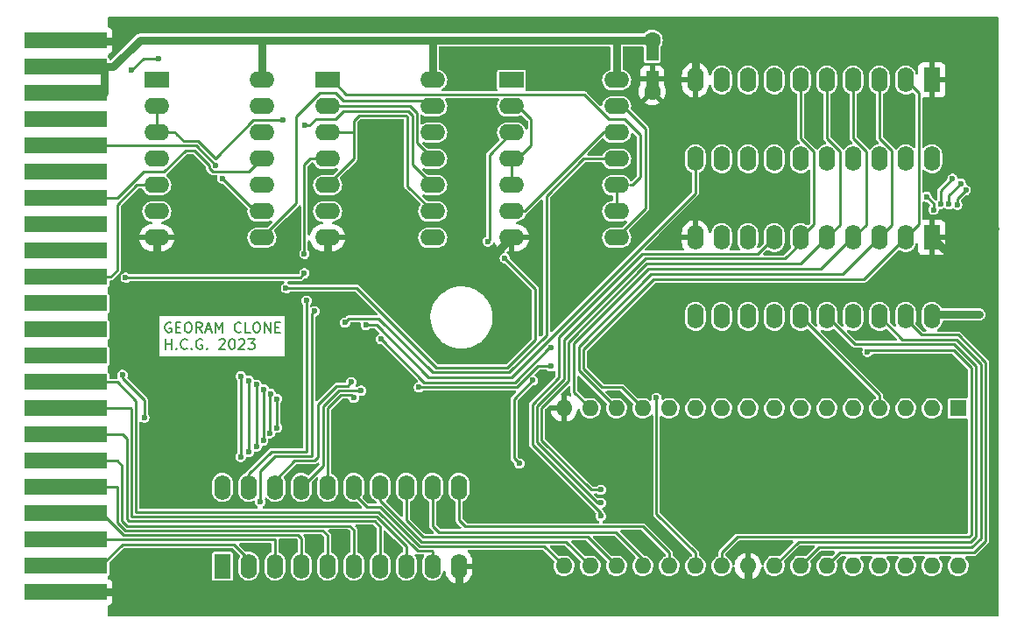
<source format=gbr>
%TF.GenerationSoftware,KiCad,Pcbnew,(6.0.8-1)-1*%
%TF.CreationDate,2023-01-09T08:05:36+01:00*%
%TF.ProjectId,OpenC64Cart,4f70656e-4336-4344-9361-72742e6b6963,2*%
%TF.SameCoordinates,Original*%
%TF.FileFunction,Copper,L1,Top*%
%TF.FilePolarity,Positive*%
%FSLAX46Y46*%
G04 Gerber Fmt 4.6, Leading zero omitted, Abs format (unit mm)*
G04 Created by KiCad (PCBNEW (6.0.8-1)-1) date 2023-01-09 08:05:36*
%MOMM*%
%LPD*%
G01*
G04 APERTURE LIST*
%ADD10C,0.200000*%
%TA.AperFunction,NonConductor*%
%ADD11C,0.200000*%
%TD*%
%TA.AperFunction,SMDPad,CuDef*%
%ADD12R,8.000000X1.524000*%
%TD*%
%TA.AperFunction,ComponentPad*%
%ADD13R,1.600000X1.600000*%
%TD*%
%TA.AperFunction,ComponentPad*%
%ADD14O,1.600000X1.600000*%
%TD*%
%TA.AperFunction,ComponentPad*%
%ADD15R,2.400000X1.600000*%
%TD*%
%TA.AperFunction,ComponentPad*%
%ADD16O,2.400000X1.600000*%
%TD*%
%TA.AperFunction,ComponentPad*%
%ADD17R,1.600000X2.400000*%
%TD*%
%TA.AperFunction,ComponentPad*%
%ADD18O,1.600000X2.400000*%
%TD*%
%TA.AperFunction,SMDPad,CuDef*%
%ADD19R,1.250000X1.500000*%
%TD*%
%TA.AperFunction,ComponentPad*%
%ADD20C,1.600000*%
%TD*%
%TA.AperFunction,ViaPad*%
%ADD21C,0.600000*%
%TD*%
%TA.AperFunction,Conductor*%
%ADD22C,0.800000*%
%TD*%
%TA.AperFunction,Conductor*%
%ADD23C,0.400000*%
%TD*%
%TA.AperFunction,Conductor*%
%ADD24C,0.250000*%
%TD*%
G04 APERTURE END LIST*
D10*
D11*
X117757304Y-89373000D02*
X117662066Y-89325380D01*
X117519209Y-89325380D01*
X117376352Y-89373000D01*
X117281114Y-89468238D01*
X117233495Y-89563476D01*
X117185876Y-89753952D01*
X117185876Y-89896809D01*
X117233495Y-90087285D01*
X117281114Y-90182523D01*
X117376352Y-90277761D01*
X117519209Y-90325380D01*
X117614447Y-90325380D01*
X117757304Y-90277761D01*
X117804923Y-90230142D01*
X117804923Y-89896809D01*
X117614447Y-89896809D01*
X118233495Y-89801571D02*
X118566828Y-89801571D01*
X118709685Y-90325380D02*
X118233495Y-90325380D01*
X118233495Y-89325380D01*
X118709685Y-89325380D01*
X119328733Y-89325380D02*
X119519209Y-89325380D01*
X119614447Y-89373000D01*
X119709685Y-89468238D01*
X119757304Y-89658714D01*
X119757304Y-89992047D01*
X119709685Y-90182523D01*
X119614447Y-90277761D01*
X119519209Y-90325380D01*
X119328733Y-90325380D01*
X119233495Y-90277761D01*
X119138257Y-90182523D01*
X119090638Y-89992047D01*
X119090638Y-89658714D01*
X119138257Y-89468238D01*
X119233495Y-89373000D01*
X119328733Y-89325380D01*
X120757304Y-90325380D02*
X120423971Y-89849190D01*
X120185876Y-90325380D02*
X120185876Y-89325380D01*
X120566828Y-89325380D01*
X120662066Y-89373000D01*
X120709685Y-89420619D01*
X120757304Y-89515857D01*
X120757304Y-89658714D01*
X120709685Y-89753952D01*
X120662066Y-89801571D01*
X120566828Y-89849190D01*
X120185876Y-89849190D01*
X121138257Y-90039666D02*
X121614447Y-90039666D01*
X121043019Y-90325380D02*
X121376352Y-89325380D01*
X121709685Y-90325380D01*
X122043019Y-90325380D02*
X122043019Y-89325380D01*
X122376352Y-90039666D01*
X122709685Y-89325380D01*
X122709685Y-90325380D01*
X124519209Y-90230142D02*
X124471590Y-90277761D01*
X124328733Y-90325380D01*
X124233495Y-90325380D01*
X124090638Y-90277761D01*
X123995400Y-90182523D01*
X123947780Y-90087285D01*
X123900161Y-89896809D01*
X123900161Y-89753952D01*
X123947780Y-89563476D01*
X123995400Y-89468238D01*
X124090638Y-89373000D01*
X124233495Y-89325380D01*
X124328733Y-89325380D01*
X124471590Y-89373000D01*
X124519209Y-89420619D01*
X125423971Y-90325380D02*
X124947780Y-90325380D01*
X124947780Y-89325380D01*
X125947780Y-89325380D02*
X126138257Y-89325380D01*
X126233495Y-89373000D01*
X126328733Y-89468238D01*
X126376352Y-89658714D01*
X126376352Y-89992047D01*
X126328733Y-90182523D01*
X126233495Y-90277761D01*
X126138257Y-90325380D01*
X125947780Y-90325380D01*
X125852542Y-90277761D01*
X125757304Y-90182523D01*
X125709685Y-89992047D01*
X125709685Y-89658714D01*
X125757304Y-89468238D01*
X125852542Y-89373000D01*
X125947780Y-89325380D01*
X126804923Y-90325380D02*
X126804923Y-89325380D01*
X127376352Y-90325380D01*
X127376352Y-89325380D01*
X127852542Y-89801571D02*
X128185876Y-89801571D01*
X128328733Y-90325380D02*
X127852542Y-90325380D01*
X127852542Y-89325380D01*
X128328733Y-89325380D01*
X117233495Y-91935380D02*
X117233495Y-90935380D01*
X117233495Y-91411571D02*
X117804923Y-91411571D01*
X117804923Y-91935380D02*
X117804923Y-90935380D01*
X118281114Y-91840142D02*
X118328733Y-91887761D01*
X118281114Y-91935380D01*
X118233495Y-91887761D01*
X118281114Y-91840142D01*
X118281114Y-91935380D01*
X119328733Y-91840142D02*
X119281114Y-91887761D01*
X119138257Y-91935380D01*
X119043019Y-91935380D01*
X118900161Y-91887761D01*
X118804923Y-91792523D01*
X118757304Y-91697285D01*
X118709685Y-91506809D01*
X118709685Y-91363952D01*
X118757304Y-91173476D01*
X118804923Y-91078238D01*
X118900161Y-90983000D01*
X119043019Y-90935380D01*
X119138257Y-90935380D01*
X119281114Y-90983000D01*
X119328733Y-91030619D01*
X119757304Y-91840142D02*
X119804923Y-91887761D01*
X119757304Y-91935380D01*
X119709685Y-91887761D01*
X119757304Y-91840142D01*
X119757304Y-91935380D01*
X120757304Y-90983000D02*
X120662066Y-90935380D01*
X120519209Y-90935380D01*
X120376352Y-90983000D01*
X120281114Y-91078238D01*
X120233495Y-91173476D01*
X120185876Y-91363952D01*
X120185876Y-91506809D01*
X120233495Y-91697285D01*
X120281114Y-91792523D01*
X120376352Y-91887761D01*
X120519209Y-91935380D01*
X120614447Y-91935380D01*
X120757304Y-91887761D01*
X120804923Y-91840142D01*
X120804923Y-91506809D01*
X120614447Y-91506809D01*
X121233495Y-91840142D02*
X121281114Y-91887761D01*
X121233495Y-91935380D01*
X121185876Y-91887761D01*
X121233495Y-91840142D01*
X121233495Y-91935380D01*
X122423971Y-91030619D02*
X122471590Y-90983000D01*
X122566828Y-90935380D01*
X122804923Y-90935380D01*
X122900161Y-90983000D01*
X122947780Y-91030619D01*
X122995400Y-91125857D01*
X122995400Y-91221095D01*
X122947780Y-91363952D01*
X122376352Y-91935380D01*
X122995400Y-91935380D01*
X123614447Y-90935380D02*
X123709685Y-90935380D01*
X123804923Y-90983000D01*
X123852542Y-91030619D01*
X123900161Y-91125857D01*
X123947780Y-91316333D01*
X123947780Y-91554428D01*
X123900161Y-91744904D01*
X123852542Y-91840142D01*
X123804923Y-91887761D01*
X123709685Y-91935380D01*
X123614447Y-91935380D01*
X123519209Y-91887761D01*
X123471590Y-91840142D01*
X123423971Y-91744904D01*
X123376352Y-91554428D01*
X123376352Y-91316333D01*
X123423971Y-91125857D01*
X123471590Y-91030619D01*
X123519209Y-90983000D01*
X123614447Y-90935380D01*
X124328733Y-91030619D02*
X124376352Y-90983000D01*
X124471590Y-90935380D01*
X124709685Y-90935380D01*
X124804923Y-90983000D01*
X124852542Y-91030619D01*
X124900161Y-91125857D01*
X124900161Y-91221095D01*
X124852542Y-91363952D01*
X124281114Y-91935380D01*
X124900161Y-91935380D01*
X125233495Y-90935380D02*
X125852542Y-90935380D01*
X125519209Y-91316333D01*
X125662066Y-91316333D01*
X125757304Y-91363952D01*
X125804923Y-91411571D01*
X125852542Y-91506809D01*
X125852542Y-91744904D01*
X125804923Y-91840142D01*
X125757304Y-91887761D01*
X125662066Y-91935380D01*
X125376352Y-91935380D01*
X125281114Y-91887761D01*
X125233495Y-91840142D01*
D12*
%TO.P,U7,1,GND*%
%TO.N,GND*%
X107594400Y-62103000D03*
%TO.P,U7,2,+5V*%
%TO.N,+5V*%
X107594400Y-64643000D03*
%TO.P,U7,3,+5V*%
X107594400Y-67183000D03*
%TO.P,U7,4,/IRQ*%
%TO.N,unconnected-(U7-Pad4)*%
X107594400Y-69723000D03*
%TO.P,U7,5,R-/W*%
%TO.N,R~{W}*%
X107594400Y-72263000D03*
%TO.P,U7,6,DOT_Clk*%
%TO.N,unconnected-(U7-Pad6)*%
X107594400Y-74803000D03*
%TO.P,U7,7,/I/O1*%
%TO.N,~{IO1}*%
X107594400Y-77343000D03*
%TO.P,U7,8,/GAME*%
%TO.N,unconnected-(U7-Pad8)*%
X107594400Y-79883000D03*
%TO.P,U7,9,/EXROM*%
%TO.N,unconnected-(U7-Pad9)*%
X107594400Y-82423000D03*
%TO.P,U7,10,/I/O2*%
%TO.N,~{IO2}*%
X107594400Y-84963000D03*
%TO.P,U7,11,/ROML*%
%TO.N,unconnected-(U7-Pad11)*%
X107594400Y-87503000D03*
%TO.P,U7,12,BA*%
%TO.N,unconnected-(U7-Pad12)*%
X107594400Y-90043000D03*
%TO.P,U7,13,/DMA*%
%TO.N,unconnected-(U7-Pad13)*%
X107594400Y-92583000D03*
%TO.P,U7,14,D7*%
%TO.N,/C64DATA7*%
X107594400Y-95123000D03*
%TO.P,U7,15,D6*%
%TO.N,/C64DATA6*%
X107594400Y-97663000D03*
%TO.P,U7,16,D5*%
%TO.N,/C64DATA5*%
X107594400Y-100203000D03*
%TO.P,U7,17,D4*%
%TO.N,/C64DATA4*%
X107594400Y-102743000D03*
%TO.P,U7,18,D3*%
%TO.N,/C64DATA3*%
X107594400Y-105283000D03*
%TO.P,U7,19,D2*%
%TO.N,/C64DATA2*%
X107594400Y-107823000D03*
%TO.P,U7,20,D1*%
%TO.N,/C64DATA1*%
X107594400Y-110363000D03*
%TO.P,U7,21,D0*%
%TO.N,/C64DATA0*%
X107594400Y-112903000D03*
%TO.P,U7,22,GND*%
%TO.N,GND*%
X107594400Y-115443000D03*
%TD*%
D13*
%TO.P,SRAM1,1,A18*%
%TO.N,/A18*%
X193852800Y-97658000D03*
D14*
%TO.P,SRAM1,2,A16*%
%TO.N,/A16*%
X191312800Y-97658000D03*
%TO.P,SRAM1,3,A14*%
%TO.N,/A14*%
X188772800Y-97658000D03*
%TO.P,SRAM1,4,A12*%
%TO.N,/A12*%
X186232800Y-97658000D03*
%TO.P,SRAM1,5,A7*%
%TO.N,/A7*%
X183692800Y-97658000D03*
%TO.P,SRAM1,6,A6*%
%TO.N,/A6*%
X181152800Y-97658000D03*
%TO.P,SRAM1,7,A5*%
%TO.N,/A5*%
X178612800Y-97658000D03*
%TO.P,SRAM1,8,A4*%
%TO.N,/A4*%
X176072800Y-97658000D03*
%TO.P,SRAM1,9,A3*%
%TO.N,/A3*%
X173532800Y-97658000D03*
%TO.P,SRAM1,10,A2*%
%TO.N,/A2*%
X170992800Y-97658000D03*
%TO.P,SRAM1,11,A1*%
%TO.N,/A1*%
X168452800Y-97658000D03*
%TO.P,SRAM1,12,A0*%
%TO.N,A0 Buffered*%
X165912800Y-97658000D03*
%TO.P,SRAM1,13,I/O0*%
%TO.N,/D0*%
X163372800Y-97658000D03*
%TO.P,SRAM1,14,I/O1*%
%TO.N,/D1*%
X160832800Y-97658000D03*
%TO.P,SRAM1,15,I/O2*%
%TO.N,/D2*%
X158292800Y-97658000D03*
%TO.P,SRAM1,16,VSS*%
%TO.N,GND*%
X155752800Y-97658000D03*
%TO.P,SRAM1,17,I/O3*%
%TO.N,/D3*%
X155752800Y-112898000D03*
%TO.P,SRAM1,18,I/O4*%
%TO.N,/D4*%
X158292800Y-112898000D03*
%TO.P,SRAM1,19,I/O5*%
%TO.N,/D5*%
X160832800Y-112898000D03*
%TO.P,SRAM1,20,I/O6*%
%TO.N,/D6*%
X163372800Y-112898000D03*
%TO.P,SRAM1,21,I/O7*%
%TO.N,/D7*%
X165912800Y-112898000D03*
%TO.P,SRAM1,22,~{CS}*%
%TO.N,~{CS} SRAM*%
X168452800Y-112898000D03*
%TO.P,SRAM1,23,A10*%
%TO.N,/A10*%
X170992800Y-112898000D03*
%TO.P,SRAM1,24,~{OE}*%
%TO.N,GND*%
X173532800Y-112898000D03*
%TO.P,SRAM1,25,A11*%
%TO.N,/A11*%
X176072800Y-112898000D03*
%TO.P,SRAM1,26,A9*%
%TO.N,/A9*%
X178612800Y-112898000D03*
%TO.P,SRAM1,27,A8*%
%TO.N,/A8*%
X181152800Y-112898000D03*
%TO.P,SRAM1,28,A13*%
%TO.N,/A13*%
X183692800Y-112898000D03*
%TO.P,SRAM1,29,~{WE}*%
%TO.N,~{WE} SRAM*%
X186232800Y-112898000D03*
%TO.P,SRAM1,30,A17*%
%TO.N,/A17*%
X188772800Y-112898000D03*
%TO.P,SRAM1,31,A15*%
%TO.N,/A15*%
X191312800Y-112898000D03*
%TO.P,SRAM1,32,VCC*%
%TO.N,+5V*%
X193852800Y-112898000D03*
%TD*%
D15*
%TO.P,U1,1*%
%TO.N,A0*%
X116387800Y-65908000D03*
D16*
%TO.P,U1,2*%
%TO.N,Net-(U1-Pad2)*%
X116387800Y-68448000D03*
%TO.P,U1,3*%
X116387800Y-70988000D03*
%TO.P,U1,4*%
%TO.N,A0 Buffered*%
X116387800Y-73528000D03*
%TO.P,U1,5*%
%TO.N,~{IO2}*%
X116387800Y-76068000D03*
%TO.P,U1,6*%
%TO.N,Net-(U1-Pad6)*%
X116387800Y-78608000D03*
%TO.P,U1,7,GND*%
%TO.N,GND*%
X116387800Y-81148000D03*
%TO.P,U1,8*%
%TO.N,DIR bus trasceinver*%
X126547800Y-81148000D03*
%TO.P,U1,9*%
%TO.N,R~{W}*%
X126547800Y-78608000D03*
%TO.P,U1,10*%
%TO.N,Net-(U1-Pad10)*%
X126547800Y-76068000D03*
%TO.P,U1,11*%
%TO.N,~{IO1}*%
X126547800Y-73528000D03*
%TO.P,U1,12*%
%TO.N,~{OE} bus transceiver*%
X126547800Y-70988000D03*
%TO.P,U1,13*%
%TO.N,Net-(U1-Pad13)*%
X126547800Y-68448000D03*
%TO.P,U1,14,VCC*%
%TO.N,+5V*%
X126547800Y-65908000D03*
%TD*%
D17*
%TO.P,U4,1,OE*%
%TO.N,GND*%
X191307800Y-81138000D03*
D18*
%TO.P,U4,2,D0*%
%TO.N,/D0*%
X188767800Y-81138000D03*
%TO.P,U4,3,D1*%
%TO.N,/D1*%
X186227800Y-81138000D03*
%TO.P,U4,4,D2*%
%TO.N,/D2*%
X183687800Y-81138000D03*
%TO.P,U4,5,D3*%
%TO.N,/D3*%
X181147800Y-81138000D03*
%TO.P,U4,6,D4*%
%TO.N,/D4*%
X178607800Y-81138000D03*
%TO.P,U4,7,D5*%
%TO.N,/D5*%
X176067800Y-81138000D03*
%TO.P,U4,8,D6*%
%TO.N,unconnected-(U4-Pad8)*%
X173527800Y-81138000D03*
%TO.P,U4,9,D7*%
%TO.N,unconnected-(U4-Pad9)*%
X170987800Y-81138000D03*
%TO.P,U4,10,GND*%
%TO.N,GND*%
X168447800Y-81138000D03*
%TO.P,U4,11,Load*%
%TO.N,LATCH1 @ DFFE*%
X168447800Y-88758000D03*
%TO.P,U4,12,Q7*%
%TO.N,unconnected-(U4-Pad12)*%
X170987800Y-88758000D03*
%TO.P,U4,13,Q6*%
%TO.N,unconnected-(U4-Pad13)*%
X173527800Y-88758000D03*
%TO.P,U4,14,Q5*%
%TO.N,/A13*%
X176067800Y-88758000D03*
%TO.P,U4,15,Q4*%
%TO.N,/A12*%
X178607800Y-88758000D03*
%TO.P,U4,16,Q3*%
%TO.N,/A11*%
X181147800Y-88758000D03*
%TO.P,U4,17,Q2*%
%TO.N,/A10*%
X183687800Y-88758000D03*
%TO.P,U4,18,Q1*%
%TO.N,/A9*%
X186227800Y-88758000D03*
%TO.P,U4,19,Q0*%
%TO.N,/A8*%
X188767800Y-88758000D03*
%TO.P,U4,20,VCC*%
%TO.N,+5V*%
X191307800Y-88758000D03*
%TD*%
D15*
%TO.P,U2,1*%
%TO.N,Net-(U1-Pad6)*%
X132897800Y-65908000D03*
D16*
%TO.P,U2,2*%
%TO.N,Net-(U2-Pad11)*%
X132897800Y-68448000D03*
%TO.P,U2,3*%
%TO.N,Net-(U2-Pad3)*%
X132897800Y-70988000D03*
%TO.P,U2,4*%
%TO.N,A0 Buffered*%
X132897800Y-73528000D03*
%TO.P,U2,5*%
%TO.N,Net-(U2-Pad3)*%
X132897800Y-76068000D03*
%TO.P,U2,6*%
%TO.N,LATCH2 @ DFFF*%
X132897800Y-78608000D03*
%TO.P,U2,7,GND*%
%TO.N,GND*%
X132897800Y-81148000D03*
%TO.P,U2,8*%
%TO.N,LATCH1 @ DFFE*%
X143057800Y-81148000D03*
%TO.P,U2,9*%
%TO.N,Net-(U2-Pad3)*%
X143057800Y-78608000D03*
%TO.P,U2,10*%
%TO.N,Net-(U1-Pad2)*%
X143057800Y-76068000D03*
%TO.P,U2,11*%
%TO.N,Net-(U2-Pad11)*%
X143057800Y-73528000D03*
%TO.P,U2,12*%
%TO.N,PHI*%
X143057800Y-70988000D03*
%TO.P,U2,13*%
%TO.N,DIR bus trasceinver*%
X143057800Y-68448000D03*
%TO.P,U2,14,VCC*%
%TO.N,+5V*%
X143057800Y-65908000D03*
%TD*%
D17*
%TO.P,U6,1,A->B*%
%TO.N,DIR bus trasceinver*%
X122737800Y-112918000D03*
D18*
%TO.P,U6,2,A0*%
%TO.N,/C64DATA0*%
X125277800Y-112918000D03*
%TO.P,U6,3,A1*%
%TO.N,/C64DATA1*%
X127817800Y-112918000D03*
%TO.P,U6,4,A2*%
%TO.N,/C64DATA2*%
X130357800Y-112918000D03*
%TO.P,U6,5,A3*%
%TO.N,/C64DATA3*%
X132897800Y-112918000D03*
%TO.P,U6,6,A4*%
%TO.N,/C64DATA4*%
X135437800Y-112918000D03*
%TO.P,U6,7,A5*%
%TO.N,/C64DATA5*%
X137977800Y-112918000D03*
%TO.P,U6,8,A6*%
%TO.N,/C64DATA6*%
X140517800Y-112918000D03*
%TO.P,U6,9,A7*%
%TO.N,/C64DATA7*%
X143057800Y-112918000D03*
%TO.P,U6,10,GND*%
%TO.N,GND*%
X145597800Y-112918000D03*
%TO.P,U6,11,B7*%
%TO.N,/D7*%
X145597800Y-105298000D03*
%TO.P,U6,12,B6*%
%TO.N,/D6*%
X143057800Y-105298000D03*
%TO.P,U6,13,B5*%
%TO.N,/D5*%
X140517800Y-105298000D03*
%TO.P,U6,14,B4*%
%TO.N,/D4*%
X137977800Y-105298000D03*
%TO.P,U6,15,B3*%
%TO.N,/D3*%
X135437800Y-105298000D03*
%TO.P,U6,16,B2*%
%TO.N,/D2*%
X132897800Y-105298000D03*
%TO.P,U6,17,B1*%
%TO.N,/D1*%
X130357800Y-105298000D03*
%TO.P,U6,18,B0*%
%TO.N,/D0*%
X127817800Y-105298000D03*
%TO.P,U6,19,CE*%
%TO.N,~{OE} bus transceiver*%
X125277800Y-105298000D03*
%TO.P,U6,20,VCC*%
%TO.N,+5V*%
X122737800Y-105298000D03*
%TD*%
D19*
%TO.P,C1,1*%
%TO.N,GND*%
X164287200Y-65780600D03*
D20*
X164287200Y-67030600D03*
D19*
%TO.P,C1,2*%
%TO.N,+5V*%
X164287200Y-63280600D03*
D20*
X164287200Y-62030600D03*
%TD*%
D15*
%TO.P,U3,1*%
%TO.N,Net-(U2-Pad11)*%
X150677800Y-65908000D03*
D16*
%TO.P,U3,2*%
%TO.N,Net-(U1-Pad10)*%
X150677800Y-68448000D03*
%TO.P,U3,3*%
%TO.N,~{WE} SRAM*%
X150677800Y-70988000D03*
%TO.P,U3,4*%
%TO.N,Net-(U1-Pad10)*%
X150677800Y-73528000D03*
%TO.P,U3,5*%
X150677800Y-76068000D03*
%TO.P,U3,6*%
%TO.N,~{CS} SRAM*%
X150677800Y-78608000D03*
%TO.P,U3,7,GND*%
%TO.N,GND*%
X150677800Y-81148000D03*
%TO.P,U3,8*%
%TO.N,Net-(U3-Pad13)*%
X160837800Y-81148000D03*
%TO.P,U3,9*%
%TO.N,Net-(U1-Pad6)*%
X160837800Y-78608000D03*
%TO.P,U3,10*%
X160837800Y-76068000D03*
%TO.P,U3,11*%
%TO.N,Net-(U1-Pad13)*%
X160837800Y-73528000D03*
%TO.P,U3,12*%
%TO.N,~{CS} SRAM*%
X160837800Y-70988000D03*
%TO.P,U3,13*%
%TO.N,Net-(U3-Pad13)*%
X160837800Y-68448000D03*
%TO.P,U3,14,VCC*%
%TO.N,+5V*%
X160837800Y-65908000D03*
%TD*%
D17*
%TO.P,U5,1,OE*%
%TO.N,GND*%
X191307800Y-65898000D03*
D18*
%TO.P,U5,2,D0*%
%TO.N,/D0*%
X188767800Y-65898000D03*
%TO.P,U5,3,D1*%
%TO.N,/D1*%
X186227800Y-65898000D03*
%TO.P,U5,4,D2*%
%TO.N,/D2*%
X183687800Y-65898000D03*
%TO.P,U5,5,D3*%
%TO.N,/D3*%
X181147800Y-65898000D03*
%TO.P,U5,6,D4*%
%TO.N,/D4*%
X178607800Y-65898000D03*
%TO.P,U5,7,D5*%
%TO.N,unconnected-(U5-Pad7)*%
X176067800Y-65898000D03*
%TO.P,U5,8,D6*%
%TO.N,unconnected-(U5-Pad8)*%
X173527800Y-65898000D03*
%TO.P,U5,9,D7*%
%TO.N,unconnected-(U5-Pad9)*%
X170987800Y-65898000D03*
%TO.P,U5,10,GND*%
%TO.N,GND*%
X168447800Y-65898000D03*
%TO.P,U5,11,Load*%
%TO.N,LATCH2 @ DFFF*%
X168447800Y-73518000D03*
%TO.P,U5,12,Q7*%
%TO.N,unconnected-(U5-Pad12)*%
X170987800Y-73518000D03*
%TO.P,U5,13,Q6*%
%TO.N,unconnected-(U5-Pad13)*%
X173527800Y-73518000D03*
%TO.P,U5,14,Q5*%
%TO.N,unconnected-(U5-Pad14)*%
X176067800Y-73518000D03*
%TO.P,U5,15,Q4*%
%TO.N,/A18*%
X178607800Y-73518000D03*
%TO.P,U5,16,Q3*%
%TO.N,/A17*%
X181147800Y-73518000D03*
%TO.P,U5,17,Q2*%
%TO.N,/A16*%
X183687800Y-73518000D03*
%TO.P,U5,18,Q1*%
%TO.N,/A15*%
X186227800Y-73518000D03*
%TO.P,U5,19,Q0*%
%TO.N,/A14*%
X188767800Y-73518000D03*
%TO.P,U5,20,VCC*%
%TO.N,+5V*%
X191307800Y-73518000D03*
%TD*%
D21*
%TO.N,GND*%
X197383400Y-72186800D03*
X126542800Y-117094000D03*
X137464800Y-83693000D03*
X142849600Y-117094000D03*
X176834800Y-60477400D03*
X159064200Y-60468000D03*
X197332600Y-98679000D03*
X190500000Y-117094000D03*
X176961800Y-117119400D03*
X159105600Y-117119400D03*
X142859000Y-60468000D03*
X112293400Y-115443000D03*
X126298200Y-60468000D03*
X148640800Y-103759000D03*
X149631400Y-97942400D03*
X190754000Y-60502800D03*
%TO.N,+5V*%
X195859400Y-88580200D03*
%TO.N,/A16*%
X193754111Y-77975089D03*
X194582449Y-76550196D03*
%TO.N,/A14*%
X193307607Y-75448500D03*
X192158434Y-77871965D03*
%TO.N,/A7*%
X124510800Y-102336600D03*
X124536200Y-94564200D03*
%TO.N,/A6*%
X125272800Y-94970600D03*
X125272800Y-101879400D03*
%TO.N,/A5*%
X126034800Y-95377000D03*
X126034800Y-101346000D03*
%TO.N,/A4*%
X126679800Y-100771800D03*
X126720600Y-95808800D03*
%TO.N,/A3*%
X127304800Y-100050600D03*
X127381730Y-96258368D03*
%TO.N,/A2*%
X128023820Y-96734734D03*
X128023820Y-99535020D03*
%TO.N,A0 Buffered*%
X130657600Y-82727800D03*
X130657600Y-84592500D03*
X113385600Y-85013800D03*
X154482800Y-93599000D03*
X141732000Y-95630500D03*
%TO.N,/D0*%
X135178800Y-95123000D03*
%TO.N,/D1*%
X136136800Y-95943000D03*
%TO.N,/D2*%
X135432800Y-96647000D03*
%TO.N,/D3*%
X159308800Y-105537000D03*
%TO.N,/D4*%
X159308800Y-106807000D03*
%TO.N,/D5*%
X159308800Y-108077000D03*
%TO.N,~{CS} SRAM*%
X164693600Y-96647000D03*
%TO.N,/A10*%
X185079300Y-92191500D03*
%TO.N,~{WE} SRAM*%
X151434800Y-102997000D03*
X152730200Y-94945200D03*
X148397300Y-81508600D03*
%TO.N,/A17*%
X190789629Y-77200829D03*
X191466343Y-78452040D03*
%TO.N,/A15*%
X194083291Y-75925659D03*
X192956279Y-77923423D03*
%TO.N,A0*%
X113080800Y-94437200D03*
X115182300Y-98552500D03*
%TO.N,Net-(U1-Pad2)*%
X128625600Y-69773800D03*
X130683000Y-70281800D03*
%TO.N,DIR bus trasceinver*%
X126390400Y-106705400D03*
X131622800Y-88265000D03*
%TO.N,R~{W}*%
X122097800Y-74168000D03*
X122732800Y-75438000D03*
%TO.N,Net-(U1-Pad10)*%
X150037800Y-83134200D03*
X128879600Y-86029800D03*
%TO.N,~{OE} bus transceiver*%
X130860800Y-87249000D03*
%TO.N,LATCH2 @ DFFF*%
X136598539Y-89613861D03*
%TO.N,LATCH1 @ DFFE*%
X154482800Y-91821000D03*
X138071489Y-90954489D03*
%TO.N,PHI*%
X116586000Y-63815300D03*
X113969800Y-64947800D03*
%TO.N,Net-(U1-Pad13)*%
X134585061Y-89366739D03*
%TD*%
D22*
%TO.N,GND*%
X173532800Y-116941600D02*
X173685200Y-117094000D01*
X173532800Y-112898000D02*
X173532800Y-116941600D01*
X197332600Y-98679000D02*
X197332600Y-117017800D01*
D23*
X191307800Y-65898000D02*
X191307800Y-60685600D01*
D22*
X113979200Y-60468000D02*
X112318800Y-62128400D01*
X168182800Y-60468000D02*
X159064200Y-60468000D01*
X176834800Y-60477400D02*
X168554400Y-60477400D01*
X117017800Y-83693000D02*
X133527800Y-83693000D01*
X126298200Y-60468000D02*
X113979200Y-60468000D01*
X197358000Y-60629800D02*
X197205600Y-60477400D01*
X142859000Y-60468000D02*
X126298200Y-60468000D01*
X173685200Y-117094000D02*
X142849600Y-117094000D01*
X191307800Y-81138000D02*
X192491200Y-82321400D01*
X197256400Y-117094000D02*
X190500000Y-117094000D01*
X168447800Y-65898000D02*
X168447800Y-60477400D01*
X112318800Y-62128400D02*
X107619800Y-62128400D01*
X107619800Y-62128400D02*
X107594400Y-62103000D01*
X148132800Y-83693000D02*
X150677800Y-81148000D01*
X145597800Y-112918000D02*
X145597800Y-117048200D01*
X192491200Y-82321400D02*
X195300600Y-82321400D01*
X116387800Y-81148000D02*
X116387800Y-83063000D01*
X142849600Y-117094000D02*
X126542800Y-117094000D01*
X126542800Y-117094000D02*
X113969800Y-117094000D01*
X197332600Y-80289400D02*
X197332600Y-98679000D01*
X113969800Y-117094000D02*
X112318800Y-115443000D01*
X197205600Y-60477400D02*
X191693800Y-60477400D01*
X197332600Y-117017800D02*
X197256400Y-117094000D01*
X133527800Y-83693000D02*
X137464800Y-83693000D01*
X137464800Y-83693000D02*
X148132800Y-83693000D01*
X159064200Y-60468000D02*
X142859000Y-60468000D01*
X112293400Y-115443000D02*
X107594400Y-115443000D01*
X148640800Y-98933000D02*
X148640800Y-103759000D01*
X190500000Y-117094000D02*
X173685200Y-117094000D01*
X132897800Y-81148000D02*
X132897800Y-83693000D01*
X149631400Y-97942400D02*
X148640800Y-98933000D01*
X112318800Y-115443000D02*
X112293400Y-115443000D01*
X116387800Y-83063000D02*
X117017800Y-83693000D01*
X197358000Y-80274200D02*
X197358000Y-60629800D01*
X195300600Y-82321400D02*
X197332600Y-80289400D01*
X191592200Y-60477400D02*
X176834800Y-60477400D01*
X197332600Y-80289400D02*
X197383400Y-80289400D01*
%TO.N,+5V*%
X191470600Y-88595200D02*
X195844400Y-88595200D01*
X126619000Y-62026800D02*
X163768400Y-62026800D01*
X126547800Y-62082600D02*
X126547800Y-65908000D01*
X114782600Y-62026800D02*
X126492000Y-62026800D01*
X112166400Y-64643000D02*
X114782600Y-62026800D01*
X160837800Y-62047200D02*
X160858200Y-62026800D01*
X163768400Y-62026800D02*
X164185600Y-61609600D01*
X195844400Y-88595200D02*
X195859400Y-88580200D01*
X107492800Y-64643000D02*
X111302800Y-64643000D01*
X191307800Y-88758000D02*
X191470600Y-88595200D01*
X126492000Y-62026800D02*
X126547800Y-62082600D01*
X111302800Y-64643000D02*
X111302800Y-67183000D01*
X111302800Y-64643000D02*
X112166400Y-64643000D01*
X143057800Y-65908000D02*
X143057800Y-62026800D01*
X111302800Y-67183000D02*
X107492800Y-67183000D01*
X160837800Y-65908000D02*
X160837800Y-62047200D01*
D24*
%TO.N,/A16*%
X193754111Y-77378534D02*
X194582449Y-76550196D01*
X193754111Y-77975089D02*
X193754111Y-77378534D01*
%TO.N,/A14*%
X192158434Y-77871965D02*
X192158434Y-76597673D01*
X192158434Y-76597673D02*
X193307607Y-75448500D01*
%TO.N,/A12*%
X178607800Y-88758000D02*
X186232800Y-96383000D01*
X186232800Y-96383000D02*
X186232800Y-97658000D01*
%TO.N,/A7*%
X124510800Y-102336600D02*
X124510800Y-94589600D01*
X124510800Y-94589600D02*
X124536200Y-94564200D01*
%TO.N,/A6*%
X125272800Y-94970600D02*
X125272800Y-101879400D01*
%TO.N,/A5*%
X126034800Y-95377000D02*
X126034800Y-101346000D01*
%TO.N,/A4*%
X126679800Y-95849600D02*
X126720600Y-95808800D01*
X126679800Y-100771800D02*
X126679800Y-95849600D01*
%TO.N,/A3*%
X127304800Y-96335298D02*
X127381730Y-96258368D01*
X127304800Y-100050600D02*
X127304800Y-96335298D01*
%TO.N,/A2*%
X128023820Y-99535020D02*
X128023820Y-96734734D01*
%TO.N,A0 Buffered*%
X130657600Y-74091800D02*
X131221400Y-73528000D01*
X131221400Y-73528000D02*
X132897800Y-73528000D01*
X130657600Y-82727800D02*
X130657600Y-74091800D01*
X153192516Y-93599000D02*
X154482800Y-93599000D01*
X151211316Y-95580200D02*
X153192516Y-93599000D01*
X141732000Y-95630500D02*
X141782300Y-95580200D01*
X130657600Y-84592500D02*
X130236300Y-85013800D01*
X141782300Y-95580200D02*
X151211316Y-95580200D01*
X130236300Y-85013800D02*
X113385600Y-85013800D01*
%TO.N,/D0*%
X133790008Y-95493000D02*
X131997800Y-97285208D01*
X135178800Y-95123000D02*
X134808800Y-95493000D01*
X131997800Y-102368000D02*
X131622800Y-102743000D01*
X131622800Y-102743000D02*
X129717800Y-102743000D01*
X127817800Y-104643000D02*
X127817800Y-105298000D01*
X131997800Y-97285208D02*
X131997800Y-102368000D01*
X157618000Y-91987800D02*
X157618000Y-93806804D01*
X190042800Y-67173000D02*
X190042800Y-79863000D01*
X164388800Y-85217000D02*
X157618000Y-91987800D01*
X190042800Y-79863000D02*
X188767800Y-81138000D01*
X157618000Y-93806804D02*
X159442196Y-95631000D01*
X129717800Y-102743000D02*
X127817800Y-104643000D01*
X188767800Y-81138000D02*
X184688800Y-85217000D01*
X159442196Y-95631000D02*
X161345800Y-95631000D01*
X184688800Y-85217000D02*
X164388800Y-85217000D01*
X134808800Y-95493000D02*
X133790008Y-95493000D01*
X188767800Y-65898000D02*
X190042800Y-67173000D01*
X161345800Y-95631000D02*
X163372800Y-97658000D01*
%TO.N,/D1*%
X182656800Y-84709000D02*
X164134800Y-84709000D01*
X186232800Y-65903000D02*
X186232800Y-71532010D01*
X132447800Y-97471604D02*
X133976404Y-95943000D01*
X130357800Y-105298000D02*
X132447800Y-103208000D01*
X164134800Y-84709000D02*
X157168000Y-91675800D01*
X186227800Y-81138000D02*
X182656800Y-84709000D01*
X157168000Y-91675800D02*
X157168000Y-93993200D01*
X187452000Y-72751210D02*
X187452000Y-79913800D01*
X187452000Y-79913800D02*
X186227800Y-81138000D01*
X186232800Y-71532010D02*
X187452000Y-72751210D01*
X132447800Y-103208000D02*
X132447800Y-97471604D01*
X157168000Y-93993200D02*
X160832800Y-97658000D01*
X186227800Y-65898000D02*
X186232800Y-65903000D01*
X133976404Y-95943000D02*
X136136800Y-95943000D01*
%TO.N,/D2*%
X183657000Y-81138000D02*
X180594000Y-84201000D01*
X180594000Y-84201000D02*
X163880800Y-84201000D01*
X184937400Y-72776610D02*
X184937400Y-79888400D01*
X135178800Y-96393000D02*
X135432800Y-96647000D01*
X183687800Y-65898000D02*
X183692800Y-65903000D01*
X132897800Y-105298000D02*
X132897800Y-97658000D01*
X183692800Y-71532010D02*
X184937400Y-72776610D01*
X184937400Y-79888400D02*
X183687800Y-81138000D01*
X163880800Y-84201000D02*
X156718000Y-91363800D01*
X132897800Y-97658000D02*
X134162800Y-96393000D01*
X156718000Y-91363800D02*
X156718000Y-96083200D01*
X156718000Y-96083200D02*
X158292800Y-97658000D01*
X183692800Y-65903000D02*
X183692800Y-71532010D01*
X134162800Y-96393000D02*
X135178800Y-96393000D01*
%TO.N,/D3*%
X181152800Y-65903000D02*
X181152800Y-71532010D01*
X182397400Y-72776610D02*
X182397400Y-79888400D01*
X181147800Y-81138000D02*
X178592800Y-83693000D01*
X181152800Y-71532010D02*
X182397400Y-72776610D01*
X135437800Y-105923000D02*
X136702800Y-107188000D01*
X136702800Y-107188000D02*
X137974196Y-107188000D01*
X135437800Y-105298000D02*
X135437800Y-105923000D01*
X137974196Y-107188000D02*
X141782800Y-110996604D01*
X153852800Y-110998000D02*
X155752800Y-112898000D01*
X156202800Y-91242604D02*
X156202800Y-95005992D01*
X163752404Y-83693000D02*
X156202800Y-91242604D01*
X153579400Y-97629392D02*
X153579400Y-100770008D01*
X182397400Y-79888400D02*
X181147800Y-81138000D01*
X178592800Y-83693000D02*
X163752404Y-83693000D01*
X156202800Y-95005992D02*
X153579400Y-97629392D01*
X141782800Y-110996604D02*
X141782800Y-110998000D01*
X141782800Y-110998000D02*
X153852800Y-110998000D01*
X181147800Y-65898000D02*
X181152800Y-65903000D01*
X153579400Y-100770008D02*
X158346392Y-105537000D01*
X158346392Y-105537000D02*
X159308800Y-105537000D01*
%TO.N,/D4*%
X155752800Y-94819596D02*
X155752800Y-91056208D01*
X159308800Y-106807000D02*
X158979996Y-106807000D01*
X153129400Y-97442996D02*
X155752800Y-94819596D01*
X179882800Y-72802010D02*
X179882800Y-79863000D01*
X158287800Y-112898000D02*
X158292800Y-112898000D01*
X179882800Y-79863000D02*
X178607800Y-81138000D01*
X178607800Y-81666000D02*
X178607800Y-81138000D01*
X178607800Y-65898000D02*
X178612800Y-65903000D01*
X141970592Y-110548000D02*
X155937800Y-110548000D01*
X177088800Y-83185000D02*
X178607800Y-81666000D01*
X178612800Y-65903000D02*
X178612800Y-71532010D01*
X158979996Y-106807000D02*
X153129400Y-100956404D01*
X137977800Y-106555208D02*
X141970592Y-110548000D01*
X137977800Y-105298000D02*
X137977800Y-106555208D01*
X178612800Y-71532010D02*
X179882800Y-72802010D01*
X155937800Y-110548000D02*
X158287800Y-112898000D01*
X153129400Y-100956404D02*
X153129400Y-97442996D01*
X163624008Y-83185000D02*
X177088800Y-83185000D01*
X155752800Y-91056208D02*
X163624008Y-83185000D01*
%TO.N,/D5*%
X155244800Y-94691200D02*
X152679400Y-97256600D01*
X158032800Y-110098000D02*
X160832800Y-112898000D01*
X159308800Y-107772200D02*
X159308800Y-108077000D01*
X142156988Y-110098000D02*
X158032800Y-110098000D01*
X155244800Y-90805000D02*
X155244800Y-94691200D01*
X140517800Y-105298000D02*
X140517800Y-108458812D01*
X174470800Y-82735000D02*
X163314800Y-82735000D01*
X176067800Y-81138000D02*
X174470800Y-82735000D01*
X152679400Y-97256600D02*
X152679400Y-101142800D01*
X163314800Y-82735000D02*
X155244800Y-90805000D01*
X152679400Y-101142800D02*
X159308800Y-107772200D01*
X140517800Y-108458812D02*
X142156988Y-110098000D01*
%TO.N,/D6*%
X143057800Y-109018000D02*
X143687800Y-109648000D01*
X160752800Y-109648000D02*
X163372800Y-112268000D01*
X143057800Y-105298000D02*
X143057800Y-109018000D01*
X143687800Y-109648000D02*
X160752800Y-109648000D01*
X163372800Y-112268000D02*
X163372800Y-112898000D01*
%TO.N,/D7*%
X163372800Y-109093000D02*
X165912800Y-111633000D01*
X145597800Y-105298000D02*
X145597800Y-108463000D01*
X165912800Y-111633000D02*
X165912800Y-112898000D01*
X146227800Y-109093000D02*
X163372800Y-109093000D01*
X145597800Y-108463000D02*
X146227800Y-109093000D01*
%TO.N,~{CS} SRAM*%
X160837800Y-70988000D02*
X159567800Y-70988000D01*
X168452800Y-112898000D02*
X168452800Y-111633000D01*
X159567800Y-70988000D02*
X151947800Y-78608000D01*
X151947800Y-78608000D02*
X150677800Y-78608000D01*
X164693600Y-107873800D02*
X164693600Y-96647000D01*
X168452800Y-111633000D02*
X164693600Y-107873800D01*
%TO.N,/A10*%
X170992800Y-111607600D02*
X170992800Y-112898000D01*
X195097400Y-93711600D02*
X195097400Y-109874202D01*
X194868800Y-110102802D02*
X172497598Y-110102802D01*
X172497598Y-110102802D02*
X170992800Y-111607600D01*
X193460800Y-92075000D02*
X195097400Y-93711600D01*
X185195800Y-92075000D02*
X193460800Y-92075000D01*
X185079300Y-92191500D02*
X185195800Y-92075000D01*
X195097400Y-109874202D02*
X194868800Y-110102802D01*
%TO.N,/A11*%
X195580000Y-93550992D02*
X193480008Y-91451000D01*
X195580000Y-110031404D02*
X195580000Y-93550992D01*
X195058602Y-110552802D02*
X195580000Y-110031404D01*
X176072800Y-112898000D02*
X178417998Y-110552802D01*
X178417998Y-110552802D02*
X195058602Y-110552802D01*
X183840800Y-91451000D02*
X181147800Y-88758000D01*
X193480008Y-91451000D02*
X183840800Y-91451000D01*
%TO.N,/A9*%
X188470800Y-91001000D02*
X186227800Y-88758000D01*
X178612800Y-112898000D02*
X180385800Y-111125000D01*
X180385800Y-111125000D02*
X195122800Y-111125000D01*
X196030000Y-93364596D02*
X193666404Y-91001000D01*
X195122800Y-111125000D02*
X196030000Y-110217800D01*
X196030000Y-110217800D02*
X196030000Y-93364596D01*
X193666404Y-91001000D02*
X188470800Y-91001000D01*
%TO.N,/A8*%
X193852800Y-90551000D02*
X190296800Y-90551000D01*
X188767800Y-89022000D02*
X188767800Y-88758000D01*
X195376800Y-111633000D02*
X196480000Y-110529800D01*
X190296800Y-90551000D02*
X188767800Y-89022000D01*
X196480000Y-110529800D02*
X196480000Y-93178200D01*
X182417800Y-111633000D02*
X195376800Y-111633000D01*
X196480000Y-93178200D02*
X193852800Y-90551000D01*
X181152800Y-112898000D02*
X182417800Y-111633000D01*
%TO.N,~{WE} SRAM*%
X148539200Y-81366700D02*
X148539200Y-73126600D01*
X152730200Y-94945200D02*
X150926800Y-96748600D01*
X150926800Y-96748600D02*
X150926800Y-102489000D01*
X148397300Y-81508600D02*
X148539200Y-81366700D01*
X150926800Y-102489000D02*
X151434800Y-102997000D01*
X148539200Y-73126600D02*
X150677800Y-70988000D01*
%TO.N,/A17*%
X191466343Y-77826202D02*
X191466343Y-78452040D01*
X190815300Y-77175159D02*
X191466343Y-77826202D01*
%TO.N,/A15*%
X192956279Y-77052671D02*
X194083291Y-75925659D01*
X192956279Y-77923423D02*
X192956279Y-77052671D01*
%TO.N,A0*%
X113080800Y-94437200D02*
X113080800Y-94742000D01*
X115189000Y-96850200D02*
X115189000Y-98545800D01*
X113080800Y-94742000D02*
X115189000Y-96850200D01*
X115189000Y-98545800D02*
X115182300Y-98552500D01*
%TO.N,Net-(U1-Pad2)*%
X116387800Y-68448000D02*
X116387800Y-70988000D01*
X131165600Y-70281800D02*
X131775200Y-69672200D01*
X122034998Y-73468802D02*
X125730000Y-69773800D01*
X130683000Y-70281800D02*
X131165600Y-70281800D01*
X131775200Y-69672200D02*
X133664590Y-69672200D01*
X118155800Y-70988000D02*
X116387800Y-70988000D01*
X133664590Y-69672200D02*
X134438790Y-68898000D01*
X120379196Y-71813000D02*
X122034998Y-73468802D01*
X118287800Y-71120000D02*
X118155800Y-70988000D01*
X141082800Y-74093000D02*
X143057800Y-76068000D01*
X134438790Y-68898000D02*
X140677004Y-68898000D01*
X125730000Y-69773800D02*
X128625600Y-69773800D01*
X141082800Y-69303796D02*
X141082800Y-74093000D01*
X118287800Y-71120000D02*
X118980800Y-71813000D01*
X140677004Y-68898000D02*
X141082800Y-69303796D01*
X118980800Y-71813000D02*
X120379196Y-71813000D01*
%TO.N,~{IO2}*%
X114482800Y-76068000D02*
X116387800Y-76068000D01*
X112572800Y-84328000D02*
X112572800Y-77978000D01*
X111937800Y-84963000D02*
X112572800Y-84328000D01*
X112572800Y-77978000D02*
X114482800Y-76068000D01*
X107492800Y-84963000D02*
X111937800Y-84963000D01*
%TO.N,Net-(U1-Pad6)*%
X144690800Y-67323000D02*
X157721810Y-67323000D01*
X157721810Y-67323000D02*
X160121810Y-69723000D01*
X163118800Y-75311000D02*
X162356800Y-76073000D01*
X134712800Y-67323000D02*
X144690800Y-67323000D01*
X160121810Y-69723000D02*
X161594800Y-69723000D01*
X160837800Y-76068000D02*
X160837800Y-78608000D01*
X162356800Y-76073000D02*
X162102800Y-76073000D01*
X133297800Y-65908000D02*
X134712800Y-67323000D01*
X161594800Y-69723000D02*
X163118800Y-71247000D01*
X132897800Y-65908000D02*
X133297800Y-65908000D01*
X163118800Y-71247000D02*
X163118800Y-75311000D01*
%TO.N,DIR bus trasceinver*%
X142554800Y-67945000D02*
X134385790Y-67945000D01*
X129895600Y-69459210D02*
X129895600Y-77800200D01*
X126390400Y-106705400D02*
X126390400Y-105886390D01*
X131368800Y-102293000D02*
X131368800Y-88519000D01*
X126402800Y-103695800D02*
X127805600Y-102293000D01*
X132171810Y-67183000D02*
X129895600Y-69459210D01*
X126390400Y-105886390D02*
X126402800Y-105873990D01*
X127805600Y-102293000D02*
X131368800Y-102293000D01*
X131368800Y-88519000D02*
X131622800Y-88265000D01*
X134385790Y-67945000D02*
X133623790Y-67183000D01*
X126402800Y-105873990D02*
X126402800Y-103695800D01*
X129895600Y-77800200D02*
X126547800Y-81148000D01*
X133623790Y-67183000D02*
X132171810Y-67183000D01*
X143057800Y-68448000D02*
X142554800Y-67945000D01*
%TO.N,R~{W}*%
X125902800Y-78608000D02*
X122732800Y-75438000D01*
X120192800Y-72263000D02*
X122097800Y-74168000D01*
X126547800Y-78608000D02*
X125902800Y-78608000D01*
X107492800Y-72263000D02*
X120192800Y-72263000D01*
%TO.N,Net-(U1-Pad10)*%
X151312800Y-73528000D02*
X150677800Y-73528000D01*
X151302800Y-68448000D02*
X152577800Y-69723000D01*
X152984200Y-86080600D02*
X150037800Y-83134200D01*
X150677800Y-73528000D02*
X150677800Y-76068000D01*
X152577800Y-69723000D02*
X152577800Y-72263000D01*
X135712200Y-86029800D02*
X143415600Y-93733200D01*
X150281808Y-93733200D02*
X152984200Y-91030808D01*
X150677800Y-68448000D02*
X151302800Y-68448000D01*
X143415600Y-93733200D02*
X150281808Y-93733200D01*
X152577800Y-72263000D02*
X151312800Y-73528000D01*
X152984200Y-91030808D02*
X152984200Y-86080600D01*
X128879600Y-86029800D02*
X135712200Y-86029800D01*
%TO.N,~{IO1}*%
X121838916Y-74793000D02*
X125282800Y-74793000D01*
X121472800Y-74426884D02*
X121838916Y-74793000D01*
X120006404Y-72713000D02*
X121472800Y-74179396D01*
X112571404Y-77343000D02*
X115111404Y-74803000D01*
X107492800Y-77343000D02*
X112571404Y-77343000D01*
X125282800Y-74793000D02*
X126547800Y-73528000D01*
X115111404Y-74803000D02*
X117103790Y-74803000D01*
X119193790Y-72713000D02*
X120006404Y-72713000D01*
X121472800Y-74179396D02*
X121472800Y-74426884D01*
X117103790Y-74803000D02*
X119193790Y-72713000D01*
%TO.N,~{OE} bus transceiver*%
X127442800Y-101843000D02*
X130860800Y-101843000D01*
X130860800Y-101843000D02*
X130860800Y-87249000D01*
X125277800Y-105298000D02*
X125277800Y-104008000D01*
X125277800Y-104008000D02*
X127442800Y-101843000D01*
%TO.N,Net-(U2-Pad11)*%
X140863400Y-68448000D02*
X141532800Y-69117400D01*
X141532800Y-72003000D02*
X143057800Y-73528000D01*
X132897800Y-68448000D02*
X140863400Y-68448000D01*
X141532800Y-69117400D02*
X141532800Y-72003000D01*
%TO.N,Net-(U2-Pad3)*%
X135437800Y-69819600D02*
X135909400Y-69348000D01*
X140632800Y-76183000D02*
X143057800Y-78608000D01*
X135437800Y-73528000D02*
X132897800Y-76068000D01*
X132897800Y-70988000D02*
X135437800Y-70988000D01*
X140632800Y-69490192D02*
X140632800Y-76183000D01*
X135437800Y-70988000D02*
X135437800Y-69819600D01*
X135437800Y-70988000D02*
X135437800Y-73528000D01*
X135909400Y-69348000D02*
X140490608Y-69348000D01*
X140490608Y-69348000D02*
X140632800Y-69490192D01*
%TO.N,LATCH2 @ DFFF*%
X137614745Y-89613861D02*
X142641284Y-94640400D01*
X136598539Y-89613861D02*
X137614745Y-89613861D01*
X142641284Y-94640400D02*
X150647400Y-94640400D01*
X150647400Y-94640400D02*
X168447800Y-76840000D01*
X168447800Y-76840000D02*
X168447800Y-73518000D01*
%TO.N,LATCH1 @ DFFE*%
X138071489Y-90954489D02*
X142247200Y-95130200D01*
X142247200Y-95130200D02*
X151024920Y-95130200D01*
X151024920Y-95130200D02*
X154334120Y-91821000D01*
X154334120Y-91821000D02*
X154482800Y-91821000D01*
%TO.N,PHI*%
X115102300Y-63815300D02*
X116586000Y-63815300D01*
X113969800Y-64947800D02*
X115102300Y-63815300D01*
%TO.N,Net-(U3-Pad13)*%
X163626800Y-70612000D02*
X161462800Y-68448000D01*
X163626800Y-78359000D02*
X163626800Y-70612000D01*
X161462800Y-68448000D02*
X160837800Y-68448000D01*
X160837800Y-81148000D02*
X163626800Y-78359000D01*
%TO.N,/C64DATA0*%
X125277800Y-112268000D02*
X123822800Y-110813000D01*
X125277800Y-112918000D02*
X125277800Y-112268000D01*
X113088000Y-110813000D02*
X110998000Y-112903000D01*
X110998000Y-112903000D02*
X107492800Y-112903000D01*
X123822800Y-110813000D02*
X113088000Y-110813000D01*
%TO.N,/C64DATA1*%
X107492800Y-110363000D02*
X127817800Y-110363000D01*
X127817800Y-110363000D02*
X127817800Y-112918000D01*
%TO.N,/C64DATA2*%
X107594400Y-107823000D02*
X111048800Y-107823000D01*
X113138800Y-109913000D02*
X130029800Y-109913000D01*
X111048800Y-107823000D02*
X113138800Y-109913000D01*
X130357800Y-110241000D02*
X130357800Y-112918000D01*
X130029800Y-109913000D02*
X130357800Y-110241000D01*
%TO.N,/C64DATA3*%
X132897800Y-109936200D02*
X132424600Y-109463000D01*
X112572800Y-108710604D02*
X112572800Y-105283000D01*
X132897800Y-112918000D02*
X132897800Y-109936200D01*
X112572800Y-105283000D02*
X107594400Y-105283000D01*
X132424600Y-109463000D02*
X113325196Y-109463000D01*
X113325196Y-109463000D02*
X112572800Y-108710604D01*
%TO.N,/C64DATA4*%
X113022800Y-103193000D02*
X112572800Y-102743000D01*
X113511592Y-109013000D02*
X113022800Y-108524208D01*
X113022800Y-108524208D02*
X113022800Y-103193000D01*
X112572800Y-102743000D02*
X107492800Y-102743000D01*
X135048000Y-109013000D02*
X113511592Y-109013000D01*
X135437800Y-112918000D02*
X135437800Y-109402800D01*
X135437800Y-109402800D02*
X135048000Y-109013000D01*
%TO.N,/C64DATA5*%
X113472800Y-100573000D02*
X113102800Y-100203000D01*
X113697988Y-108563000D02*
X113472800Y-108337812D01*
X113102800Y-100203000D02*
X107492800Y-100203000D01*
X137977800Y-109100792D02*
X137440008Y-108563000D01*
X113472800Y-108337812D02*
X113472800Y-100573000D01*
X137440008Y-108563000D02*
X113697988Y-108563000D01*
X137977800Y-112918000D02*
X137977800Y-109100792D01*
%TO.N,/C64DATA6*%
X140517800Y-112918000D02*
X140517800Y-111004396D01*
X140517800Y-111004396D02*
X137626404Y-108113000D01*
X137626404Y-108113000D02*
X113922800Y-108113000D01*
X113922800Y-97743000D02*
X113842800Y-97663000D01*
X113922800Y-108113000D02*
X113922800Y-97743000D01*
X113842800Y-97663000D02*
X107492800Y-97663000D01*
%TO.N,/C64DATA7*%
X141332800Y-111183000D02*
X137812800Y-107663000D01*
X114372800Y-96923000D02*
X112572800Y-95123000D01*
X141596404Y-111448000D02*
X141332800Y-111184396D01*
X112572800Y-95123000D02*
X111302800Y-95123000D01*
X137812800Y-107663000D02*
X114372800Y-107663000D01*
X142969400Y-111448000D02*
X141596404Y-111448000D01*
X143057800Y-112918000D02*
X143057800Y-111536400D01*
X114372800Y-107663000D02*
X114372800Y-96923000D01*
X141332800Y-111184396D02*
X141332800Y-111183000D01*
X143057800Y-111536400D02*
X142969400Y-111448000D01*
%TO.N,Net-(U1-Pad13)*%
X157664196Y-73528000D02*
X160837800Y-73528000D01*
X134585061Y-89366739D02*
X134962939Y-88988861D01*
X137833061Y-88988861D02*
X143027400Y-94183200D01*
X143027400Y-94183200D02*
X150468204Y-94183200D01*
X154051000Y-90600404D02*
X154051000Y-77141196D01*
X150468204Y-94183200D02*
X154051000Y-90600404D01*
X134962939Y-88988861D02*
X137833061Y-88988861D01*
X154051000Y-77141196D02*
X157664196Y-73528000D01*
%TD*%
%TA.AperFunction,Conductor*%
%TO.N,GND*%
G36*
X197691621Y-59790502D02*
G01*
X197738114Y-59844158D01*
X197749500Y-59896500D01*
X197749500Y-117663535D01*
X197729498Y-117731656D01*
X197675842Y-117778149D01*
X197623513Y-117789535D01*
X163616833Y-117793125D01*
X111784546Y-117798598D01*
X111716425Y-117778603D01*
X111669927Y-117724952D01*
X111658535Y-117672543D01*
X111658909Y-116810656D01*
X111678941Y-116742544D01*
X111732616Y-116696075D01*
X111740679Y-116692729D01*
X111832454Y-116658324D01*
X111848049Y-116649786D01*
X111950124Y-116573285D01*
X111962685Y-116560724D01*
X112039186Y-116458649D01*
X112047724Y-116443054D01*
X112092878Y-116322606D01*
X112096505Y-116307351D01*
X112102031Y-116256486D01*
X112102400Y-116249672D01*
X112102400Y-115715115D01*
X112097925Y-115699876D01*
X112096535Y-115698671D01*
X112088852Y-115697000D01*
X111659393Y-115697000D01*
X111659614Y-115189000D01*
X112084284Y-115189000D01*
X112099523Y-115184525D01*
X112100728Y-115183135D01*
X112102399Y-115175452D01*
X112102399Y-114636331D01*
X112102029Y-114629510D01*
X112096505Y-114578648D01*
X112092879Y-114563396D01*
X112047724Y-114442946D01*
X112039186Y-114427351D01*
X111962685Y-114325276D01*
X111950124Y-114312715D01*
X111848049Y-114236214D01*
X111832454Y-114227676D01*
X111741867Y-114193716D01*
X111685103Y-114151074D01*
X111680158Y-114137748D01*
X121737300Y-114137748D01*
X121738507Y-114143816D01*
X121745605Y-114179498D01*
X121748933Y-114196231D01*
X121793248Y-114262552D01*
X121859569Y-114306867D01*
X121871738Y-114309288D01*
X121871739Y-114309288D01*
X121911984Y-114317293D01*
X121918052Y-114318500D01*
X123557548Y-114318500D01*
X123563616Y-114317293D01*
X123603861Y-114309288D01*
X123603862Y-114309288D01*
X123616031Y-114306867D01*
X123682352Y-114262552D01*
X123726667Y-114196231D01*
X123729996Y-114179498D01*
X123737093Y-114143816D01*
X123738300Y-114137748D01*
X123738300Y-111698252D01*
X123726667Y-111639769D01*
X123682352Y-111573448D01*
X123616031Y-111529133D01*
X123603862Y-111526712D01*
X123603861Y-111526712D01*
X123563616Y-111518707D01*
X123557548Y-111517500D01*
X121918052Y-111517500D01*
X121911984Y-111518707D01*
X121871739Y-111526712D01*
X121871738Y-111526712D01*
X121859569Y-111529133D01*
X121793248Y-111573448D01*
X121748933Y-111639769D01*
X121737300Y-111698252D01*
X121737300Y-114137748D01*
X111680158Y-114137748D01*
X111660403Y-114084512D01*
X111660097Y-114075680D01*
X111660112Y-114041426D01*
X111660161Y-113929491D01*
X111680191Y-113861382D01*
X111716159Y-113824783D01*
X111728635Y-113816447D01*
X111728639Y-113816443D01*
X111738952Y-113809552D01*
X111783267Y-113743231D01*
X111787936Y-113719761D01*
X111793693Y-113690816D01*
X111794900Y-113684748D01*
X111794900Y-112618616D01*
X111814902Y-112550495D01*
X111831805Y-112529521D01*
X113185922Y-111175405D01*
X113248234Y-111141379D01*
X113275017Y-111138500D01*
X123635784Y-111138500D01*
X123703905Y-111158502D01*
X123724879Y-111175405D01*
X124398037Y-111848563D01*
X124432063Y-111910875D01*
X124426998Y-111981690D01*
X124412156Y-112009927D01*
X124403600Y-112022147D01*
X124399937Y-112027379D01*
X124319214Y-112213919D01*
X124277649Y-112412880D01*
X124277300Y-112419539D01*
X124277300Y-113368800D01*
X124277623Y-113371979D01*
X124286764Y-113461969D01*
X124292680Y-113520216D01*
X124353462Y-113714172D01*
X124452003Y-113891944D01*
X124456159Y-113896792D01*
X124456159Y-113896793D01*
X124470778Y-113913850D01*
X124584277Y-114046271D01*
X124744881Y-114170848D01*
X124927255Y-114260587D01*
X124933433Y-114262196D01*
X124933435Y-114262197D01*
X125117766Y-114310212D01*
X125117769Y-114310212D01*
X125123948Y-114311822D01*
X125205128Y-114316076D01*
X125320544Y-114322125D01*
X125320548Y-114322125D01*
X125326926Y-114322459D01*
X125527897Y-114292065D01*
X125718652Y-114221881D01*
X125724073Y-114218520D01*
X125885976Y-114118137D01*
X125885980Y-114118134D01*
X125891399Y-114114774D01*
X126039080Y-113975119D01*
X126155663Y-113808621D01*
X126236386Y-113622081D01*
X126266588Y-113477511D01*
X126276962Y-113427856D01*
X126276963Y-113427851D01*
X126277951Y-113423120D01*
X126278300Y-113416461D01*
X126278300Y-112467200D01*
X126271015Y-112395475D01*
X126263565Y-112322132D01*
X126263565Y-112322130D01*
X126262920Y-112315784D01*
X126202138Y-112121828D01*
X126103597Y-111944056D01*
X125971323Y-111789729D01*
X125954015Y-111776303D01*
X125862762Y-111705521D01*
X125810719Y-111665152D01*
X125628345Y-111575413D01*
X125622167Y-111573804D01*
X125622165Y-111573803D01*
X125437834Y-111525788D01*
X125437831Y-111525788D01*
X125431652Y-111524178D01*
X125350472Y-111519924D01*
X125235056Y-111513875D01*
X125235052Y-111513875D01*
X125228674Y-111513541D01*
X125222360Y-111514496D01*
X125222357Y-111514496D01*
X125158472Y-111524158D01*
X125078784Y-111536210D01*
X125008439Y-111526620D01*
X124970848Y-111500722D01*
X124373721Y-110903595D01*
X124339695Y-110841283D01*
X124344760Y-110770468D01*
X124387307Y-110713632D01*
X124453827Y-110688821D01*
X124462816Y-110688500D01*
X127366300Y-110688500D01*
X127434421Y-110708502D01*
X127480914Y-110762158D01*
X127492300Y-110814500D01*
X127492300Y-111483779D01*
X127472298Y-111551900D01*
X127418642Y-111598393D01*
X127409809Y-111602029D01*
X127376948Y-111614119D01*
X127371528Y-111617479D01*
X127371527Y-111617480D01*
X127209624Y-111717863D01*
X127209620Y-111717866D01*
X127204201Y-111721226D01*
X127199563Y-111725612D01*
X127064737Y-111853111D01*
X127056520Y-111860881D01*
X126939937Y-112027379D01*
X126859214Y-112213919D01*
X126817649Y-112412880D01*
X126817300Y-112419539D01*
X126817300Y-113368800D01*
X126817623Y-113371979D01*
X126826764Y-113461969D01*
X126832680Y-113520216D01*
X126893462Y-113714172D01*
X126992003Y-113891944D01*
X126996159Y-113896792D01*
X126996159Y-113896793D01*
X127010778Y-113913850D01*
X127124277Y-114046271D01*
X127284881Y-114170848D01*
X127467255Y-114260587D01*
X127473433Y-114262196D01*
X127473435Y-114262197D01*
X127657766Y-114310212D01*
X127657769Y-114310212D01*
X127663948Y-114311822D01*
X127745128Y-114316076D01*
X127860544Y-114322125D01*
X127860548Y-114322125D01*
X127866926Y-114322459D01*
X128067897Y-114292065D01*
X128258652Y-114221881D01*
X128264073Y-114218520D01*
X128425976Y-114118137D01*
X128425980Y-114118134D01*
X128431399Y-114114774D01*
X128579080Y-113975119D01*
X128695663Y-113808621D01*
X128776386Y-113622081D01*
X128806588Y-113477511D01*
X128816962Y-113427856D01*
X128816963Y-113427851D01*
X128817951Y-113423120D01*
X128818300Y-113416461D01*
X128818300Y-112467200D01*
X128811015Y-112395475D01*
X128803565Y-112322132D01*
X128803565Y-112322130D01*
X128802920Y-112315784D01*
X128742138Y-112121828D01*
X128643597Y-111944056D01*
X128511323Y-111789729D01*
X128494015Y-111776303D01*
X128402762Y-111705521D01*
X128350719Y-111665152D01*
X128344998Y-111662337D01*
X128344995Y-111662335D01*
X128213671Y-111597716D01*
X128161380Y-111549693D01*
X128143300Y-111484661D01*
X128143300Y-110364500D01*
X128163302Y-110296379D01*
X128216958Y-110249886D01*
X128269300Y-110238500D01*
X129842784Y-110238500D01*
X129910905Y-110258502D01*
X129931879Y-110275405D01*
X129995395Y-110338921D01*
X130029421Y-110401233D01*
X130032300Y-110428016D01*
X130032300Y-111483779D01*
X130012298Y-111551900D01*
X129958642Y-111598393D01*
X129949809Y-111602029D01*
X129916948Y-111614119D01*
X129911528Y-111617479D01*
X129911527Y-111617480D01*
X129749624Y-111717863D01*
X129749620Y-111717866D01*
X129744201Y-111721226D01*
X129739563Y-111725612D01*
X129604737Y-111853111D01*
X129596520Y-111860881D01*
X129479937Y-112027379D01*
X129399214Y-112213919D01*
X129357649Y-112412880D01*
X129357300Y-112419539D01*
X129357300Y-113368800D01*
X129357623Y-113371979D01*
X129366764Y-113461969D01*
X129372680Y-113520216D01*
X129433462Y-113714172D01*
X129532003Y-113891944D01*
X129536159Y-113896792D01*
X129536159Y-113896793D01*
X129550778Y-113913850D01*
X129664277Y-114046271D01*
X129824881Y-114170848D01*
X130007255Y-114260587D01*
X130013433Y-114262196D01*
X130013435Y-114262197D01*
X130197766Y-114310212D01*
X130197769Y-114310212D01*
X130203948Y-114311822D01*
X130285128Y-114316076D01*
X130400544Y-114322125D01*
X130400548Y-114322125D01*
X130406926Y-114322459D01*
X130607897Y-114292065D01*
X130798652Y-114221881D01*
X130804073Y-114218520D01*
X130965976Y-114118137D01*
X130965980Y-114118134D01*
X130971399Y-114114774D01*
X131119080Y-113975119D01*
X131235663Y-113808621D01*
X131316386Y-113622081D01*
X131346588Y-113477511D01*
X131356962Y-113427856D01*
X131356963Y-113427851D01*
X131357951Y-113423120D01*
X131358300Y-113416461D01*
X131358300Y-112467200D01*
X131351015Y-112395475D01*
X131343565Y-112322132D01*
X131343565Y-112322130D01*
X131342920Y-112315784D01*
X131282138Y-112121828D01*
X131183597Y-111944056D01*
X131051323Y-111789729D01*
X131034015Y-111776303D01*
X130942762Y-111705521D01*
X130890719Y-111665152D01*
X130884998Y-111662337D01*
X130884995Y-111662335D01*
X130753671Y-111597716D01*
X130701380Y-111549693D01*
X130683300Y-111484661D01*
X130683300Y-110260710D01*
X130683780Y-110249728D01*
X130686103Y-110223180D01*
X130686103Y-110223178D01*
X130687064Y-110212193D01*
X130677308Y-110175785D01*
X130674930Y-110165058D01*
X130674338Y-110161699D01*
X130668388Y-110127955D01*
X130662877Y-110118410D01*
X130661685Y-110115134D01*
X130660208Y-110111966D01*
X130657354Y-110101316D01*
X130635745Y-110070456D01*
X130629839Y-110061185D01*
X130616507Y-110038094D01*
X130610994Y-110028545D01*
X130590110Y-110011021D01*
X130550784Y-109951911D01*
X130549658Y-109880923D01*
X130587090Y-109820596D01*
X130651195Y-109790083D01*
X130671102Y-109788500D01*
X132237584Y-109788500D01*
X132305705Y-109808502D01*
X132326679Y-109825405D01*
X132535395Y-110034121D01*
X132569421Y-110096433D01*
X132572300Y-110123216D01*
X132572300Y-111483779D01*
X132552298Y-111551900D01*
X132498642Y-111598393D01*
X132489809Y-111602029D01*
X132456948Y-111614119D01*
X132451528Y-111617479D01*
X132451527Y-111617480D01*
X132289624Y-111717863D01*
X132289620Y-111717866D01*
X132284201Y-111721226D01*
X132279563Y-111725612D01*
X132144737Y-111853111D01*
X132136520Y-111860881D01*
X132019937Y-112027379D01*
X131939214Y-112213919D01*
X131897649Y-112412880D01*
X131897300Y-112419539D01*
X131897300Y-113368800D01*
X131897623Y-113371979D01*
X131906764Y-113461969D01*
X131912680Y-113520216D01*
X131973462Y-113714172D01*
X132072003Y-113891944D01*
X132076159Y-113896792D01*
X132076159Y-113896793D01*
X132090778Y-113913850D01*
X132204277Y-114046271D01*
X132364881Y-114170848D01*
X132547255Y-114260587D01*
X132553433Y-114262196D01*
X132553435Y-114262197D01*
X132737766Y-114310212D01*
X132737769Y-114310212D01*
X132743948Y-114311822D01*
X132825128Y-114316076D01*
X132940544Y-114322125D01*
X132940548Y-114322125D01*
X132946926Y-114322459D01*
X133147897Y-114292065D01*
X133338652Y-114221881D01*
X133344073Y-114218520D01*
X133505976Y-114118137D01*
X133505980Y-114118134D01*
X133511399Y-114114774D01*
X133659080Y-113975119D01*
X133775663Y-113808621D01*
X133856386Y-113622081D01*
X133886588Y-113477511D01*
X133896962Y-113427856D01*
X133896963Y-113427851D01*
X133897951Y-113423120D01*
X133898300Y-113416461D01*
X133898300Y-112467200D01*
X133891015Y-112395475D01*
X133883565Y-112322132D01*
X133883565Y-112322130D01*
X133882920Y-112315784D01*
X133822138Y-112121828D01*
X133723597Y-111944056D01*
X133591323Y-111789729D01*
X133574015Y-111776303D01*
X133482762Y-111705521D01*
X133430719Y-111665152D01*
X133424998Y-111662337D01*
X133424995Y-111662335D01*
X133293671Y-111597716D01*
X133241380Y-111549693D01*
X133223300Y-111484661D01*
X133223300Y-109955910D01*
X133223780Y-109944928D01*
X133226103Y-109918380D01*
X133226103Y-109918378D01*
X133227064Y-109907393D01*
X133217308Y-109870985D01*
X133214930Y-109860258D01*
X133212080Y-109844095D01*
X133208388Y-109823155D01*
X133202877Y-109813610D01*
X133201685Y-109810334D01*
X133200208Y-109807166D01*
X133197354Y-109796516D01*
X133175745Y-109765656D01*
X133169839Y-109756385D01*
X133156507Y-109733294D01*
X133150994Y-109723745D01*
X133122117Y-109699515D01*
X133114015Y-109692089D01*
X132975521Y-109553595D01*
X132941495Y-109491283D01*
X132946560Y-109420468D01*
X132989107Y-109363632D01*
X133055627Y-109338821D01*
X133064616Y-109338500D01*
X134860983Y-109338500D01*
X134929104Y-109358502D01*
X134950079Y-109375405D01*
X135075396Y-109500723D01*
X135109421Y-109563035D01*
X135112300Y-109589818D01*
X135112300Y-111483779D01*
X135092298Y-111551900D01*
X135038642Y-111598393D01*
X135029809Y-111602029D01*
X134996948Y-111614119D01*
X134991528Y-111617479D01*
X134991527Y-111617480D01*
X134829624Y-111717863D01*
X134829620Y-111717866D01*
X134824201Y-111721226D01*
X134819563Y-111725612D01*
X134684737Y-111853111D01*
X134676520Y-111860881D01*
X134559937Y-112027379D01*
X134479214Y-112213919D01*
X134437649Y-112412880D01*
X134437300Y-112419539D01*
X134437300Y-113368800D01*
X134437623Y-113371979D01*
X134446764Y-113461969D01*
X134452680Y-113520216D01*
X134513462Y-113714172D01*
X134612003Y-113891944D01*
X134616159Y-113896792D01*
X134616159Y-113896793D01*
X134630778Y-113913850D01*
X134744277Y-114046271D01*
X134904881Y-114170848D01*
X135087255Y-114260587D01*
X135093433Y-114262196D01*
X135093435Y-114262197D01*
X135277766Y-114310212D01*
X135277769Y-114310212D01*
X135283948Y-114311822D01*
X135365128Y-114316076D01*
X135480544Y-114322125D01*
X135480548Y-114322125D01*
X135486926Y-114322459D01*
X135687897Y-114292065D01*
X135878652Y-114221881D01*
X135884073Y-114218520D01*
X136045976Y-114118137D01*
X136045980Y-114118134D01*
X136051399Y-114114774D01*
X136199080Y-113975119D01*
X136315663Y-113808621D01*
X136396386Y-113622081D01*
X136426588Y-113477511D01*
X136436962Y-113427856D01*
X136436963Y-113427851D01*
X136437951Y-113423120D01*
X136438300Y-113416461D01*
X136438300Y-112467200D01*
X136431015Y-112395475D01*
X136423565Y-112322132D01*
X136423565Y-112322130D01*
X136422920Y-112315784D01*
X136362138Y-112121828D01*
X136263597Y-111944056D01*
X136131323Y-111789729D01*
X136114015Y-111776303D01*
X136022762Y-111705521D01*
X135970719Y-111665152D01*
X135964998Y-111662337D01*
X135964995Y-111662335D01*
X135833671Y-111597716D01*
X135781380Y-111549693D01*
X135763300Y-111484661D01*
X135763300Y-109422498D01*
X135763780Y-109411516D01*
X135766102Y-109384980D01*
X135766102Y-109384978D01*
X135767063Y-109373993D01*
X135757312Y-109337603D01*
X135754932Y-109326869D01*
X135750302Y-109300612D01*
X135748388Y-109289755D01*
X135742876Y-109280207D01*
X135741683Y-109276930D01*
X135740206Y-109273762D01*
X135737353Y-109263116D01*
X135715742Y-109232252D01*
X135709838Y-109222984D01*
X135696504Y-109199889D01*
X135690994Y-109190345D01*
X135662130Y-109166125D01*
X135654027Y-109158699D01*
X135598923Y-109103595D01*
X135564897Y-109041283D01*
X135569962Y-108970468D01*
X135612509Y-108913632D01*
X135679029Y-108888821D01*
X135688018Y-108888500D01*
X137252992Y-108888500D01*
X137321113Y-108908502D01*
X137342087Y-108925405D01*
X137615395Y-109198713D01*
X137649421Y-109261025D01*
X137652300Y-109287808D01*
X137652300Y-111483779D01*
X137632298Y-111551900D01*
X137578642Y-111598393D01*
X137569809Y-111602029D01*
X137536948Y-111614119D01*
X137531528Y-111617479D01*
X137531527Y-111617480D01*
X137369624Y-111717863D01*
X137369620Y-111717866D01*
X137364201Y-111721226D01*
X137359563Y-111725612D01*
X137224737Y-111853111D01*
X137216520Y-111860881D01*
X137099937Y-112027379D01*
X137019214Y-112213919D01*
X136977649Y-112412880D01*
X136977300Y-112419539D01*
X136977300Y-113368800D01*
X136977623Y-113371979D01*
X136986764Y-113461969D01*
X136992680Y-113520216D01*
X137053462Y-113714172D01*
X137152003Y-113891944D01*
X137156159Y-113896792D01*
X137156159Y-113896793D01*
X137170778Y-113913850D01*
X137284277Y-114046271D01*
X137444881Y-114170848D01*
X137627255Y-114260587D01*
X137633433Y-114262196D01*
X137633435Y-114262197D01*
X137817766Y-114310212D01*
X137817769Y-114310212D01*
X137823948Y-114311822D01*
X137905128Y-114316076D01*
X138020544Y-114322125D01*
X138020548Y-114322125D01*
X138026926Y-114322459D01*
X138227897Y-114292065D01*
X138418652Y-114221881D01*
X138424073Y-114218520D01*
X138585976Y-114118137D01*
X138585980Y-114118134D01*
X138591399Y-114114774D01*
X138739080Y-113975119D01*
X138855663Y-113808621D01*
X138936386Y-113622081D01*
X138966588Y-113477511D01*
X138976962Y-113427856D01*
X138976963Y-113427851D01*
X138977951Y-113423120D01*
X138978300Y-113416461D01*
X138978300Y-112467200D01*
X138971015Y-112395475D01*
X138963565Y-112322132D01*
X138963565Y-112322130D01*
X138962920Y-112315784D01*
X138902138Y-112121828D01*
X138803597Y-111944056D01*
X138671323Y-111789729D01*
X138654015Y-111776303D01*
X138562762Y-111705521D01*
X138510719Y-111665152D01*
X138504998Y-111662337D01*
X138504995Y-111662335D01*
X138373671Y-111597716D01*
X138321380Y-111549693D01*
X138303300Y-111484661D01*
X138303300Y-109554412D01*
X138323302Y-109486291D01*
X138376958Y-109439798D01*
X138447232Y-109429694D01*
X138511812Y-109459188D01*
X138518393Y-109465315D01*
X139349456Y-110296379D01*
X140155395Y-111102318D01*
X140189421Y-111164630D01*
X140192300Y-111191413D01*
X140192300Y-111483779D01*
X140172298Y-111551900D01*
X140118642Y-111598393D01*
X140109809Y-111602029D01*
X140076948Y-111614119D01*
X140071528Y-111617479D01*
X140071527Y-111617480D01*
X139909624Y-111717863D01*
X139909620Y-111717866D01*
X139904201Y-111721226D01*
X139899563Y-111725612D01*
X139764737Y-111853111D01*
X139756520Y-111860881D01*
X139639937Y-112027379D01*
X139559214Y-112213919D01*
X139517649Y-112412880D01*
X139517300Y-112419539D01*
X139517300Y-113368800D01*
X139517623Y-113371979D01*
X139526764Y-113461969D01*
X139532680Y-113520216D01*
X139593462Y-113714172D01*
X139692003Y-113891944D01*
X139696159Y-113896792D01*
X139696159Y-113896793D01*
X139710778Y-113913850D01*
X139824277Y-114046271D01*
X139984881Y-114170848D01*
X140167255Y-114260587D01*
X140173433Y-114262196D01*
X140173435Y-114262197D01*
X140357766Y-114310212D01*
X140357769Y-114310212D01*
X140363948Y-114311822D01*
X140445128Y-114316076D01*
X140560544Y-114322125D01*
X140560548Y-114322125D01*
X140566926Y-114322459D01*
X140767897Y-114292065D01*
X140958652Y-114221881D01*
X140964073Y-114218520D01*
X141125976Y-114118137D01*
X141125980Y-114118134D01*
X141131399Y-114114774D01*
X141279080Y-113975119D01*
X141395663Y-113808621D01*
X141476386Y-113622081D01*
X141506588Y-113477511D01*
X141516962Y-113427856D01*
X141516963Y-113427851D01*
X141517951Y-113423120D01*
X141518300Y-113416461D01*
X141518300Y-112467200D01*
X141511015Y-112395475D01*
X141503565Y-112322132D01*
X141503565Y-112322130D01*
X141502920Y-112315784D01*
X141442138Y-112121828D01*
X141343597Y-111944056D01*
X141344975Y-111943292D01*
X141325005Y-111883389D01*
X141342530Y-111814590D01*
X141394469Y-111766187D01*
X141464332Y-111753548D01*
X141481541Y-111757538D01*
X141483359Y-111758588D01*
X141494211Y-111760502D01*
X141494212Y-111760502D01*
X141507679Y-111762877D01*
X141520480Y-111765134D01*
X141531187Y-111767508D01*
X141567597Y-111777263D01*
X141578572Y-111776303D01*
X141578574Y-111776303D01*
X141605135Y-111773979D01*
X141616116Y-111773500D01*
X142115661Y-111773500D01*
X142183782Y-111793502D01*
X142230275Y-111847158D01*
X142240379Y-111917432D01*
X142218874Y-111971770D01*
X142183602Y-112022144D01*
X142183600Y-112022147D01*
X142179937Y-112027379D01*
X142099214Y-112213919D01*
X142057649Y-112412880D01*
X142057300Y-112419539D01*
X142057300Y-113368800D01*
X142057623Y-113371979D01*
X142066764Y-113461969D01*
X142072680Y-113520216D01*
X142133462Y-113714172D01*
X142232003Y-113891944D01*
X142236159Y-113896792D01*
X142236159Y-113896793D01*
X142250778Y-113913850D01*
X142364277Y-114046271D01*
X142524881Y-114170848D01*
X142707255Y-114260587D01*
X142713433Y-114262196D01*
X142713435Y-114262197D01*
X142897766Y-114310212D01*
X142897769Y-114310212D01*
X142903948Y-114311822D01*
X142985128Y-114316076D01*
X143100544Y-114322125D01*
X143100548Y-114322125D01*
X143106926Y-114322459D01*
X143307897Y-114292065D01*
X143498652Y-114221881D01*
X143504073Y-114218520D01*
X143665976Y-114118137D01*
X143665980Y-114118134D01*
X143671399Y-114114774D01*
X143819080Y-113975119D01*
X143935663Y-113808621D01*
X144016386Y-113622081D01*
X144049835Y-113461969D01*
X144083344Y-113399378D01*
X144145374Y-113364840D01*
X144216229Y-113369320D01*
X144273414Y-113411396D01*
X144298693Y-113476754D01*
X144304272Y-113540520D01*
X144306175Y-113551312D01*
X144362564Y-113761761D01*
X144366310Y-113772053D01*
X144458386Y-113969511D01*
X144463869Y-113979007D01*
X144588828Y-114157467D01*
X144595884Y-114165875D01*
X144749925Y-114319916D01*
X144758333Y-114326972D01*
X144936793Y-114451931D01*
X144946289Y-114457414D01*
X145143747Y-114549490D01*
X145154039Y-114553236D01*
X145326303Y-114599394D01*
X145340399Y-114599058D01*
X145343800Y-114591116D01*
X145343800Y-114585967D01*
X145851800Y-114585967D01*
X145855773Y-114599498D01*
X145864322Y-114600727D01*
X146041561Y-114553236D01*
X146051853Y-114549490D01*
X146249311Y-114457414D01*
X146258807Y-114451931D01*
X146437267Y-114326972D01*
X146445675Y-114319916D01*
X146599716Y-114165875D01*
X146606772Y-114157467D01*
X146731731Y-113979007D01*
X146737214Y-113969511D01*
X146829290Y-113772053D01*
X146833036Y-113761761D01*
X146889425Y-113551312D01*
X146891328Y-113540519D01*
X146905562Y-113377830D01*
X146905800Y-113372365D01*
X146905800Y-113190115D01*
X146901325Y-113174876D01*
X146899935Y-113173671D01*
X146892252Y-113172000D01*
X145869915Y-113172000D01*
X145854676Y-113176475D01*
X145853471Y-113177865D01*
X145851800Y-113185548D01*
X145851800Y-114585967D01*
X145343800Y-114585967D01*
X145343800Y-112790000D01*
X145363802Y-112721879D01*
X145417458Y-112675386D01*
X145469800Y-112664000D01*
X146887685Y-112664000D01*
X146902924Y-112659525D01*
X146904129Y-112658135D01*
X146905800Y-112650452D01*
X146905800Y-112463635D01*
X146905562Y-112458170D01*
X146891328Y-112295481D01*
X146889425Y-112284688D01*
X146833036Y-112074239D01*
X146829290Y-112063947D01*
X146737214Y-111866489D01*
X146731731Y-111856993D01*
X146606772Y-111678533D01*
X146599716Y-111670125D01*
X146468186Y-111538595D01*
X146434160Y-111476283D01*
X146439225Y-111405468D01*
X146481772Y-111348632D01*
X146548292Y-111323821D01*
X146557281Y-111323500D01*
X153665784Y-111323500D01*
X153733905Y-111343502D01*
X153754879Y-111360405D01*
X154790882Y-112396408D01*
X154824908Y-112458720D01*
X154821889Y-112523601D01*
X154769428Y-112688978D01*
X154747557Y-112883963D01*
X154763975Y-113079483D01*
X154818058Y-113268091D01*
X154820876Y-113273574D01*
X154904923Y-113437113D01*
X154904926Y-113437117D01*
X154907744Y-113442601D01*
X155029618Y-113596369D01*
X155034311Y-113600363D01*
X155034312Y-113600364D01*
X155126194Y-113678561D01*
X155179038Y-113723535D01*
X155184416Y-113726541D01*
X155184418Y-113726542D01*
X155214280Y-113743231D01*
X155350313Y-113819257D01*
X155536918Y-113879889D01*
X155731746Y-113903121D01*
X155737881Y-113902649D01*
X155737883Y-113902649D01*
X155921234Y-113888541D01*
X155921238Y-113888540D01*
X155927376Y-113888068D01*
X156116356Y-113835303D01*
X156291489Y-113746837D01*
X156311682Y-113731061D01*
X156441253Y-113629829D01*
X156446103Y-113626040D01*
X156475884Y-113591539D01*
X156570285Y-113482173D01*
X156570285Y-113482172D01*
X156574309Y-113477511D01*
X156671225Y-113306909D01*
X156733158Y-113120732D01*
X156757749Y-112926071D01*
X156758141Y-112898000D01*
X156738994Y-112702728D01*
X156737212Y-112696825D01*
X156737212Y-112696824D01*
X156684065Y-112520793D01*
X156682284Y-112514894D01*
X156590170Y-112341653D01*
X156466161Y-112189602D01*
X156314980Y-112064535D01*
X156142385Y-111971213D01*
X156012342Y-111930958D01*
X155960839Y-111915015D01*
X155960836Y-111915014D01*
X155954952Y-111913193D01*
X155948827Y-111912549D01*
X155948826Y-111912549D01*
X155765947Y-111893327D01*
X155765946Y-111893327D01*
X155759819Y-111892683D01*
X155637183Y-111903844D01*
X155570559Y-111909907D01*
X155570558Y-111909907D01*
X155564418Y-111910466D01*
X155558504Y-111912207D01*
X155558502Y-111912207D01*
X155376193Y-111965864D01*
X155375507Y-111963534D01*
X155315517Y-111969454D01*
X155249877Y-111934751D01*
X154403721Y-111088595D01*
X154369695Y-111026283D01*
X154374760Y-110955468D01*
X154417307Y-110898632D01*
X154483827Y-110873821D01*
X154492816Y-110873500D01*
X155750784Y-110873500D01*
X155818905Y-110893502D01*
X155839879Y-110910405D01*
X157329678Y-112400204D01*
X157363704Y-112462516D01*
X157360685Y-112527397D01*
X157309428Y-112688978D01*
X157287557Y-112883963D01*
X157303975Y-113079483D01*
X157358058Y-113268091D01*
X157360876Y-113273574D01*
X157444923Y-113437113D01*
X157444926Y-113437117D01*
X157447744Y-113442601D01*
X157569618Y-113596369D01*
X157574311Y-113600363D01*
X157574312Y-113600364D01*
X157666194Y-113678561D01*
X157719038Y-113723535D01*
X157724416Y-113726541D01*
X157724418Y-113726542D01*
X157754280Y-113743231D01*
X157890313Y-113819257D01*
X158076918Y-113879889D01*
X158271746Y-113903121D01*
X158277881Y-113902649D01*
X158277883Y-113902649D01*
X158461234Y-113888541D01*
X158461238Y-113888540D01*
X158467376Y-113888068D01*
X158656356Y-113835303D01*
X158831489Y-113746837D01*
X158851682Y-113731061D01*
X158981253Y-113629829D01*
X158986103Y-113626040D01*
X159015884Y-113591539D01*
X159110285Y-113482173D01*
X159110285Y-113482172D01*
X159114309Y-113477511D01*
X159211225Y-113306909D01*
X159273158Y-113120732D01*
X159297749Y-112926071D01*
X159298141Y-112898000D01*
X159278994Y-112702728D01*
X159277212Y-112696825D01*
X159277212Y-112696824D01*
X159224065Y-112520793D01*
X159222284Y-112514894D01*
X159130170Y-112341653D01*
X159006161Y-112189602D01*
X158854980Y-112064535D01*
X158682385Y-111971213D01*
X158552342Y-111930958D01*
X158500839Y-111915015D01*
X158500836Y-111915014D01*
X158494952Y-111913193D01*
X158488827Y-111912549D01*
X158488826Y-111912549D01*
X158305947Y-111893327D01*
X158305946Y-111893327D01*
X158299819Y-111892683D01*
X158177183Y-111903844D01*
X158110559Y-111909907D01*
X158110558Y-111909907D01*
X158104418Y-111910466D01*
X158098504Y-111912207D01*
X158098502Y-111912207D01*
X157916193Y-111965864D01*
X157915818Y-111964589D01*
X157851963Y-111970894D01*
X157786316Y-111936190D01*
X156488721Y-110638595D01*
X156454695Y-110576283D01*
X156459760Y-110505468D01*
X156502307Y-110448632D01*
X156568827Y-110423821D01*
X156577816Y-110423500D01*
X157845784Y-110423500D01*
X157913905Y-110443502D01*
X157934879Y-110460405D01*
X159870882Y-112396408D01*
X159904908Y-112458720D01*
X159901889Y-112523601D01*
X159849428Y-112688978D01*
X159827557Y-112883963D01*
X159843975Y-113079483D01*
X159898058Y-113268091D01*
X159900876Y-113273574D01*
X159984923Y-113437113D01*
X159984926Y-113437117D01*
X159987744Y-113442601D01*
X160109618Y-113596369D01*
X160114311Y-113600363D01*
X160114312Y-113600364D01*
X160206194Y-113678561D01*
X160259038Y-113723535D01*
X160264416Y-113726541D01*
X160264418Y-113726542D01*
X160294280Y-113743231D01*
X160430313Y-113819257D01*
X160616918Y-113879889D01*
X160811746Y-113903121D01*
X160817881Y-113902649D01*
X160817883Y-113902649D01*
X161001234Y-113888541D01*
X161001238Y-113888540D01*
X161007376Y-113888068D01*
X161196356Y-113835303D01*
X161371489Y-113746837D01*
X161391682Y-113731061D01*
X161521253Y-113629829D01*
X161526103Y-113626040D01*
X161555884Y-113591539D01*
X161650285Y-113482173D01*
X161650285Y-113482172D01*
X161654309Y-113477511D01*
X161751225Y-113306909D01*
X161813158Y-113120732D01*
X161837749Y-112926071D01*
X161838141Y-112898000D01*
X161818994Y-112702728D01*
X161817212Y-112696825D01*
X161817212Y-112696824D01*
X161764065Y-112520793D01*
X161762284Y-112514894D01*
X161670170Y-112341653D01*
X161546161Y-112189602D01*
X161394980Y-112064535D01*
X161222385Y-111971213D01*
X161092342Y-111930958D01*
X161040839Y-111915015D01*
X161040836Y-111915014D01*
X161034952Y-111913193D01*
X161028827Y-111912549D01*
X161028826Y-111912549D01*
X160845947Y-111893327D01*
X160845946Y-111893327D01*
X160839819Y-111892683D01*
X160717183Y-111903844D01*
X160650559Y-111909907D01*
X160650558Y-111909907D01*
X160644418Y-111910466D01*
X160638504Y-111912207D01*
X160638502Y-111912207D01*
X160456193Y-111965864D01*
X160455507Y-111963534D01*
X160395517Y-111969454D01*
X160329877Y-111934751D01*
X158583721Y-110188595D01*
X158549695Y-110126283D01*
X158554760Y-110055468D01*
X158597307Y-109998632D01*
X158663827Y-109973821D01*
X158672816Y-109973500D01*
X160565784Y-109973500D01*
X160633905Y-109993502D01*
X160654879Y-110010405D01*
X162658380Y-112013906D01*
X162692406Y-112076218D01*
X162687341Y-112147033D01*
X162665807Y-112183992D01*
X162645613Y-112208059D01*
X162543280Y-112330016D01*
X162540316Y-112335408D01*
X162540313Y-112335412D01*
X162472762Y-112458288D01*
X162448756Y-112501954D01*
X162446895Y-112507821D01*
X162446894Y-112507823D01*
X162440011Y-112529521D01*
X162389428Y-112688978D01*
X162367557Y-112883963D01*
X162383975Y-113079483D01*
X162438058Y-113268091D01*
X162440876Y-113273574D01*
X162524923Y-113437113D01*
X162524926Y-113437117D01*
X162527744Y-113442601D01*
X162649618Y-113596369D01*
X162654311Y-113600363D01*
X162654312Y-113600364D01*
X162746194Y-113678561D01*
X162799038Y-113723535D01*
X162804416Y-113726541D01*
X162804418Y-113726542D01*
X162834280Y-113743231D01*
X162970313Y-113819257D01*
X163156918Y-113879889D01*
X163351746Y-113903121D01*
X163357881Y-113902649D01*
X163357883Y-113902649D01*
X163541234Y-113888541D01*
X163541238Y-113888540D01*
X163547376Y-113888068D01*
X163736356Y-113835303D01*
X163911489Y-113746837D01*
X163931682Y-113731061D01*
X164061253Y-113629829D01*
X164066103Y-113626040D01*
X164095884Y-113591539D01*
X164190285Y-113482173D01*
X164190285Y-113482172D01*
X164194309Y-113477511D01*
X164291225Y-113306909D01*
X164353158Y-113120732D01*
X164377749Y-112926071D01*
X164378141Y-112898000D01*
X164358994Y-112702728D01*
X164357212Y-112696825D01*
X164357212Y-112696824D01*
X164304065Y-112520793D01*
X164302284Y-112514894D01*
X164210170Y-112341653D01*
X164086161Y-112189602D01*
X163934980Y-112064535D01*
X163762385Y-111971213D01*
X163632342Y-111930958D01*
X163580839Y-111915015D01*
X163580836Y-111915014D01*
X163574952Y-111913193D01*
X163568827Y-111912549D01*
X163568826Y-111912549D01*
X163511342Y-111906507D01*
X163445685Y-111879493D01*
X163435418Y-111870292D01*
X161198721Y-109633595D01*
X161164695Y-109571283D01*
X161169760Y-109500468D01*
X161212307Y-109443632D01*
X161278827Y-109418821D01*
X161287816Y-109418500D01*
X163185784Y-109418500D01*
X163253905Y-109438502D01*
X163274879Y-109455405D01*
X165550395Y-111730922D01*
X165584421Y-111793234D01*
X165587300Y-111820017D01*
X165587300Y-111862837D01*
X165567298Y-111930958D01*
X165519676Y-111974498D01*
X165367776Y-112053910D01*
X165367772Y-112053912D01*
X165362312Y-112056767D01*
X165357512Y-112060627D01*
X165357511Y-112060627D01*
X165340581Y-112074239D01*
X165209400Y-112179711D01*
X165083280Y-112330016D01*
X165080316Y-112335408D01*
X165080313Y-112335412D01*
X165012762Y-112458288D01*
X164988756Y-112501954D01*
X164986895Y-112507821D01*
X164986894Y-112507823D01*
X164980011Y-112529521D01*
X164929428Y-112688978D01*
X164907557Y-112883963D01*
X164923975Y-113079483D01*
X164978058Y-113268091D01*
X164980876Y-113273574D01*
X165064923Y-113437113D01*
X165064926Y-113437117D01*
X165067744Y-113442601D01*
X165189618Y-113596369D01*
X165194311Y-113600363D01*
X165194312Y-113600364D01*
X165286194Y-113678561D01*
X165339038Y-113723535D01*
X165344416Y-113726541D01*
X165344418Y-113726542D01*
X165374280Y-113743231D01*
X165510313Y-113819257D01*
X165696918Y-113879889D01*
X165891746Y-113903121D01*
X165897881Y-113902649D01*
X165897883Y-113902649D01*
X166081234Y-113888541D01*
X166081238Y-113888540D01*
X166087376Y-113888068D01*
X166276356Y-113835303D01*
X166451489Y-113746837D01*
X166471682Y-113731061D01*
X166601253Y-113629829D01*
X166606103Y-113626040D01*
X166635884Y-113591539D01*
X166730285Y-113482173D01*
X166730285Y-113482172D01*
X166734309Y-113477511D01*
X166831225Y-113306909D01*
X166893158Y-113120732D01*
X166917749Y-112926071D01*
X166918141Y-112898000D01*
X166898994Y-112702728D01*
X166897212Y-112696825D01*
X166897212Y-112696824D01*
X166844065Y-112520793D01*
X166842284Y-112514894D01*
X166750170Y-112341653D01*
X166626161Y-112189602D01*
X166474980Y-112064535D01*
X166304371Y-111972287D01*
X166253962Y-111922292D01*
X166238300Y-111861451D01*
X166238300Y-111652698D01*
X166238780Y-111641716D01*
X166241102Y-111615180D01*
X166241102Y-111615178D01*
X166242063Y-111604193D01*
X166232312Y-111567803D01*
X166229932Y-111557069D01*
X166227344Y-111542390D01*
X166223388Y-111519955D01*
X166217876Y-111510407D01*
X166216683Y-111507130D01*
X166215206Y-111503962D01*
X166212353Y-111493316D01*
X166190742Y-111462452D01*
X166184838Y-111453184D01*
X166183288Y-111450500D01*
X166165994Y-111420545D01*
X166137131Y-111396326D01*
X166129027Y-111388900D01*
X163616910Y-108876784D01*
X163609483Y-108868680D01*
X163592341Y-108848251D01*
X163592342Y-108848251D01*
X163585255Y-108839806D01*
X163569975Y-108830984D01*
X163552615Y-108820961D01*
X163543344Y-108815055D01*
X163521515Y-108799770D01*
X163512484Y-108793446D01*
X163501834Y-108790592D01*
X163498666Y-108789115D01*
X163495390Y-108787923D01*
X163485845Y-108782412D01*
X163452101Y-108776462D01*
X163448742Y-108775870D01*
X163438015Y-108773492D01*
X163401607Y-108763736D01*
X163390622Y-108764697D01*
X163390620Y-108764697D01*
X163364072Y-108767020D01*
X163353090Y-108767500D01*
X159586841Y-108767500D01*
X159518720Y-108747498D01*
X159472227Y-108693842D01*
X159462123Y-108623568D01*
X159491617Y-108558988D01*
X159520912Y-108534125D01*
X159589833Y-108491807D01*
X159631791Y-108466045D01*
X159728000Y-108359754D01*
X159790510Y-108230733D01*
X159814296Y-108089354D01*
X159814447Y-108077000D01*
X159805351Y-108013484D01*
X159795396Y-107943968D01*
X159795395Y-107943965D01*
X159794123Y-107935082D01*
X159787736Y-107921033D01*
X159767765Y-107877111D01*
X159734784Y-107804572D01*
X159641200Y-107695963D01*
X159643009Y-107694405D01*
X159619581Y-107660250D01*
X159619388Y-107659155D01*
X159613875Y-107649606D01*
X159612682Y-107646328D01*
X159611206Y-107643162D01*
X159608353Y-107632516D01*
X159586742Y-107601652D01*
X159580838Y-107592384D01*
X159561994Y-107559745D01*
X159533131Y-107535526D01*
X159525027Y-107528100D01*
X159471100Y-107474173D01*
X159437074Y-107411861D01*
X159442139Y-107341046D01*
X159484686Y-107284210D01*
X159505362Y-107272220D01*
X159509617Y-107271060D01*
X159631791Y-107196045D01*
X159728000Y-107089754D01*
X159790510Y-106960733D01*
X159814296Y-106819354D01*
X159814447Y-106807000D01*
X159803612Y-106731339D01*
X159795396Y-106673968D01*
X159795395Y-106673965D01*
X159794123Y-106665082D01*
X159734784Y-106534572D01*
X159704808Y-106499783D01*
X159647060Y-106432763D01*
X159647057Y-106432760D01*
X159641200Y-106425963D01*
X159520895Y-106347985D01*
X159383539Y-106306907D01*
X159374563Y-106306852D01*
X159374562Y-106306852D01*
X159314355Y-106306484D01*
X159240176Y-106306031D01*
X159102329Y-106345428D01*
X159096226Y-106349278D01*
X159026754Y-106358716D01*
X158962405Y-106328722D01*
X158956560Y-106323237D01*
X158710918Y-106077595D01*
X158676892Y-106015283D01*
X158681957Y-105944468D01*
X158724504Y-105887632D01*
X158791024Y-105862821D01*
X158800013Y-105862500D01*
X158869836Y-105862500D01*
X158937957Y-105882502D01*
X158959209Y-105901198D01*
X158959303Y-105901093D01*
X158965990Y-105907072D01*
X158971770Y-105913948D01*
X159091113Y-105993390D01*
X159227957Y-106036142D01*
X159236929Y-106036306D01*
X159236932Y-106036307D01*
X159302263Y-106037504D01*
X159371299Y-106038770D01*
X159380333Y-106036307D01*
X159500958Y-106003421D01*
X159500960Y-106003420D01*
X159509617Y-106001060D01*
X159631791Y-105926045D01*
X159728000Y-105819754D01*
X159790510Y-105690733D01*
X159814296Y-105549354D01*
X159814447Y-105537000D01*
X159794123Y-105395082D01*
X159734784Y-105264572D01*
X159684940Y-105206725D01*
X159647060Y-105162763D01*
X159647057Y-105162760D01*
X159641200Y-105155963D01*
X159520895Y-105077985D01*
X159383539Y-105036907D01*
X159374563Y-105036852D01*
X159374562Y-105036852D01*
X159314355Y-105036484D01*
X159240176Y-105036031D01*
X159102329Y-105075428D01*
X158981080Y-105151930D01*
X158966087Y-105168907D01*
X158906003Y-105206725D01*
X158871645Y-105211500D01*
X158533408Y-105211500D01*
X158465287Y-105191498D01*
X158444313Y-105174595D01*
X153941805Y-100672087D01*
X153907779Y-100609775D01*
X153904900Y-100582992D01*
X153904900Y-97924522D01*
X154470073Y-97924522D01*
X154517564Y-98101761D01*
X154521310Y-98112053D01*
X154613386Y-98309511D01*
X154618869Y-98319007D01*
X154743828Y-98497467D01*
X154750884Y-98505875D01*
X154904925Y-98659916D01*
X154913333Y-98666972D01*
X155091793Y-98791931D01*
X155101289Y-98797414D01*
X155298747Y-98889490D01*
X155309039Y-98893236D01*
X155481303Y-98939394D01*
X155495399Y-98939058D01*
X155498800Y-98931116D01*
X155498800Y-97930115D01*
X155494325Y-97914876D01*
X155492935Y-97913671D01*
X155485252Y-97912000D01*
X154484833Y-97912000D01*
X154471302Y-97915973D01*
X154470073Y-97924522D01*
X153904900Y-97924522D01*
X153904900Y-97816408D01*
X153924902Y-97748287D01*
X153941805Y-97727313D01*
X154281114Y-97388004D01*
X154343426Y-97353978D01*
X154414241Y-97359043D01*
X154461516Y-97396220D01*
X154479684Y-97404000D01*
X155480685Y-97404000D01*
X155495924Y-97399525D01*
X155497129Y-97398135D01*
X155498800Y-97390452D01*
X155498800Y-96390033D01*
X155494325Y-96374793D01*
X155489450Y-96370569D01*
X155451067Y-96310843D01*
X155451067Y-96239846D01*
X155482868Y-96186250D01*
X156177405Y-95491713D01*
X156239717Y-95457687D01*
X156310532Y-95462752D01*
X156367368Y-95505299D01*
X156392179Y-95571819D01*
X156392500Y-95580808D01*
X156392500Y-96063490D01*
X156392020Y-96074472D01*
X156390934Y-96086890D01*
X156388736Y-96112007D01*
X156398088Y-96146907D01*
X156398491Y-96148410D01*
X156400870Y-96159142D01*
X156407412Y-96196245D01*
X156412923Y-96205790D01*
X156414115Y-96209066D01*
X156415592Y-96212234D01*
X156418446Y-96222884D01*
X156426065Y-96233765D01*
X156440055Y-96253744D01*
X156445962Y-96263016D01*
X156463409Y-96293236D01*
X156480146Y-96362232D01*
X156456925Y-96429324D01*
X156401117Y-96473210D01*
X156330442Y-96479958D01*
X156301039Y-96470430D01*
X156206853Y-96426510D01*
X156196561Y-96422764D01*
X156024297Y-96376606D01*
X156010201Y-96376942D01*
X156006800Y-96384884D01*
X156006800Y-98925967D01*
X156010773Y-98939498D01*
X156019322Y-98940727D01*
X156196561Y-98893236D01*
X156206853Y-98889490D01*
X156404311Y-98797414D01*
X156413807Y-98791931D01*
X156592267Y-98666972D01*
X156600675Y-98659916D01*
X156754716Y-98505875D01*
X156761772Y-98497467D01*
X156886731Y-98319007D01*
X156892214Y-98309511D01*
X156984290Y-98112053D01*
X156988036Y-98101761D01*
X157044425Y-97891312D01*
X157046330Y-97880509D01*
X157051458Y-97821902D01*
X157077321Y-97755784D01*
X157134825Y-97714144D01*
X157205712Y-97710204D01*
X157267476Y-97745214D01*
X157300508Y-97808058D01*
X157302536Y-97822344D01*
X157303459Y-97833343D01*
X157303460Y-97833347D01*
X157303975Y-97839483D01*
X157358058Y-98028091D01*
X157360876Y-98033574D01*
X157444923Y-98197113D01*
X157444926Y-98197117D01*
X157447744Y-98202601D01*
X157569618Y-98356369D01*
X157574311Y-98360363D01*
X157574312Y-98360364D01*
X157704969Y-98471561D01*
X157719038Y-98483535D01*
X157724416Y-98486541D01*
X157724418Y-98486542D01*
X157754280Y-98503231D01*
X157890313Y-98579257D01*
X158076918Y-98639889D01*
X158271746Y-98663121D01*
X158277881Y-98662649D01*
X158277883Y-98662649D01*
X158461234Y-98648541D01*
X158461238Y-98648540D01*
X158467376Y-98648068D01*
X158656356Y-98595303D01*
X158831489Y-98506837D01*
X158851682Y-98491061D01*
X158943317Y-98419468D01*
X158986103Y-98386040D01*
X158995653Y-98374977D01*
X159110285Y-98242173D01*
X159110285Y-98242172D01*
X159114309Y-98237511D01*
X159131823Y-98206682D01*
X159208178Y-98072272D01*
X159211225Y-98066909D01*
X159273158Y-97880732D01*
X159297749Y-97686071D01*
X159298141Y-97658000D01*
X159278994Y-97462728D01*
X159277213Y-97456829D01*
X159277212Y-97456824D01*
X159224065Y-97280793D01*
X159222284Y-97274894D01*
X159130170Y-97101653D01*
X159006161Y-96949602D01*
X158854980Y-96824535D01*
X158682385Y-96731213D01*
X158583167Y-96700500D01*
X158500839Y-96675015D01*
X158500836Y-96675014D01*
X158494952Y-96673193D01*
X158488827Y-96672549D01*
X158488826Y-96672549D01*
X158305947Y-96653327D01*
X158305946Y-96653327D01*
X158299819Y-96652683D01*
X158177183Y-96663844D01*
X158110559Y-96669907D01*
X158110558Y-96669907D01*
X158104418Y-96670466D01*
X158098504Y-96672207D01*
X158098502Y-96672207D01*
X157916193Y-96725864D01*
X157915507Y-96723534D01*
X157855517Y-96729454D01*
X157789877Y-96694751D01*
X157080405Y-95985279D01*
X157046379Y-95922967D01*
X157043500Y-95896184D01*
X157043500Y-94633216D01*
X157063502Y-94565095D01*
X157117158Y-94518602D01*
X157187432Y-94508498D01*
X157252012Y-94537992D01*
X157258595Y-94544121D01*
X159870882Y-97156408D01*
X159904908Y-97218720D01*
X159901889Y-97283601D01*
X159849428Y-97448978D01*
X159827557Y-97643963D01*
X159843975Y-97839483D01*
X159898058Y-98028091D01*
X159900876Y-98033574D01*
X159984923Y-98197113D01*
X159984926Y-98197117D01*
X159987744Y-98202601D01*
X160109618Y-98356369D01*
X160114311Y-98360363D01*
X160114312Y-98360364D01*
X160244969Y-98471561D01*
X160259038Y-98483535D01*
X160264416Y-98486541D01*
X160264418Y-98486542D01*
X160294280Y-98503231D01*
X160430313Y-98579257D01*
X160616918Y-98639889D01*
X160811746Y-98663121D01*
X160817881Y-98662649D01*
X160817883Y-98662649D01*
X161001234Y-98648541D01*
X161001238Y-98648540D01*
X161007376Y-98648068D01*
X161196356Y-98595303D01*
X161371489Y-98506837D01*
X161391682Y-98491061D01*
X161483317Y-98419468D01*
X161526103Y-98386040D01*
X161535653Y-98374977D01*
X161650285Y-98242173D01*
X161650285Y-98242172D01*
X161654309Y-98237511D01*
X161671823Y-98206682D01*
X161748178Y-98072272D01*
X161751225Y-98066909D01*
X161813158Y-97880732D01*
X161837749Y-97686071D01*
X161838141Y-97658000D01*
X161818994Y-97462728D01*
X161817213Y-97456829D01*
X161817212Y-97456824D01*
X161764065Y-97280793D01*
X161762284Y-97274894D01*
X161670170Y-97101653D01*
X161546161Y-96949602D01*
X161394980Y-96824535D01*
X161222385Y-96731213D01*
X161123167Y-96700500D01*
X161040839Y-96675015D01*
X161040836Y-96675014D01*
X161034952Y-96673193D01*
X161028827Y-96672549D01*
X161028826Y-96672549D01*
X160845947Y-96653327D01*
X160845946Y-96653327D01*
X160839819Y-96652683D01*
X160717183Y-96663844D01*
X160650559Y-96669907D01*
X160650558Y-96669907D01*
X160644418Y-96670466D01*
X160638504Y-96672207D01*
X160638502Y-96672207D01*
X160456193Y-96725864D01*
X160455507Y-96723534D01*
X160395517Y-96729454D01*
X160329877Y-96694751D01*
X159806721Y-96171595D01*
X159772695Y-96109283D01*
X159777760Y-96038468D01*
X159820307Y-95981632D01*
X159886827Y-95956821D01*
X159895816Y-95956500D01*
X161158784Y-95956500D01*
X161226905Y-95976502D01*
X161247879Y-95993405D01*
X162410882Y-97156408D01*
X162444908Y-97218720D01*
X162441889Y-97283601D01*
X162389428Y-97448978D01*
X162367557Y-97643963D01*
X162383975Y-97839483D01*
X162438058Y-98028091D01*
X162440876Y-98033574D01*
X162524923Y-98197113D01*
X162524926Y-98197117D01*
X162527744Y-98202601D01*
X162649618Y-98356369D01*
X162654311Y-98360363D01*
X162654312Y-98360364D01*
X162784969Y-98471561D01*
X162799038Y-98483535D01*
X162804416Y-98486541D01*
X162804418Y-98486542D01*
X162834280Y-98503231D01*
X162970313Y-98579257D01*
X163156918Y-98639889D01*
X163351746Y-98663121D01*
X163357881Y-98662649D01*
X163357883Y-98662649D01*
X163541234Y-98648541D01*
X163541238Y-98648540D01*
X163547376Y-98648068D01*
X163736356Y-98595303D01*
X163911489Y-98506837D01*
X163931682Y-98491061D01*
X164023317Y-98419468D01*
X164066103Y-98386040D01*
X164075653Y-98374977D01*
X164146718Y-98292646D01*
X164206371Y-98254149D01*
X164277368Y-98254013D01*
X164337167Y-98292283D01*
X164366783Y-98356807D01*
X164368100Y-98374977D01*
X164368100Y-107854090D01*
X164367620Y-107865072D01*
X164364336Y-107902607D01*
X164374091Y-107939010D01*
X164376470Y-107949742D01*
X164383012Y-107986845D01*
X164388523Y-107996390D01*
X164389715Y-107999666D01*
X164391192Y-108002834D01*
X164394046Y-108013484D01*
X164400370Y-108022515D01*
X164415655Y-108044344D01*
X164421561Y-108053615D01*
X164432282Y-108072184D01*
X164440406Y-108086255D01*
X164448851Y-108093341D01*
X164469282Y-108110485D01*
X164477385Y-108117911D01*
X168090395Y-111730921D01*
X168124421Y-111793233D01*
X168127300Y-111820016D01*
X168127300Y-111862837D01*
X168107298Y-111930958D01*
X168059676Y-111974498D01*
X167907776Y-112053910D01*
X167907772Y-112053912D01*
X167902312Y-112056767D01*
X167897512Y-112060627D01*
X167897511Y-112060627D01*
X167880581Y-112074239D01*
X167749400Y-112179711D01*
X167623280Y-112330016D01*
X167620316Y-112335408D01*
X167620313Y-112335412D01*
X167552762Y-112458288D01*
X167528756Y-112501954D01*
X167526895Y-112507821D01*
X167526894Y-112507823D01*
X167520011Y-112529521D01*
X167469428Y-112688978D01*
X167447557Y-112883963D01*
X167463975Y-113079483D01*
X167518058Y-113268091D01*
X167520876Y-113273574D01*
X167604923Y-113437113D01*
X167604926Y-113437117D01*
X167607744Y-113442601D01*
X167729618Y-113596369D01*
X167734311Y-113600363D01*
X167734312Y-113600364D01*
X167826194Y-113678561D01*
X167879038Y-113723535D01*
X167884416Y-113726541D01*
X167884418Y-113726542D01*
X167914280Y-113743231D01*
X168050313Y-113819257D01*
X168236918Y-113879889D01*
X168431746Y-113903121D01*
X168437881Y-113902649D01*
X168437883Y-113902649D01*
X168621234Y-113888541D01*
X168621238Y-113888540D01*
X168627376Y-113888068D01*
X168816356Y-113835303D01*
X168991489Y-113746837D01*
X169011682Y-113731061D01*
X169141253Y-113629829D01*
X169146103Y-113626040D01*
X169175884Y-113591539D01*
X169270285Y-113482173D01*
X169270285Y-113482172D01*
X169274309Y-113477511D01*
X169371225Y-113306909D01*
X169433158Y-113120732D01*
X169457749Y-112926071D01*
X169458141Y-112898000D01*
X169456765Y-112883963D01*
X169987557Y-112883963D01*
X170003975Y-113079483D01*
X170058058Y-113268091D01*
X170060876Y-113273574D01*
X170144923Y-113437113D01*
X170144926Y-113437117D01*
X170147744Y-113442601D01*
X170269618Y-113596369D01*
X170274311Y-113600363D01*
X170274312Y-113600364D01*
X170366194Y-113678561D01*
X170419038Y-113723535D01*
X170424416Y-113726541D01*
X170424418Y-113726542D01*
X170454280Y-113743231D01*
X170590313Y-113819257D01*
X170776918Y-113879889D01*
X170971746Y-113903121D01*
X170977881Y-113902649D01*
X170977883Y-113902649D01*
X171161234Y-113888541D01*
X171161238Y-113888540D01*
X171167376Y-113888068D01*
X171356356Y-113835303D01*
X171531489Y-113746837D01*
X171551682Y-113731061D01*
X171681253Y-113629829D01*
X171686103Y-113626040D01*
X171715884Y-113591539D01*
X171810285Y-113482173D01*
X171810285Y-113482172D01*
X171814309Y-113477511D01*
X171911225Y-113306909D01*
X171973158Y-113120732D01*
X171978369Y-113079483D01*
X171982627Y-113045779D01*
X172011009Y-112980702D01*
X172070069Y-112941301D01*
X172141055Y-112940084D01*
X172201430Y-112977439D01*
X172232025Y-113041505D01*
X172233154Y-113050590D01*
X172239272Y-113120520D01*
X172241175Y-113131312D01*
X172297564Y-113341761D01*
X172301310Y-113352053D01*
X172393386Y-113549511D01*
X172398869Y-113559007D01*
X172523828Y-113737467D01*
X172530884Y-113745875D01*
X172684925Y-113899916D01*
X172693333Y-113906972D01*
X172871793Y-114031931D01*
X172881289Y-114037414D01*
X173078747Y-114129490D01*
X173089039Y-114133236D01*
X173261303Y-114179394D01*
X173275399Y-114179058D01*
X173278800Y-114171116D01*
X173278800Y-111630033D01*
X173274827Y-111616502D01*
X173266278Y-111615273D01*
X173089039Y-111662764D01*
X173078747Y-111666510D01*
X172881289Y-111758586D01*
X172871793Y-111764069D01*
X172693333Y-111889028D01*
X172684925Y-111896084D01*
X172530884Y-112050125D01*
X172523828Y-112058533D01*
X172398869Y-112236993D01*
X172393386Y-112246489D01*
X172301310Y-112443947D01*
X172297564Y-112454239D01*
X172241175Y-112664688D01*
X172239272Y-112675480D01*
X172233660Y-112739621D01*
X172207796Y-112805739D01*
X172150293Y-112847378D01*
X172079405Y-112851319D01*
X172017641Y-112816309D01*
X171984609Y-112753465D01*
X171982740Y-112740934D01*
X171979596Y-112708862D01*
X171979595Y-112708857D01*
X171978994Y-112702728D01*
X171977212Y-112696825D01*
X171977212Y-112696824D01*
X171924065Y-112520793D01*
X171922284Y-112514894D01*
X171830170Y-112341653D01*
X171706161Y-112189602D01*
X171554980Y-112064535D01*
X171384371Y-111972287D01*
X171333962Y-111922292D01*
X171318300Y-111861451D01*
X171318300Y-111794616D01*
X171338302Y-111726495D01*
X171355205Y-111705521D01*
X172595519Y-110465207D01*
X172657831Y-110431181D01*
X172684614Y-110428302D01*
X177777982Y-110428302D01*
X177846103Y-110448304D01*
X177892596Y-110501960D01*
X177902700Y-110572234D01*
X177873206Y-110636814D01*
X177867077Y-110643397D01*
X176574835Y-111935639D01*
X176512523Y-111969665D01*
X176448481Y-111966909D01*
X176280839Y-111915015D01*
X176280836Y-111915014D01*
X176274952Y-111913193D01*
X176268827Y-111912549D01*
X176268826Y-111912549D01*
X176085947Y-111893327D01*
X176085946Y-111893327D01*
X176079819Y-111892683D01*
X175957183Y-111903844D01*
X175890559Y-111909907D01*
X175890558Y-111909907D01*
X175884418Y-111910466D01*
X175878504Y-111912207D01*
X175878502Y-111912207D01*
X175771880Y-111943588D01*
X175696193Y-111965864D01*
X175690728Y-111968721D01*
X175527772Y-112053912D01*
X175527768Y-112053915D01*
X175522312Y-112056767D01*
X175517512Y-112060627D01*
X175517511Y-112060627D01*
X175500581Y-112074239D01*
X175369400Y-112179711D01*
X175243280Y-112330016D01*
X175240316Y-112335408D01*
X175240313Y-112335412D01*
X175172762Y-112458288D01*
X175148756Y-112501954D01*
X175146895Y-112507821D01*
X175146894Y-112507823D01*
X175140011Y-112529521D01*
X175089428Y-112688978D01*
X175082995Y-112746331D01*
X175055524Y-112811797D01*
X174997021Y-112852020D01*
X174926058Y-112854228D01*
X174865167Y-112817720D01*
X174833680Y-112754087D01*
X174832259Y-112743268D01*
X174826328Y-112675480D01*
X174824425Y-112664688D01*
X174768036Y-112454239D01*
X174764290Y-112443947D01*
X174672214Y-112246489D01*
X174666731Y-112236993D01*
X174541772Y-112058533D01*
X174534716Y-112050125D01*
X174380675Y-111896084D01*
X174372267Y-111889028D01*
X174193807Y-111764069D01*
X174184311Y-111758586D01*
X173986853Y-111666510D01*
X173976561Y-111662764D01*
X173804297Y-111616606D01*
X173790201Y-111616942D01*
X173786800Y-111624884D01*
X173786800Y-114165967D01*
X173790773Y-114179498D01*
X173799322Y-114180727D01*
X173976561Y-114133236D01*
X173986853Y-114129490D01*
X174184311Y-114037414D01*
X174193807Y-114031931D01*
X174372267Y-113906972D01*
X174380675Y-113899916D01*
X174534716Y-113745875D01*
X174541772Y-113737467D01*
X174666731Y-113559007D01*
X174672214Y-113549511D01*
X174764290Y-113352053D01*
X174768036Y-113341761D01*
X174824425Y-113131312D01*
X174826330Y-113120509D01*
X174831458Y-113061902D01*
X174857321Y-112995784D01*
X174914825Y-112954144D01*
X174985712Y-112950204D01*
X175047476Y-112985214D01*
X175080508Y-113048058D01*
X175082536Y-113062344D01*
X175083459Y-113073343D01*
X175083460Y-113073347D01*
X175083975Y-113079483D01*
X175138058Y-113268091D01*
X175140876Y-113273574D01*
X175224923Y-113437113D01*
X175224926Y-113437117D01*
X175227744Y-113442601D01*
X175349618Y-113596369D01*
X175354311Y-113600363D01*
X175354312Y-113600364D01*
X175446194Y-113678561D01*
X175499038Y-113723535D01*
X175504416Y-113726541D01*
X175504418Y-113726542D01*
X175534280Y-113743231D01*
X175670313Y-113819257D01*
X175856918Y-113879889D01*
X176051746Y-113903121D01*
X176057881Y-113902649D01*
X176057883Y-113902649D01*
X176241234Y-113888541D01*
X176241238Y-113888540D01*
X176247376Y-113888068D01*
X176436356Y-113835303D01*
X176611489Y-113746837D01*
X176631682Y-113731061D01*
X176761253Y-113629829D01*
X176766103Y-113626040D01*
X176795884Y-113591539D01*
X176890285Y-113482173D01*
X176890285Y-113482172D01*
X176894309Y-113477511D01*
X176991225Y-113306909D01*
X177053158Y-113120732D01*
X177077749Y-112926071D01*
X177078141Y-112898000D01*
X177058994Y-112702728D01*
X177057212Y-112696825D01*
X177057212Y-112696824D01*
X177004124Y-112520988D01*
X177003583Y-112449993D01*
X177035651Y-112395475D01*
X178515919Y-110915207D01*
X178578231Y-110881181D01*
X178605014Y-110878302D01*
X179867982Y-110878302D01*
X179936103Y-110898304D01*
X179982596Y-110951960D01*
X179992700Y-111022234D01*
X179963206Y-111086814D01*
X179957077Y-111093397D01*
X179114835Y-111935639D01*
X179052523Y-111969665D01*
X178988481Y-111966909D01*
X178820839Y-111915015D01*
X178820836Y-111915014D01*
X178814952Y-111913193D01*
X178808827Y-111912549D01*
X178808826Y-111912549D01*
X178625947Y-111893327D01*
X178625946Y-111893327D01*
X178619819Y-111892683D01*
X178497183Y-111903844D01*
X178430559Y-111909907D01*
X178430558Y-111909907D01*
X178424418Y-111910466D01*
X178418504Y-111912207D01*
X178418502Y-111912207D01*
X178311880Y-111943588D01*
X178236193Y-111965864D01*
X178230728Y-111968721D01*
X178067772Y-112053912D01*
X178067768Y-112053915D01*
X178062312Y-112056767D01*
X178057512Y-112060627D01*
X178057511Y-112060627D01*
X178040581Y-112074239D01*
X177909400Y-112179711D01*
X177783280Y-112330016D01*
X177780316Y-112335408D01*
X177780313Y-112335412D01*
X177712762Y-112458288D01*
X177688756Y-112501954D01*
X177686895Y-112507821D01*
X177686894Y-112507823D01*
X177680011Y-112529521D01*
X177629428Y-112688978D01*
X177607557Y-112883963D01*
X177623975Y-113079483D01*
X177678058Y-113268091D01*
X177680876Y-113273574D01*
X177764923Y-113437113D01*
X177764926Y-113437117D01*
X177767744Y-113442601D01*
X177889618Y-113596369D01*
X177894311Y-113600363D01*
X177894312Y-113600364D01*
X177986194Y-113678561D01*
X178039038Y-113723535D01*
X178044416Y-113726541D01*
X178044418Y-113726542D01*
X178074280Y-113743231D01*
X178210313Y-113819257D01*
X178396918Y-113879889D01*
X178591746Y-113903121D01*
X178597881Y-113902649D01*
X178597883Y-113902649D01*
X178781234Y-113888541D01*
X178781238Y-113888540D01*
X178787376Y-113888068D01*
X178976356Y-113835303D01*
X179151489Y-113746837D01*
X179171682Y-113731061D01*
X179301253Y-113629829D01*
X179306103Y-113626040D01*
X179335884Y-113591539D01*
X179430285Y-113482173D01*
X179430285Y-113482172D01*
X179434309Y-113477511D01*
X179531225Y-113306909D01*
X179593158Y-113120732D01*
X179617749Y-112926071D01*
X179618141Y-112898000D01*
X179598994Y-112702728D01*
X179597212Y-112696825D01*
X179597212Y-112696824D01*
X179544124Y-112520988D01*
X179543583Y-112449993D01*
X179575651Y-112395475D01*
X180483721Y-111487405D01*
X180546033Y-111453379D01*
X180572816Y-111450500D01*
X181835783Y-111450500D01*
X181903904Y-111470502D01*
X181950397Y-111524158D01*
X181960501Y-111594432D01*
X181931007Y-111659012D01*
X181924878Y-111665595D01*
X181654834Y-111935639D01*
X181592522Y-111969665D01*
X181528481Y-111966909D01*
X181412342Y-111930958D01*
X181360839Y-111915015D01*
X181360836Y-111915014D01*
X181354952Y-111913193D01*
X181348827Y-111912549D01*
X181348826Y-111912549D01*
X181165947Y-111893327D01*
X181165946Y-111893327D01*
X181159819Y-111892683D01*
X181037183Y-111903844D01*
X180970559Y-111909907D01*
X180970558Y-111909907D01*
X180964418Y-111910466D01*
X180958504Y-111912207D01*
X180958502Y-111912207D01*
X180851880Y-111943588D01*
X180776193Y-111965864D01*
X180770728Y-111968721D01*
X180607772Y-112053912D01*
X180607768Y-112053915D01*
X180602312Y-112056767D01*
X180597512Y-112060627D01*
X180597511Y-112060627D01*
X180580581Y-112074239D01*
X180449400Y-112179711D01*
X180323280Y-112330016D01*
X180320316Y-112335408D01*
X180320313Y-112335412D01*
X180252762Y-112458288D01*
X180228756Y-112501954D01*
X180226895Y-112507821D01*
X180226894Y-112507823D01*
X180220011Y-112529521D01*
X180169428Y-112688978D01*
X180147557Y-112883963D01*
X180163975Y-113079483D01*
X180218058Y-113268091D01*
X180220876Y-113273574D01*
X180304923Y-113437113D01*
X180304926Y-113437117D01*
X180307744Y-113442601D01*
X180429618Y-113596369D01*
X180434311Y-113600363D01*
X180434312Y-113600364D01*
X180526194Y-113678561D01*
X180579038Y-113723535D01*
X180584416Y-113726541D01*
X180584418Y-113726542D01*
X180614280Y-113743231D01*
X180750313Y-113819257D01*
X180936918Y-113879889D01*
X181131746Y-113903121D01*
X181137881Y-113902649D01*
X181137883Y-113902649D01*
X181321234Y-113888541D01*
X181321238Y-113888540D01*
X181327376Y-113888068D01*
X181516356Y-113835303D01*
X181691489Y-113746837D01*
X181711682Y-113731061D01*
X181841253Y-113629829D01*
X181846103Y-113626040D01*
X181875884Y-113591539D01*
X181970285Y-113482173D01*
X181970285Y-113482172D01*
X181974309Y-113477511D01*
X182071225Y-113306909D01*
X182133158Y-113120732D01*
X182157749Y-112926071D01*
X182158141Y-112898000D01*
X182138994Y-112702728D01*
X182137212Y-112696824D01*
X182084124Y-112520989D01*
X182083583Y-112449994D01*
X182115651Y-112395476D01*
X182515722Y-111995405D01*
X182578034Y-111961379D01*
X182604817Y-111958500D01*
X182907399Y-111958500D01*
X182975520Y-111978502D01*
X183022013Y-112032158D01*
X183032117Y-112102432D01*
X183002623Y-112167012D01*
X182995557Y-112174524D01*
X182994206Y-112175847D01*
X182989400Y-112179711D01*
X182985437Y-112184434D01*
X182985436Y-112184435D01*
X182977095Y-112194376D01*
X182863280Y-112330016D01*
X182860316Y-112335408D01*
X182860313Y-112335412D01*
X182792762Y-112458288D01*
X182768756Y-112501954D01*
X182766895Y-112507821D01*
X182766894Y-112507823D01*
X182760011Y-112529521D01*
X182709428Y-112688978D01*
X182687557Y-112883963D01*
X182703975Y-113079483D01*
X182758058Y-113268091D01*
X182760876Y-113273574D01*
X182844923Y-113437113D01*
X182844926Y-113437117D01*
X182847744Y-113442601D01*
X182969618Y-113596369D01*
X182974311Y-113600363D01*
X182974312Y-113600364D01*
X183066194Y-113678561D01*
X183119038Y-113723535D01*
X183124416Y-113726541D01*
X183124418Y-113726542D01*
X183154280Y-113743231D01*
X183290313Y-113819257D01*
X183476918Y-113879889D01*
X183671746Y-113903121D01*
X183677881Y-113902649D01*
X183677883Y-113902649D01*
X183861234Y-113888541D01*
X183861238Y-113888540D01*
X183867376Y-113888068D01*
X184056356Y-113835303D01*
X184231489Y-113746837D01*
X184251682Y-113731061D01*
X184381253Y-113629829D01*
X184386103Y-113626040D01*
X184415884Y-113591539D01*
X184510285Y-113482173D01*
X184510285Y-113482172D01*
X184514309Y-113477511D01*
X184611225Y-113306909D01*
X184673158Y-113120732D01*
X184697749Y-112926071D01*
X184698141Y-112898000D01*
X184678994Y-112702728D01*
X184677212Y-112696825D01*
X184677212Y-112696824D01*
X184624065Y-112520793D01*
X184622284Y-112514894D01*
X184530170Y-112341653D01*
X184406161Y-112189602D01*
X184396470Y-112181585D01*
X184356732Y-112122752D01*
X184355109Y-112051774D01*
X184392118Y-111991186D01*
X184456008Y-111960225D01*
X184476785Y-111958500D01*
X185447399Y-111958500D01*
X185515520Y-111978502D01*
X185562013Y-112032158D01*
X185572117Y-112102432D01*
X185542623Y-112167012D01*
X185535557Y-112174524D01*
X185534206Y-112175847D01*
X185529400Y-112179711D01*
X185525437Y-112184434D01*
X185525436Y-112184435D01*
X185517095Y-112194376D01*
X185403280Y-112330016D01*
X185400316Y-112335408D01*
X185400313Y-112335412D01*
X185332762Y-112458288D01*
X185308756Y-112501954D01*
X185306895Y-112507821D01*
X185306894Y-112507823D01*
X185300011Y-112529521D01*
X185249428Y-112688978D01*
X185227557Y-112883963D01*
X185243975Y-113079483D01*
X185298058Y-113268091D01*
X185300876Y-113273574D01*
X185384923Y-113437113D01*
X185384926Y-113437117D01*
X185387744Y-113442601D01*
X185509618Y-113596369D01*
X185514311Y-113600363D01*
X185514312Y-113600364D01*
X185606194Y-113678561D01*
X185659038Y-113723535D01*
X185664416Y-113726541D01*
X185664418Y-113726542D01*
X185694280Y-113743231D01*
X185830313Y-113819257D01*
X186016918Y-113879889D01*
X186211746Y-113903121D01*
X186217881Y-113902649D01*
X186217883Y-113902649D01*
X186401234Y-113888541D01*
X186401238Y-113888540D01*
X186407376Y-113888068D01*
X186596356Y-113835303D01*
X186771489Y-113746837D01*
X186791682Y-113731061D01*
X186921253Y-113629829D01*
X186926103Y-113626040D01*
X186955884Y-113591539D01*
X187050285Y-113482173D01*
X187050285Y-113482172D01*
X187054309Y-113477511D01*
X187151225Y-113306909D01*
X187213158Y-113120732D01*
X187237749Y-112926071D01*
X187238141Y-112898000D01*
X187218994Y-112702728D01*
X187217212Y-112696825D01*
X187217212Y-112696824D01*
X187164065Y-112520793D01*
X187162284Y-112514894D01*
X187070170Y-112341653D01*
X186946161Y-112189602D01*
X186936470Y-112181585D01*
X186896732Y-112122752D01*
X186895109Y-112051774D01*
X186932118Y-111991186D01*
X186996008Y-111960225D01*
X187016785Y-111958500D01*
X187987399Y-111958500D01*
X188055520Y-111978502D01*
X188102013Y-112032158D01*
X188112117Y-112102432D01*
X188082623Y-112167012D01*
X188075557Y-112174524D01*
X188074206Y-112175847D01*
X188069400Y-112179711D01*
X188065437Y-112184434D01*
X188065436Y-112184435D01*
X188057095Y-112194376D01*
X187943280Y-112330016D01*
X187940316Y-112335408D01*
X187940313Y-112335412D01*
X187872762Y-112458288D01*
X187848756Y-112501954D01*
X187846895Y-112507821D01*
X187846894Y-112507823D01*
X187840011Y-112529521D01*
X187789428Y-112688978D01*
X187767557Y-112883963D01*
X187783975Y-113079483D01*
X187838058Y-113268091D01*
X187840876Y-113273574D01*
X187924923Y-113437113D01*
X187924926Y-113437117D01*
X187927744Y-113442601D01*
X188049618Y-113596369D01*
X188054311Y-113600363D01*
X188054312Y-113600364D01*
X188146194Y-113678561D01*
X188199038Y-113723535D01*
X188204416Y-113726541D01*
X188204418Y-113726542D01*
X188234280Y-113743231D01*
X188370313Y-113819257D01*
X188556918Y-113879889D01*
X188751746Y-113903121D01*
X188757881Y-113902649D01*
X188757883Y-113902649D01*
X188941234Y-113888541D01*
X188941238Y-113888540D01*
X188947376Y-113888068D01*
X189136356Y-113835303D01*
X189311489Y-113746837D01*
X189331682Y-113731061D01*
X189461253Y-113629829D01*
X189466103Y-113626040D01*
X189495884Y-113591539D01*
X189590285Y-113482173D01*
X189590285Y-113482172D01*
X189594309Y-113477511D01*
X189691225Y-113306909D01*
X189753158Y-113120732D01*
X189777749Y-112926071D01*
X189778141Y-112898000D01*
X189758994Y-112702728D01*
X189757212Y-112696825D01*
X189757212Y-112696824D01*
X189704065Y-112520793D01*
X189702284Y-112514894D01*
X189610170Y-112341653D01*
X189486161Y-112189602D01*
X189476470Y-112181585D01*
X189436732Y-112122752D01*
X189435109Y-112051774D01*
X189472118Y-111991186D01*
X189536008Y-111960225D01*
X189556785Y-111958500D01*
X190527399Y-111958500D01*
X190595520Y-111978502D01*
X190642013Y-112032158D01*
X190652117Y-112102432D01*
X190622623Y-112167012D01*
X190615557Y-112174524D01*
X190614206Y-112175847D01*
X190609400Y-112179711D01*
X190605437Y-112184434D01*
X190605436Y-112184435D01*
X190597095Y-112194376D01*
X190483280Y-112330016D01*
X190480316Y-112335408D01*
X190480313Y-112335412D01*
X190412762Y-112458288D01*
X190388756Y-112501954D01*
X190386895Y-112507821D01*
X190386894Y-112507823D01*
X190380011Y-112529521D01*
X190329428Y-112688978D01*
X190307557Y-112883963D01*
X190323975Y-113079483D01*
X190378058Y-113268091D01*
X190380876Y-113273574D01*
X190464923Y-113437113D01*
X190464926Y-113437117D01*
X190467744Y-113442601D01*
X190589618Y-113596369D01*
X190594311Y-113600363D01*
X190594312Y-113600364D01*
X190686194Y-113678561D01*
X190739038Y-113723535D01*
X190744416Y-113726541D01*
X190744418Y-113726542D01*
X190774280Y-113743231D01*
X190910313Y-113819257D01*
X191096918Y-113879889D01*
X191291746Y-113903121D01*
X191297881Y-113902649D01*
X191297883Y-113902649D01*
X191481234Y-113888541D01*
X191481238Y-113888540D01*
X191487376Y-113888068D01*
X191676356Y-113835303D01*
X191851489Y-113746837D01*
X191871682Y-113731061D01*
X192001253Y-113629829D01*
X192006103Y-113626040D01*
X192035884Y-113591539D01*
X192130285Y-113482173D01*
X192130285Y-113482172D01*
X192134309Y-113477511D01*
X192231225Y-113306909D01*
X192293158Y-113120732D01*
X192317749Y-112926071D01*
X192318141Y-112898000D01*
X192298994Y-112702728D01*
X192297212Y-112696825D01*
X192297212Y-112696824D01*
X192244065Y-112520793D01*
X192242284Y-112514894D01*
X192150170Y-112341653D01*
X192026161Y-112189602D01*
X192016470Y-112181585D01*
X191976732Y-112122752D01*
X191975109Y-112051774D01*
X192012118Y-111991186D01*
X192076008Y-111960225D01*
X192096785Y-111958500D01*
X193067399Y-111958500D01*
X193135520Y-111978502D01*
X193182013Y-112032158D01*
X193192117Y-112102432D01*
X193162623Y-112167012D01*
X193155557Y-112174524D01*
X193154206Y-112175847D01*
X193149400Y-112179711D01*
X193145437Y-112184434D01*
X193145436Y-112184435D01*
X193137095Y-112194376D01*
X193023280Y-112330016D01*
X193020316Y-112335408D01*
X193020313Y-112335412D01*
X192952762Y-112458288D01*
X192928756Y-112501954D01*
X192926895Y-112507821D01*
X192926894Y-112507823D01*
X192920011Y-112529521D01*
X192869428Y-112688978D01*
X192847557Y-112883963D01*
X192863975Y-113079483D01*
X192918058Y-113268091D01*
X192920876Y-113273574D01*
X193004923Y-113437113D01*
X193004926Y-113437117D01*
X193007744Y-113442601D01*
X193129618Y-113596369D01*
X193134311Y-113600363D01*
X193134312Y-113600364D01*
X193226194Y-113678561D01*
X193279038Y-113723535D01*
X193284416Y-113726541D01*
X193284418Y-113726542D01*
X193314280Y-113743231D01*
X193450313Y-113819257D01*
X193636918Y-113879889D01*
X193831746Y-113903121D01*
X193837881Y-113902649D01*
X193837883Y-113902649D01*
X194021234Y-113888541D01*
X194021238Y-113888540D01*
X194027376Y-113888068D01*
X194216356Y-113835303D01*
X194391489Y-113746837D01*
X194411682Y-113731061D01*
X194541253Y-113629829D01*
X194546103Y-113626040D01*
X194575884Y-113591539D01*
X194670285Y-113482173D01*
X194670285Y-113482172D01*
X194674309Y-113477511D01*
X194771225Y-113306909D01*
X194833158Y-113120732D01*
X194857749Y-112926071D01*
X194858141Y-112898000D01*
X194838994Y-112702728D01*
X194837212Y-112696825D01*
X194837212Y-112696824D01*
X194784065Y-112520793D01*
X194782284Y-112514894D01*
X194690170Y-112341653D01*
X194566161Y-112189602D01*
X194556470Y-112181585D01*
X194516732Y-112122752D01*
X194515109Y-112051774D01*
X194552118Y-111991186D01*
X194616008Y-111960225D01*
X194636785Y-111958500D01*
X195357090Y-111958500D01*
X195368072Y-111958980D01*
X195394620Y-111961303D01*
X195394622Y-111961303D01*
X195405607Y-111962264D01*
X195442015Y-111952508D01*
X195452742Y-111950130D01*
X195456101Y-111949538D01*
X195489845Y-111943588D01*
X195499390Y-111938077D01*
X195502666Y-111936885D01*
X195505834Y-111935408D01*
X195516484Y-111932554D01*
X195547344Y-111910945D01*
X195556615Y-111905039D01*
X195579710Y-111891705D01*
X195579711Y-111891704D01*
X195589255Y-111886194D01*
X195605790Y-111866489D01*
X195613485Y-111857319D01*
X195620910Y-111849217D01*
X196696222Y-110773905D01*
X196704326Y-110766478D01*
X196724749Y-110749341D01*
X196733194Y-110742255D01*
X196752039Y-110709615D01*
X196757943Y-110700347D01*
X196773231Y-110678513D01*
X196779553Y-110669484D01*
X196782406Y-110658838D01*
X196783883Y-110655670D01*
X196785076Y-110652393D01*
X196790588Y-110642845D01*
X196797132Y-110605731D01*
X196799512Y-110594996D01*
X196806410Y-110569254D01*
X196809263Y-110558607D01*
X196805979Y-110521069D01*
X196805500Y-110510088D01*
X196805500Y-93197910D01*
X196805980Y-93186928D01*
X196808303Y-93160380D01*
X196808303Y-93160378D01*
X196809264Y-93149393D01*
X196799508Y-93112985D01*
X196797130Y-93102258D01*
X196796385Y-93098031D01*
X196790588Y-93065155D01*
X196785077Y-93055610D01*
X196783885Y-93052334D01*
X196782408Y-93049166D01*
X196779554Y-93038516D01*
X196757945Y-93007656D01*
X196752039Y-92998385D01*
X196738707Y-92975294D01*
X196733194Y-92965745D01*
X196704317Y-92941515D01*
X196696215Y-92934089D01*
X194096911Y-90334785D01*
X194089484Y-90326681D01*
X194072341Y-90306251D01*
X194072342Y-90306251D01*
X194065255Y-90297806D01*
X194055706Y-90292293D01*
X194032615Y-90278961D01*
X194023344Y-90273055D01*
X194001515Y-90257770D01*
X193992484Y-90251446D01*
X193981834Y-90248592D01*
X193978666Y-90247115D01*
X193975390Y-90245923D01*
X193965845Y-90240412D01*
X193932101Y-90234462D01*
X193928742Y-90233870D01*
X193918015Y-90231492D01*
X193881607Y-90221736D01*
X193870622Y-90222697D01*
X193870620Y-90222697D01*
X193844072Y-90225020D01*
X193833090Y-90225500D01*
X191927089Y-90225500D01*
X191858968Y-90205498D01*
X191812475Y-90151842D01*
X191802371Y-90081568D01*
X191831865Y-90016988D01*
X191860693Y-89992413D01*
X191883337Y-89978373D01*
X191921399Y-89954774D01*
X191955594Y-89922437D01*
X192064439Y-89819508D01*
X192064440Y-89819507D01*
X192069080Y-89815119D01*
X192185663Y-89648621D01*
X192266386Y-89462081D01*
X192301096Y-89295933D01*
X192334606Y-89233343D01*
X192396635Y-89198805D01*
X192424433Y-89195700D01*
X195796781Y-89195700D01*
X195813227Y-89196778D01*
X195844400Y-89200882D01*
X195852588Y-89199804D01*
X195883761Y-89195700D01*
X195955299Y-89186282D01*
X195992974Y-89181322D01*
X196001162Y-89180244D01*
X196147241Y-89119736D01*
X196159094Y-89110641D01*
X196272682Y-89023482D01*
X196291830Y-88998528D01*
X196302697Y-88986138D01*
X196311850Y-88976985D01*
X196383936Y-88883041D01*
X196444444Y-88736962D01*
X196447873Y-88710920D01*
X196464004Y-88588388D01*
X196465082Y-88580200D01*
X196444444Y-88423438D01*
X196438829Y-88409881D01*
X196406180Y-88331061D01*
X196383936Y-88277359D01*
X196315459Y-88188118D01*
X196292705Y-88158464D01*
X196287682Y-88151918D01*
X196162241Y-88055664D01*
X196016162Y-87995156D01*
X195996535Y-87992572D01*
X195867588Y-87975596D01*
X195859400Y-87974518D01*
X195851212Y-87975596D01*
X195714290Y-87993622D01*
X195697844Y-87994700D01*
X192324579Y-87994700D01*
X192256458Y-87974698D01*
X192214377Y-87929786D01*
X192136692Y-87789640D01*
X192133597Y-87784056D01*
X192001323Y-87629729D01*
X191983248Y-87615708D01*
X191864601Y-87523677D01*
X191840719Y-87505152D01*
X191658345Y-87415413D01*
X191652167Y-87413804D01*
X191652165Y-87413803D01*
X191467834Y-87365788D01*
X191467831Y-87365788D01*
X191461652Y-87364178D01*
X191380472Y-87359924D01*
X191265056Y-87353875D01*
X191265052Y-87353875D01*
X191258674Y-87353541D01*
X191057703Y-87383935D01*
X190866948Y-87454119D01*
X190861528Y-87457479D01*
X190861527Y-87457480D01*
X190699624Y-87557863D01*
X190699620Y-87557866D01*
X190694201Y-87561226D01*
X190689563Y-87565612D01*
X190594500Y-87655509D01*
X190546520Y-87700881D01*
X190429937Y-87867379D01*
X190349214Y-88053919D01*
X190307649Y-88252880D01*
X190307300Y-88259539D01*
X190307300Y-89208800D01*
X190307623Y-89211979D01*
X190321472Y-89348319D01*
X190322680Y-89360216D01*
X190383462Y-89554172D01*
X190482003Y-89731944D01*
X190486159Y-89736792D01*
X190486159Y-89736793D01*
X190489709Y-89740935D01*
X190614277Y-89886271D01*
X190619318Y-89890181D01*
X190619322Y-89890185D01*
X190760818Y-89999941D01*
X190802385Y-90057497D01*
X190806235Y-90128389D01*
X190771148Y-90190109D01*
X190708262Y-90223061D01*
X190683592Y-90225500D01*
X190483816Y-90225500D01*
X190415695Y-90205498D01*
X190394721Y-90188595D01*
X189764506Y-89558380D01*
X189730480Y-89496068D01*
X189730264Y-89443519D01*
X189766962Y-89267856D01*
X189766963Y-89267851D01*
X189767951Y-89263120D01*
X189768300Y-89256461D01*
X189768300Y-88307200D01*
X189752920Y-88155784D01*
X189692138Y-87961828D01*
X189593597Y-87784056D01*
X189461323Y-87629729D01*
X189443248Y-87615708D01*
X189324601Y-87523677D01*
X189300719Y-87505152D01*
X189118345Y-87415413D01*
X189112167Y-87413804D01*
X189112165Y-87413803D01*
X188927834Y-87365788D01*
X188927831Y-87365788D01*
X188921652Y-87364178D01*
X188840472Y-87359924D01*
X188725056Y-87353875D01*
X188725052Y-87353875D01*
X188718674Y-87353541D01*
X188517703Y-87383935D01*
X188326948Y-87454119D01*
X188321528Y-87457479D01*
X188321527Y-87457480D01*
X188159624Y-87557863D01*
X188159620Y-87557866D01*
X188154201Y-87561226D01*
X188149563Y-87565612D01*
X188054500Y-87655509D01*
X188006520Y-87700881D01*
X187889937Y-87867379D01*
X187809214Y-88053919D01*
X187767649Y-88252880D01*
X187767300Y-88259539D01*
X187767300Y-89208800D01*
X187767623Y-89211979D01*
X187781472Y-89348319D01*
X187782680Y-89360216D01*
X187843462Y-89554172D01*
X187855509Y-89575906D01*
X187871041Y-89645181D01*
X187846653Y-89711858D01*
X187790089Y-89754765D01*
X187719307Y-89760279D01*
X187656212Y-89726086D01*
X187265205Y-89335079D01*
X187231179Y-89272767D01*
X187228300Y-89245984D01*
X187228300Y-88307200D01*
X187212920Y-88155784D01*
X187152138Y-87961828D01*
X187053597Y-87784056D01*
X186921323Y-87629729D01*
X186903248Y-87615708D01*
X186784601Y-87523677D01*
X186760719Y-87505152D01*
X186578345Y-87415413D01*
X186572167Y-87413804D01*
X186572165Y-87413803D01*
X186387834Y-87365788D01*
X186387831Y-87365788D01*
X186381652Y-87364178D01*
X186300472Y-87359924D01*
X186185056Y-87353875D01*
X186185052Y-87353875D01*
X186178674Y-87353541D01*
X185977703Y-87383935D01*
X185786948Y-87454119D01*
X185781528Y-87457479D01*
X185781527Y-87457480D01*
X185619624Y-87557863D01*
X185619620Y-87557866D01*
X185614201Y-87561226D01*
X185609563Y-87565612D01*
X185514500Y-87655509D01*
X185466520Y-87700881D01*
X185349937Y-87867379D01*
X185269214Y-88053919D01*
X185227649Y-88252880D01*
X185227300Y-88259539D01*
X185227300Y-89208800D01*
X185227623Y-89211979D01*
X185241472Y-89348319D01*
X185242680Y-89360216D01*
X185303462Y-89554172D01*
X185402003Y-89731944D01*
X185406159Y-89736792D01*
X185406159Y-89736793D01*
X185409709Y-89740935D01*
X185534277Y-89886271D01*
X185539314Y-89890178D01*
X185539316Y-89890180D01*
X185545614Y-89895065D01*
X185694881Y-90010848D01*
X185877255Y-90100587D01*
X185883433Y-90102196D01*
X185883435Y-90102197D01*
X186067766Y-90150212D01*
X186067769Y-90150212D01*
X186073948Y-90151822D01*
X186149342Y-90155773D01*
X186270544Y-90162125D01*
X186270548Y-90162125D01*
X186276926Y-90162459D01*
X186477897Y-90132065D01*
X186668652Y-90061881D01*
X186674567Y-90058214D01*
X186832356Y-89960381D01*
X186900792Y-89941485D01*
X186968580Y-89962587D01*
X186987847Y-89978373D01*
X187919879Y-90910405D01*
X187953905Y-90972717D01*
X187948840Y-91043532D01*
X187906293Y-91100368D01*
X187839773Y-91125179D01*
X187830784Y-91125500D01*
X184027816Y-91125500D01*
X183959695Y-91105498D01*
X183938721Y-91088595D01*
X183114436Y-90264310D01*
X183080410Y-90201998D01*
X183085475Y-90131183D01*
X183128022Y-90074347D01*
X183194542Y-90049536D01*
X183259161Y-90062160D01*
X183337255Y-90100587D01*
X183343433Y-90102196D01*
X183343435Y-90102197D01*
X183527766Y-90150212D01*
X183527769Y-90150212D01*
X183533948Y-90151822D01*
X183609342Y-90155773D01*
X183730544Y-90162125D01*
X183730548Y-90162125D01*
X183736926Y-90162459D01*
X183937897Y-90132065D01*
X184128652Y-90061881D01*
X184134073Y-90058520D01*
X184295976Y-89958137D01*
X184295980Y-89958134D01*
X184301399Y-89954774D01*
X184335594Y-89922437D01*
X184444439Y-89819508D01*
X184444440Y-89819507D01*
X184449080Y-89815119D01*
X184565663Y-89648621D01*
X184646386Y-89462081D01*
X184666394Y-89366307D01*
X184686962Y-89267856D01*
X184686963Y-89267851D01*
X184687951Y-89263120D01*
X184688300Y-89256461D01*
X184688300Y-88307200D01*
X184672920Y-88155784D01*
X184612138Y-87961828D01*
X184513597Y-87784056D01*
X184381323Y-87629729D01*
X184363248Y-87615708D01*
X184244601Y-87523677D01*
X184220719Y-87505152D01*
X184038345Y-87415413D01*
X184032167Y-87413804D01*
X184032165Y-87413803D01*
X183847834Y-87365788D01*
X183847831Y-87365788D01*
X183841652Y-87364178D01*
X183760472Y-87359924D01*
X183645056Y-87353875D01*
X183645052Y-87353875D01*
X183638674Y-87353541D01*
X183437703Y-87383935D01*
X183246948Y-87454119D01*
X183241528Y-87457479D01*
X183241527Y-87457480D01*
X183079624Y-87557863D01*
X183079620Y-87557866D01*
X183074201Y-87561226D01*
X183069563Y-87565612D01*
X182974500Y-87655509D01*
X182926520Y-87700881D01*
X182809937Y-87867379D01*
X182729214Y-88053919D01*
X182687649Y-88252880D01*
X182687300Y-88259539D01*
X182687300Y-89208800D01*
X182687623Y-89211979D01*
X182701472Y-89348319D01*
X182702680Y-89360216D01*
X182763462Y-89554172D01*
X182775509Y-89575906D01*
X182791041Y-89645181D01*
X182766653Y-89711858D01*
X182710089Y-89754765D01*
X182639307Y-89760279D01*
X182576212Y-89726086D01*
X182185205Y-89335079D01*
X182151179Y-89272767D01*
X182148300Y-89245984D01*
X182148300Y-88307200D01*
X182132920Y-88155784D01*
X182072138Y-87961828D01*
X181973597Y-87784056D01*
X181841323Y-87629729D01*
X181823248Y-87615708D01*
X181704601Y-87523677D01*
X181680719Y-87505152D01*
X181498345Y-87415413D01*
X181492167Y-87413804D01*
X181492165Y-87413803D01*
X181307834Y-87365788D01*
X181307831Y-87365788D01*
X181301652Y-87364178D01*
X181220472Y-87359924D01*
X181105056Y-87353875D01*
X181105052Y-87353875D01*
X181098674Y-87353541D01*
X180897703Y-87383935D01*
X180706948Y-87454119D01*
X180701528Y-87457479D01*
X180701527Y-87457480D01*
X180539624Y-87557863D01*
X180539620Y-87557866D01*
X180534201Y-87561226D01*
X180529563Y-87565612D01*
X180434500Y-87655509D01*
X180386520Y-87700881D01*
X180269937Y-87867379D01*
X180189214Y-88053919D01*
X180147649Y-88252880D01*
X180147300Y-88259539D01*
X180147300Y-89208800D01*
X180147623Y-89211979D01*
X180161472Y-89348319D01*
X180162680Y-89360216D01*
X180223462Y-89554172D01*
X180235509Y-89575906D01*
X180251041Y-89645181D01*
X180226653Y-89711858D01*
X180170089Y-89754765D01*
X180099307Y-89760279D01*
X180036212Y-89726086D01*
X179645205Y-89335079D01*
X179611179Y-89272767D01*
X179608300Y-89245984D01*
X179608300Y-88307200D01*
X179592920Y-88155784D01*
X179532138Y-87961828D01*
X179433597Y-87784056D01*
X179301323Y-87629729D01*
X179283248Y-87615708D01*
X179164601Y-87523677D01*
X179140719Y-87505152D01*
X178958345Y-87415413D01*
X178952167Y-87413804D01*
X178952165Y-87413803D01*
X178767834Y-87365788D01*
X178767831Y-87365788D01*
X178761652Y-87364178D01*
X178680472Y-87359924D01*
X178565056Y-87353875D01*
X178565052Y-87353875D01*
X178558674Y-87353541D01*
X178357703Y-87383935D01*
X178166948Y-87454119D01*
X178161528Y-87457479D01*
X178161527Y-87457480D01*
X177999624Y-87557863D01*
X177999620Y-87557866D01*
X177994201Y-87561226D01*
X177989563Y-87565612D01*
X177894500Y-87655509D01*
X177846520Y-87700881D01*
X177729937Y-87867379D01*
X177649214Y-88053919D01*
X177607649Y-88252880D01*
X177607300Y-88259539D01*
X177607300Y-89208800D01*
X177607623Y-89211979D01*
X177621472Y-89348319D01*
X177622680Y-89360216D01*
X177683462Y-89554172D01*
X177782003Y-89731944D01*
X177786159Y-89736792D01*
X177786159Y-89736793D01*
X177789709Y-89740935D01*
X177914277Y-89886271D01*
X177919314Y-89890178D01*
X177919316Y-89890180D01*
X177925614Y-89895065D01*
X178074881Y-90010848D01*
X178257255Y-90100587D01*
X178263433Y-90102196D01*
X178263435Y-90102197D01*
X178447766Y-90150212D01*
X178447769Y-90150212D01*
X178453948Y-90151822D01*
X178529342Y-90155773D01*
X178650544Y-90162125D01*
X178650548Y-90162125D01*
X178656926Y-90162459D01*
X178857897Y-90132065D01*
X179048652Y-90061881D01*
X179054567Y-90058214D01*
X179212356Y-89960381D01*
X179280792Y-89941485D01*
X179348580Y-89962587D01*
X179367847Y-89978373D01*
X182620379Y-93230906D01*
X185870395Y-96480922D01*
X185904421Y-96543234D01*
X185907300Y-96570017D01*
X185907300Y-96622837D01*
X185887298Y-96690958D01*
X185839676Y-96734498D01*
X185687776Y-96813910D01*
X185687772Y-96813912D01*
X185682312Y-96816767D01*
X185677512Y-96820627D01*
X185677511Y-96820627D01*
X185655590Y-96838252D01*
X185529400Y-96939711D01*
X185403280Y-97090016D01*
X185400316Y-97095408D01*
X185400313Y-97095412D01*
X185353449Y-97180658D01*
X185308756Y-97261954D01*
X185306895Y-97267821D01*
X185306894Y-97267823D01*
X185291136Y-97317498D01*
X185249428Y-97448978D01*
X185227557Y-97643963D01*
X185243975Y-97839483D01*
X185298058Y-98028091D01*
X185300876Y-98033574D01*
X185384923Y-98197113D01*
X185384926Y-98197117D01*
X185387744Y-98202601D01*
X185509618Y-98356369D01*
X185514311Y-98360363D01*
X185514312Y-98360364D01*
X185644969Y-98471561D01*
X185659038Y-98483535D01*
X185664416Y-98486541D01*
X185664418Y-98486542D01*
X185694280Y-98503231D01*
X185830313Y-98579257D01*
X186016918Y-98639889D01*
X186211746Y-98663121D01*
X186217881Y-98662649D01*
X186217883Y-98662649D01*
X186401234Y-98648541D01*
X186401238Y-98648540D01*
X186407376Y-98648068D01*
X186596356Y-98595303D01*
X186771489Y-98506837D01*
X186791682Y-98491061D01*
X186883317Y-98419468D01*
X186926103Y-98386040D01*
X186935653Y-98374977D01*
X187050285Y-98242173D01*
X187050285Y-98242172D01*
X187054309Y-98237511D01*
X187071823Y-98206682D01*
X187148178Y-98072272D01*
X187151225Y-98066909D01*
X187213158Y-97880732D01*
X187237749Y-97686071D01*
X187238141Y-97658000D01*
X187236765Y-97643963D01*
X187767557Y-97643963D01*
X187783975Y-97839483D01*
X187838058Y-98028091D01*
X187840876Y-98033574D01*
X187924923Y-98197113D01*
X187924926Y-98197117D01*
X187927744Y-98202601D01*
X188049618Y-98356369D01*
X188054311Y-98360363D01*
X188054312Y-98360364D01*
X188184969Y-98471561D01*
X188199038Y-98483535D01*
X188204416Y-98486541D01*
X188204418Y-98486542D01*
X188234280Y-98503231D01*
X188370313Y-98579257D01*
X188556918Y-98639889D01*
X188751746Y-98663121D01*
X188757881Y-98662649D01*
X188757883Y-98662649D01*
X188941234Y-98648541D01*
X188941238Y-98648540D01*
X188947376Y-98648068D01*
X189136356Y-98595303D01*
X189311489Y-98506837D01*
X189331682Y-98491061D01*
X189423317Y-98419468D01*
X189466103Y-98386040D01*
X189475653Y-98374977D01*
X189590285Y-98242173D01*
X189590285Y-98242172D01*
X189594309Y-98237511D01*
X189611823Y-98206682D01*
X189688178Y-98072272D01*
X189691225Y-98066909D01*
X189753158Y-97880732D01*
X189777749Y-97686071D01*
X189778141Y-97658000D01*
X189776765Y-97643963D01*
X190307557Y-97643963D01*
X190323975Y-97839483D01*
X190378058Y-98028091D01*
X190380876Y-98033574D01*
X190464923Y-98197113D01*
X190464926Y-98197117D01*
X190467744Y-98202601D01*
X190589618Y-98356369D01*
X190594311Y-98360363D01*
X190594312Y-98360364D01*
X190724969Y-98471561D01*
X190739038Y-98483535D01*
X190744416Y-98486541D01*
X190744418Y-98486542D01*
X190774280Y-98503231D01*
X190910313Y-98579257D01*
X191096918Y-98639889D01*
X191291746Y-98663121D01*
X191297881Y-98662649D01*
X191297883Y-98662649D01*
X191481234Y-98648541D01*
X191481238Y-98648540D01*
X191487376Y-98648068D01*
X191676356Y-98595303D01*
X191851489Y-98506837D01*
X191871682Y-98491061D01*
X191963317Y-98419468D01*
X192006103Y-98386040D01*
X192015653Y-98374977D01*
X192130285Y-98242173D01*
X192130285Y-98242172D01*
X192134309Y-98237511D01*
X192151823Y-98206682D01*
X192228178Y-98072272D01*
X192231225Y-98066909D01*
X192293158Y-97880732D01*
X192317749Y-97686071D01*
X192318141Y-97658000D01*
X192298994Y-97462728D01*
X192297213Y-97456829D01*
X192297212Y-97456824D01*
X192244065Y-97280793D01*
X192242284Y-97274894D01*
X192150170Y-97101653D01*
X192026161Y-96949602D01*
X191874980Y-96824535D01*
X191702385Y-96731213D01*
X191603167Y-96700500D01*
X191520839Y-96675015D01*
X191520836Y-96675014D01*
X191514952Y-96673193D01*
X191508827Y-96672549D01*
X191508826Y-96672549D01*
X191325947Y-96653327D01*
X191325946Y-96653327D01*
X191319819Y-96652683D01*
X191197183Y-96663844D01*
X191130559Y-96669907D01*
X191130558Y-96669907D01*
X191124418Y-96670466D01*
X191118504Y-96672207D01*
X191118502Y-96672207D01*
X191052061Y-96691762D01*
X190936193Y-96725864D01*
X190930728Y-96728721D01*
X190767772Y-96813912D01*
X190767768Y-96813915D01*
X190762312Y-96816767D01*
X190757512Y-96820627D01*
X190757511Y-96820627D01*
X190735590Y-96838252D01*
X190609400Y-96939711D01*
X190483280Y-97090016D01*
X190480316Y-97095408D01*
X190480313Y-97095412D01*
X190433449Y-97180658D01*
X190388756Y-97261954D01*
X190386895Y-97267821D01*
X190386894Y-97267823D01*
X190371136Y-97317498D01*
X190329428Y-97448978D01*
X190307557Y-97643963D01*
X189776765Y-97643963D01*
X189758994Y-97462728D01*
X189757213Y-97456829D01*
X189757212Y-97456824D01*
X189704065Y-97280793D01*
X189702284Y-97274894D01*
X189610170Y-97101653D01*
X189486161Y-96949602D01*
X189334980Y-96824535D01*
X189162385Y-96731213D01*
X189063167Y-96700500D01*
X188980839Y-96675015D01*
X188980836Y-96675014D01*
X188974952Y-96673193D01*
X188968827Y-96672549D01*
X188968826Y-96672549D01*
X188785947Y-96653327D01*
X188785946Y-96653327D01*
X188779819Y-96652683D01*
X188657183Y-96663844D01*
X188590559Y-96669907D01*
X188590558Y-96669907D01*
X188584418Y-96670466D01*
X188578504Y-96672207D01*
X188578502Y-96672207D01*
X188512061Y-96691762D01*
X188396193Y-96725864D01*
X188390728Y-96728721D01*
X188227772Y-96813912D01*
X188227768Y-96813915D01*
X188222312Y-96816767D01*
X188217512Y-96820627D01*
X188217511Y-96820627D01*
X188195590Y-96838252D01*
X188069400Y-96939711D01*
X187943280Y-97090016D01*
X187940316Y-97095408D01*
X187940313Y-97095412D01*
X187893449Y-97180658D01*
X187848756Y-97261954D01*
X187846895Y-97267821D01*
X187846894Y-97267823D01*
X187831136Y-97317498D01*
X187789428Y-97448978D01*
X187767557Y-97643963D01*
X187236765Y-97643963D01*
X187218994Y-97462728D01*
X187217213Y-97456829D01*
X187217212Y-97456824D01*
X187164065Y-97280793D01*
X187162284Y-97274894D01*
X187070170Y-97101653D01*
X186946161Y-96949602D01*
X186794980Y-96824535D01*
X186624371Y-96732287D01*
X186573962Y-96682292D01*
X186558300Y-96621451D01*
X186558300Y-96402698D01*
X186558780Y-96391716D01*
X186561102Y-96365180D01*
X186561102Y-96365178D01*
X186562063Y-96354193D01*
X186557387Y-96336741D01*
X186552312Y-96317804D01*
X186549932Y-96307069D01*
X186545302Y-96280812D01*
X186543388Y-96269955D01*
X186537876Y-96260407D01*
X186536683Y-96257130D01*
X186535206Y-96253962D01*
X186532353Y-96243316D01*
X186510742Y-96212452D01*
X186504838Y-96203184D01*
X186498884Y-96192871D01*
X186485994Y-96170545D01*
X186472405Y-96159142D01*
X186460720Y-96149338D01*
X186457131Y-96146326D01*
X186449027Y-96138900D01*
X183519267Y-93209140D01*
X180574436Y-90264310D01*
X180540410Y-90201998D01*
X180545475Y-90131183D01*
X180588022Y-90074347D01*
X180654542Y-90049536D01*
X180719161Y-90062160D01*
X180797255Y-90100587D01*
X180803433Y-90102196D01*
X180803435Y-90102197D01*
X180987766Y-90150212D01*
X180987769Y-90150212D01*
X180993948Y-90151822D01*
X181069342Y-90155773D01*
X181190544Y-90162125D01*
X181190548Y-90162125D01*
X181196926Y-90162459D01*
X181397897Y-90132065D01*
X181588652Y-90061881D01*
X181594567Y-90058214D01*
X181752356Y-89960381D01*
X181820792Y-89941485D01*
X181888580Y-89962587D01*
X181907847Y-89978373D01*
X183596689Y-91667215D01*
X183604116Y-91675319D01*
X183628345Y-91704194D01*
X183637894Y-91709707D01*
X183660985Y-91723039D01*
X183670256Y-91728945D01*
X183701116Y-91750554D01*
X183711767Y-91753408D01*
X183714940Y-91754888D01*
X183718212Y-91756079D01*
X183727755Y-91761588D01*
X183764876Y-91768134D01*
X183775583Y-91770508D01*
X183811993Y-91780263D01*
X183822968Y-91779303D01*
X183822970Y-91779303D01*
X183849531Y-91776979D01*
X183860512Y-91776500D01*
X184522827Y-91776500D01*
X184590948Y-91796502D01*
X184637441Y-91850158D01*
X184647545Y-91920432D01*
X184636882Y-91956049D01*
X184595747Y-92043663D01*
X184589199Y-92085721D01*
X184575327Y-92174816D01*
X184573691Y-92185323D01*
X184574855Y-92194225D01*
X184574855Y-92194228D01*
X184580788Y-92239597D01*
X184592280Y-92327479D01*
X184650020Y-92458703D01*
X184742270Y-92568448D01*
X184861613Y-92647890D01*
X184998457Y-92690642D01*
X185007429Y-92690806D01*
X185007432Y-92690807D01*
X185072763Y-92692004D01*
X185141799Y-92693270D01*
X185150833Y-92690807D01*
X185271458Y-92657921D01*
X185271460Y-92657920D01*
X185280117Y-92655560D01*
X185402291Y-92580545D01*
X185498500Y-92474254D01*
X185502415Y-92466174D01*
X185507433Y-92458734D01*
X185509919Y-92460410D01*
X185547514Y-92418974D01*
X185613197Y-92400500D01*
X193273784Y-92400500D01*
X193341905Y-92420502D01*
X193362879Y-92437405D01*
X194734995Y-93809521D01*
X194769021Y-93871833D01*
X194771900Y-93898616D01*
X194771900Y-96531500D01*
X194751898Y-96599621D01*
X194698242Y-96646114D01*
X194645900Y-96657500D01*
X193033052Y-96657500D01*
X193026984Y-96658707D01*
X192986739Y-96666712D01*
X192986738Y-96666712D01*
X192974569Y-96669133D01*
X192908248Y-96713448D01*
X192863933Y-96779769D01*
X192861512Y-96791938D01*
X192861512Y-96791939D01*
X192856574Y-96816767D01*
X192852300Y-96838252D01*
X192852300Y-98477748D01*
X192863933Y-98536231D01*
X192870826Y-98546547D01*
X192879307Y-98559239D01*
X192908248Y-98602552D01*
X192974569Y-98646867D01*
X192986738Y-98649288D01*
X192986739Y-98649288D01*
X193026984Y-98657293D01*
X193033052Y-98658500D01*
X194645900Y-98658500D01*
X194714021Y-98678502D01*
X194760514Y-98732158D01*
X194771900Y-98784500D01*
X194771900Y-109651302D01*
X194751898Y-109719423D01*
X194698242Y-109765916D01*
X194645900Y-109777302D01*
X172517308Y-109777302D01*
X172506326Y-109776822D01*
X172479778Y-109774499D01*
X172479776Y-109774499D01*
X172468791Y-109773538D01*
X172432383Y-109783294D01*
X172421656Y-109785672D01*
X172418297Y-109786264D01*
X172384553Y-109792214D01*
X172375008Y-109797725D01*
X172371732Y-109798917D01*
X172368564Y-109800394D01*
X172357914Y-109803248D01*
X172333139Y-109820596D01*
X172327054Y-109824857D01*
X172317783Y-109830763D01*
X172294692Y-109844095D01*
X172285143Y-109849608D01*
X172278057Y-109858053D01*
X172260913Y-109878484D01*
X172253487Y-109886587D01*
X170776585Y-111363489D01*
X170768481Y-111370916D01*
X170739606Y-111395145D01*
X170734093Y-111404694D01*
X170720761Y-111427785D01*
X170714855Y-111437056D01*
X170693246Y-111467916D01*
X170690392Y-111478566D01*
X170688915Y-111481734D01*
X170687723Y-111485010D01*
X170682212Y-111494555D01*
X170676989Y-111524178D01*
X170675670Y-111531658D01*
X170673292Y-111542385D01*
X170663536Y-111578793D01*
X170664497Y-111589778D01*
X170664497Y-111589780D01*
X170666820Y-111616328D01*
X170667300Y-111627310D01*
X170667300Y-111862837D01*
X170647298Y-111930958D01*
X170599676Y-111974498D01*
X170447776Y-112053910D01*
X170447772Y-112053912D01*
X170442312Y-112056767D01*
X170437512Y-112060627D01*
X170437511Y-112060627D01*
X170420581Y-112074239D01*
X170289400Y-112179711D01*
X170163280Y-112330016D01*
X170160316Y-112335408D01*
X170160313Y-112335412D01*
X170092762Y-112458288D01*
X170068756Y-112501954D01*
X170066895Y-112507821D01*
X170066894Y-112507823D01*
X170060011Y-112529521D01*
X170009428Y-112688978D01*
X169987557Y-112883963D01*
X169456765Y-112883963D01*
X169438994Y-112702728D01*
X169437212Y-112696825D01*
X169437212Y-112696824D01*
X169384065Y-112520793D01*
X169382284Y-112514894D01*
X169290170Y-112341653D01*
X169166161Y-112189602D01*
X169014980Y-112064535D01*
X168844371Y-111972287D01*
X168793962Y-111922292D01*
X168778300Y-111861451D01*
X168778300Y-111652710D01*
X168778780Y-111641728D01*
X168781103Y-111615180D01*
X168781103Y-111615178D01*
X168782064Y-111604193D01*
X168772308Y-111567785D01*
X168769930Y-111557058D01*
X168769020Y-111551900D01*
X168763388Y-111519955D01*
X168757877Y-111510410D01*
X168756685Y-111507134D01*
X168755208Y-111503966D01*
X168752354Y-111493316D01*
X168730743Y-111462453D01*
X168724839Y-111453185D01*
X168711507Y-111430094D01*
X168711506Y-111430093D01*
X168705994Y-111420545D01*
X168677117Y-111396315D01*
X168669015Y-111388889D01*
X165056005Y-107775879D01*
X165021979Y-107713567D01*
X165019100Y-107686784D01*
X165019100Y-98483936D01*
X165039102Y-98415815D01*
X165092758Y-98369322D01*
X165163032Y-98359218D01*
X165226764Y-98387982D01*
X165339038Y-98483535D01*
X165344416Y-98486541D01*
X165344418Y-98486542D01*
X165374280Y-98503231D01*
X165510313Y-98579257D01*
X165696918Y-98639889D01*
X165891746Y-98663121D01*
X165897881Y-98662649D01*
X165897883Y-98662649D01*
X166081234Y-98648541D01*
X166081238Y-98648540D01*
X166087376Y-98648068D01*
X166276356Y-98595303D01*
X166451489Y-98506837D01*
X166471682Y-98491061D01*
X166563317Y-98419468D01*
X166606103Y-98386040D01*
X166615653Y-98374977D01*
X166730285Y-98242173D01*
X166730285Y-98242172D01*
X166734309Y-98237511D01*
X166751823Y-98206682D01*
X166828178Y-98072272D01*
X166831225Y-98066909D01*
X166893158Y-97880732D01*
X166917749Y-97686071D01*
X166918141Y-97658000D01*
X166916765Y-97643963D01*
X167447557Y-97643963D01*
X167463975Y-97839483D01*
X167518058Y-98028091D01*
X167520876Y-98033574D01*
X167604923Y-98197113D01*
X167604926Y-98197117D01*
X167607744Y-98202601D01*
X167729618Y-98356369D01*
X167734311Y-98360363D01*
X167734312Y-98360364D01*
X167864969Y-98471561D01*
X167879038Y-98483535D01*
X167884416Y-98486541D01*
X167884418Y-98486542D01*
X167914280Y-98503231D01*
X168050313Y-98579257D01*
X168236918Y-98639889D01*
X168431746Y-98663121D01*
X168437881Y-98662649D01*
X168437883Y-98662649D01*
X168621234Y-98648541D01*
X168621238Y-98648540D01*
X168627376Y-98648068D01*
X168816356Y-98595303D01*
X168991489Y-98506837D01*
X169011682Y-98491061D01*
X169103317Y-98419468D01*
X169146103Y-98386040D01*
X169155653Y-98374977D01*
X169270285Y-98242173D01*
X169270285Y-98242172D01*
X169274309Y-98237511D01*
X169291823Y-98206682D01*
X169368178Y-98072272D01*
X169371225Y-98066909D01*
X169433158Y-97880732D01*
X169457749Y-97686071D01*
X169458141Y-97658000D01*
X169456765Y-97643963D01*
X169987557Y-97643963D01*
X170003975Y-97839483D01*
X170058058Y-98028091D01*
X170060876Y-98033574D01*
X170144923Y-98197113D01*
X170144926Y-98197117D01*
X170147744Y-98202601D01*
X170269618Y-98356369D01*
X170274311Y-98360363D01*
X170274312Y-98360364D01*
X170404969Y-98471561D01*
X170419038Y-98483535D01*
X170424416Y-98486541D01*
X170424418Y-98486542D01*
X170454280Y-98503231D01*
X170590313Y-98579257D01*
X170776918Y-98639889D01*
X170971746Y-98663121D01*
X170977881Y-98662649D01*
X170977883Y-98662649D01*
X171161234Y-98648541D01*
X171161238Y-98648540D01*
X171167376Y-98648068D01*
X171356356Y-98595303D01*
X171531489Y-98506837D01*
X171551682Y-98491061D01*
X171643317Y-98419468D01*
X171686103Y-98386040D01*
X171695653Y-98374977D01*
X171810285Y-98242173D01*
X171810285Y-98242172D01*
X171814309Y-98237511D01*
X171831823Y-98206682D01*
X171908178Y-98072272D01*
X171911225Y-98066909D01*
X171973158Y-97880732D01*
X171997749Y-97686071D01*
X171998141Y-97658000D01*
X171996765Y-97643963D01*
X172527557Y-97643963D01*
X172543975Y-97839483D01*
X172598058Y-98028091D01*
X172600876Y-98033574D01*
X172684923Y-98197113D01*
X172684926Y-98197117D01*
X172687744Y-98202601D01*
X172809618Y-98356369D01*
X172814311Y-98360363D01*
X172814312Y-98360364D01*
X172944969Y-98471561D01*
X172959038Y-98483535D01*
X172964416Y-98486541D01*
X172964418Y-98486542D01*
X172994280Y-98503231D01*
X173130313Y-98579257D01*
X173316918Y-98639889D01*
X173511746Y-98663121D01*
X173517881Y-98662649D01*
X173517883Y-98662649D01*
X173701234Y-98648541D01*
X173701238Y-98648540D01*
X173707376Y-98648068D01*
X173896356Y-98595303D01*
X174071489Y-98506837D01*
X174091682Y-98491061D01*
X174183317Y-98419468D01*
X174226103Y-98386040D01*
X174235653Y-98374977D01*
X174350285Y-98242173D01*
X174350285Y-98242172D01*
X174354309Y-98237511D01*
X174371823Y-98206682D01*
X174448178Y-98072272D01*
X174451225Y-98066909D01*
X174513158Y-97880732D01*
X174537749Y-97686071D01*
X174538141Y-97658000D01*
X174536765Y-97643963D01*
X175067557Y-97643963D01*
X175083975Y-97839483D01*
X175138058Y-98028091D01*
X175140876Y-98033574D01*
X175224923Y-98197113D01*
X175224926Y-98197117D01*
X175227744Y-98202601D01*
X175349618Y-98356369D01*
X175354311Y-98360363D01*
X175354312Y-98360364D01*
X175484969Y-98471561D01*
X175499038Y-98483535D01*
X175504416Y-98486541D01*
X175504418Y-98486542D01*
X175534280Y-98503231D01*
X175670313Y-98579257D01*
X175856918Y-98639889D01*
X176051746Y-98663121D01*
X176057881Y-98662649D01*
X176057883Y-98662649D01*
X176241234Y-98648541D01*
X176241238Y-98648540D01*
X176247376Y-98648068D01*
X176436356Y-98595303D01*
X176611489Y-98506837D01*
X176631682Y-98491061D01*
X176723317Y-98419468D01*
X176766103Y-98386040D01*
X176775653Y-98374977D01*
X176890285Y-98242173D01*
X176890285Y-98242172D01*
X176894309Y-98237511D01*
X176911823Y-98206682D01*
X176988178Y-98072272D01*
X176991225Y-98066909D01*
X177053158Y-97880732D01*
X177077749Y-97686071D01*
X177078141Y-97658000D01*
X177076765Y-97643963D01*
X177607557Y-97643963D01*
X177623975Y-97839483D01*
X177678058Y-98028091D01*
X177680876Y-98033574D01*
X177764923Y-98197113D01*
X177764926Y-98197117D01*
X177767744Y-98202601D01*
X177889618Y-98356369D01*
X177894311Y-98360363D01*
X177894312Y-98360364D01*
X178024969Y-98471561D01*
X178039038Y-98483535D01*
X178044416Y-98486541D01*
X178044418Y-98486542D01*
X178074280Y-98503231D01*
X178210313Y-98579257D01*
X178396918Y-98639889D01*
X178591746Y-98663121D01*
X178597881Y-98662649D01*
X178597883Y-98662649D01*
X178781234Y-98648541D01*
X178781238Y-98648540D01*
X178787376Y-98648068D01*
X178976356Y-98595303D01*
X179151489Y-98506837D01*
X179171682Y-98491061D01*
X179263317Y-98419468D01*
X179306103Y-98386040D01*
X179315653Y-98374977D01*
X179430285Y-98242173D01*
X179430285Y-98242172D01*
X179434309Y-98237511D01*
X179451823Y-98206682D01*
X179528178Y-98072272D01*
X179531225Y-98066909D01*
X179593158Y-97880732D01*
X179617749Y-97686071D01*
X179618141Y-97658000D01*
X179616765Y-97643963D01*
X180147557Y-97643963D01*
X180163975Y-97839483D01*
X180218058Y-98028091D01*
X180220876Y-98033574D01*
X180304923Y-98197113D01*
X180304926Y-98197117D01*
X180307744Y-98202601D01*
X180429618Y-98356369D01*
X180434311Y-98360363D01*
X180434312Y-98360364D01*
X180564969Y-98471561D01*
X180579038Y-98483535D01*
X180584416Y-98486541D01*
X180584418Y-98486542D01*
X180614280Y-98503231D01*
X180750313Y-98579257D01*
X180936918Y-98639889D01*
X181131746Y-98663121D01*
X181137881Y-98662649D01*
X181137883Y-98662649D01*
X181321234Y-98648541D01*
X181321238Y-98648540D01*
X181327376Y-98648068D01*
X181516356Y-98595303D01*
X181691489Y-98506837D01*
X181711682Y-98491061D01*
X181803317Y-98419468D01*
X181846103Y-98386040D01*
X181855653Y-98374977D01*
X181970285Y-98242173D01*
X181970285Y-98242172D01*
X181974309Y-98237511D01*
X181991823Y-98206682D01*
X182068178Y-98072272D01*
X182071225Y-98066909D01*
X182133158Y-97880732D01*
X182157749Y-97686071D01*
X182158141Y-97658000D01*
X182156765Y-97643963D01*
X182687557Y-97643963D01*
X182703975Y-97839483D01*
X182758058Y-98028091D01*
X182760876Y-98033574D01*
X182844923Y-98197113D01*
X182844926Y-98197117D01*
X182847744Y-98202601D01*
X182969618Y-98356369D01*
X182974311Y-98360363D01*
X182974312Y-98360364D01*
X183104969Y-98471561D01*
X183119038Y-98483535D01*
X183124416Y-98486541D01*
X183124418Y-98486542D01*
X183154280Y-98503231D01*
X183290313Y-98579257D01*
X183476918Y-98639889D01*
X183671746Y-98663121D01*
X183677881Y-98662649D01*
X183677883Y-98662649D01*
X183861234Y-98648541D01*
X183861238Y-98648540D01*
X183867376Y-98648068D01*
X184056356Y-98595303D01*
X184231489Y-98506837D01*
X184251682Y-98491061D01*
X184343317Y-98419468D01*
X184386103Y-98386040D01*
X184395653Y-98374977D01*
X184510285Y-98242173D01*
X184510285Y-98242172D01*
X184514309Y-98237511D01*
X184531823Y-98206682D01*
X184608178Y-98072272D01*
X184611225Y-98066909D01*
X184673158Y-97880732D01*
X184697749Y-97686071D01*
X184698141Y-97658000D01*
X184678994Y-97462728D01*
X184677213Y-97456829D01*
X184677212Y-97456824D01*
X184624065Y-97280793D01*
X184622284Y-97274894D01*
X184530170Y-97101653D01*
X184406161Y-96949602D01*
X184254980Y-96824535D01*
X184082385Y-96731213D01*
X183983167Y-96700500D01*
X183900839Y-96675015D01*
X183900836Y-96675014D01*
X183894952Y-96673193D01*
X183888827Y-96672549D01*
X183888826Y-96672549D01*
X183705947Y-96653327D01*
X183705946Y-96653327D01*
X183699819Y-96652683D01*
X183577183Y-96663844D01*
X183510559Y-96669907D01*
X183510558Y-96669907D01*
X183504418Y-96670466D01*
X183498504Y-96672207D01*
X183498502Y-96672207D01*
X183432061Y-96691762D01*
X183316193Y-96725864D01*
X183310728Y-96728721D01*
X183147772Y-96813912D01*
X183147768Y-96813915D01*
X183142312Y-96816767D01*
X183137512Y-96820627D01*
X183137511Y-96820627D01*
X183115590Y-96838252D01*
X182989400Y-96939711D01*
X182863280Y-97090016D01*
X182860316Y-97095408D01*
X182860313Y-97095412D01*
X182813449Y-97180658D01*
X182768756Y-97261954D01*
X182766895Y-97267821D01*
X182766894Y-97267823D01*
X182751136Y-97317498D01*
X182709428Y-97448978D01*
X182687557Y-97643963D01*
X182156765Y-97643963D01*
X182138994Y-97462728D01*
X182137213Y-97456829D01*
X182137212Y-97456824D01*
X182084065Y-97280793D01*
X182082284Y-97274894D01*
X181990170Y-97101653D01*
X181866161Y-96949602D01*
X181714980Y-96824535D01*
X181542385Y-96731213D01*
X181443167Y-96700500D01*
X181360839Y-96675015D01*
X181360836Y-96675014D01*
X181354952Y-96673193D01*
X181348827Y-96672549D01*
X181348826Y-96672549D01*
X181165947Y-96653327D01*
X181165946Y-96653327D01*
X181159819Y-96652683D01*
X181037183Y-96663844D01*
X180970559Y-96669907D01*
X180970558Y-96669907D01*
X180964418Y-96670466D01*
X180958504Y-96672207D01*
X180958502Y-96672207D01*
X180892061Y-96691762D01*
X180776193Y-96725864D01*
X180770728Y-96728721D01*
X180607772Y-96813912D01*
X180607768Y-96813915D01*
X180602312Y-96816767D01*
X180597512Y-96820627D01*
X180597511Y-96820627D01*
X180575590Y-96838252D01*
X180449400Y-96939711D01*
X180323280Y-97090016D01*
X180320316Y-97095408D01*
X180320313Y-97095412D01*
X180273449Y-97180658D01*
X180228756Y-97261954D01*
X180226895Y-97267821D01*
X180226894Y-97267823D01*
X180211136Y-97317498D01*
X180169428Y-97448978D01*
X180147557Y-97643963D01*
X179616765Y-97643963D01*
X179598994Y-97462728D01*
X179597213Y-97456829D01*
X179597212Y-97456824D01*
X179544065Y-97280793D01*
X179542284Y-97274894D01*
X179450170Y-97101653D01*
X179326161Y-96949602D01*
X179174980Y-96824535D01*
X179002385Y-96731213D01*
X178903167Y-96700500D01*
X178820839Y-96675015D01*
X178820836Y-96675014D01*
X178814952Y-96673193D01*
X178808827Y-96672549D01*
X178808826Y-96672549D01*
X178625947Y-96653327D01*
X178625946Y-96653327D01*
X178619819Y-96652683D01*
X178497183Y-96663844D01*
X178430559Y-96669907D01*
X178430558Y-96669907D01*
X178424418Y-96670466D01*
X178418504Y-96672207D01*
X178418502Y-96672207D01*
X178352061Y-96691762D01*
X178236193Y-96725864D01*
X178230728Y-96728721D01*
X178067772Y-96813912D01*
X178067768Y-96813915D01*
X178062312Y-96816767D01*
X178057512Y-96820627D01*
X178057511Y-96820627D01*
X178035590Y-96838252D01*
X177909400Y-96939711D01*
X177783280Y-97090016D01*
X177780316Y-97095408D01*
X177780313Y-97095412D01*
X177733449Y-97180658D01*
X177688756Y-97261954D01*
X177686895Y-97267821D01*
X177686894Y-97267823D01*
X177671136Y-97317498D01*
X177629428Y-97448978D01*
X177607557Y-97643963D01*
X177076765Y-97643963D01*
X177058994Y-97462728D01*
X177057213Y-97456829D01*
X177057212Y-97456824D01*
X177004065Y-97280793D01*
X177002284Y-97274894D01*
X176910170Y-97101653D01*
X176786161Y-96949602D01*
X176634980Y-96824535D01*
X176462385Y-96731213D01*
X176363167Y-96700500D01*
X176280839Y-96675015D01*
X176280836Y-96675014D01*
X176274952Y-96673193D01*
X176268827Y-96672549D01*
X176268826Y-96672549D01*
X176085947Y-96653327D01*
X176085946Y-96653327D01*
X176079819Y-96652683D01*
X175957183Y-96663844D01*
X175890559Y-96669907D01*
X175890558Y-96669907D01*
X175884418Y-96670466D01*
X175878504Y-96672207D01*
X175878502Y-96672207D01*
X175812061Y-96691762D01*
X175696193Y-96725864D01*
X175690728Y-96728721D01*
X175527772Y-96813912D01*
X175527768Y-96813915D01*
X175522312Y-96816767D01*
X175517512Y-96820627D01*
X175517511Y-96820627D01*
X175495590Y-96838252D01*
X175369400Y-96939711D01*
X175243280Y-97090016D01*
X175240316Y-97095408D01*
X175240313Y-97095412D01*
X175193449Y-97180658D01*
X175148756Y-97261954D01*
X175146895Y-97267821D01*
X175146894Y-97267823D01*
X175131136Y-97317498D01*
X175089428Y-97448978D01*
X175067557Y-97643963D01*
X174536765Y-97643963D01*
X174518994Y-97462728D01*
X174517213Y-97456829D01*
X174517212Y-97456824D01*
X174464065Y-97280793D01*
X174462284Y-97274894D01*
X174370170Y-97101653D01*
X174246161Y-96949602D01*
X174094980Y-96824535D01*
X173922385Y-96731213D01*
X173823167Y-96700500D01*
X173740839Y-96675015D01*
X173740836Y-96675014D01*
X173734952Y-96673193D01*
X173728827Y-96672549D01*
X173728826Y-96672549D01*
X173545947Y-96653327D01*
X173545946Y-96653327D01*
X173539819Y-96652683D01*
X173417183Y-96663844D01*
X173350559Y-96669907D01*
X173350558Y-96669907D01*
X173344418Y-96670466D01*
X173338504Y-96672207D01*
X173338502Y-96672207D01*
X173272061Y-96691762D01*
X173156193Y-96725864D01*
X173150728Y-96728721D01*
X172987772Y-96813912D01*
X172987768Y-96813915D01*
X172982312Y-96816767D01*
X172977512Y-96820627D01*
X172977511Y-96820627D01*
X172955590Y-96838252D01*
X172829400Y-96939711D01*
X172703280Y-97090016D01*
X172700316Y-97095408D01*
X172700313Y-97095412D01*
X172653449Y-97180658D01*
X172608756Y-97261954D01*
X172606895Y-97267821D01*
X172606894Y-97267823D01*
X172591136Y-97317498D01*
X172549428Y-97448978D01*
X172527557Y-97643963D01*
X171996765Y-97643963D01*
X171978994Y-97462728D01*
X171977213Y-97456829D01*
X171977212Y-97456824D01*
X171924065Y-97280793D01*
X171922284Y-97274894D01*
X171830170Y-97101653D01*
X171706161Y-96949602D01*
X171554980Y-96824535D01*
X171382385Y-96731213D01*
X171283167Y-96700500D01*
X171200839Y-96675015D01*
X171200836Y-96675014D01*
X171194952Y-96673193D01*
X171188827Y-96672549D01*
X171188826Y-96672549D01*
X171005947Y-96653327D01*
X171005946Y-96653327D01*
X170999819Y-96652683D01*
X170877183Y-96663844D01*
X170810559Y-96669907D01*
X170810558Y-96669907D01*
X170804418Y-96670466D01*
X170798504Y-96672207D01*
X170798502Y-96672207D01*
X170732061Y-96691762D01*
X170616193Y-96725864D01*
X170610728Y-96728721D01*
X170447772Y-96813912D01*
X170447768Y-96813915D01*
X170442312Y-96816767D01*
X170437512Y-96820627D01*
X170437511Y-96820627D01*
X170415590Y-96838252D01*
X170289400Y-96939711D01*
X170163280Y-97090016D01*
X170160316Y-97095408D01*
X170160313Y-97095412D01*
X170113449Y-97180658D01*
X170068756Y-97261954D01*
X170066895Y-97267821D01*
X170066894Y-97267823D01*
X170051136Y-97317498D01*
X170009428Y-97448978D01*
X169987557Y-97643963D01*
X169456765Y-97643963D01*
X169438994Y-97462728D01*
X169437213Y-97456829D01*
X169437212Y-97456824D01*
X169384065Y-97280793D01*
X169382284Y-97274894D01*
X169290170Y-97101653D01*
X169166161Y-96949602D01*
X169014980Y-96824535D01*
X168842385Y-96731213D01*
X168743167Y-96700500D01*
X168660839Y-96675015D01*
X168660836Y-96675014D01*
X168654952Y-96673193D01*
X168648827Y-96672549D01*
X168648826Y-96672549D01*
X168465947Y-96653327D01*
X168465946Y-96653327D01*
X168459819Y-96652683D01*
X168337183Y-96663844D01*
X168270559Y-96669907D01*
X168270558Y-96669907D01*
X168264418Y-96670466D01*
X168258504Y-96672207D01*
X168258502Y-96672207D01*
X168192061Y-96691762D01*
X168076193Y-96725864D01*
X168070728Y-96728721D01*
X167907772Y-96813912D01*
X167907768Y-96813915D01*
X167902312Y-96816767D01*
X167897512Y-96820627D01*
X167897511Y-96820627D01*
X167875590Y-96838252D01*
X167749400Y-96939711D01*
X167623280Y-97090016D01*
X167620316Y-97095408D01*
X167620313Y-97095412D01*
X167573449Y-97180658D01*
X167528756Y-97261954D01*
X167526895Y-97267821D01*
X167526894Y-97267823D01*
X167511136Y-97317498D01*
X167469428Y-97448978D01*
X167447557Y-97643963D01*
X166916765Y-97643963D01*
X166898994Y-97462728D01*
X166897213Y-97456829D01*
X166897212Y-97456824D01*
X166844065Y-97280793D01*
X166842284Y-97274894D01*
X166750170Y-97101653D01*
X166626161Y-96949602D01*
X166474980Y-96824535D01*
X166302385Y-96731213D01*
X166203167Y-96700500D01*
X166120839Y-96675015D01*
X166120836Y-96675014D01*
X166114952Y-96673193D01*
X166108827Y-96672549D01*
X166108826Y-96672549D01*
X165925947Y-96653327D01*
X165925946Y-96653327D01*
X165919819Y-96652683D01*
X165797183Y-96663844D01*
X165730559Y-96669907D01*
X165730558Y-96669907D01*
X165724418Y-96670466D01*
X165718504Y-96672207D01*
X165718502Y-96672207D01*
X165652061Y-96691762D01*
X165536193Y-96725864D01*
X165530728Y-96728721D01*
X165379014Y-96808035D01*
X165309378Y-96821869D01*
X165243318Y-96795859D01*
X165201806Y-96738263D01*
X165196385Y-96675469D01*
X165198289Y-96664151D01*
X165198289Y-96664149D01*
X165199096Y-96659354D01*
X165199247Y-96647000D01*
X165183372Y-96536145D01*
X165180196Y-96513968D01*
X165180195Y-96513965D01*
X165178923Y-96505082D01*
X165119584Y-96374572D01*
X165075505Y-96323416D01*
X165031860Y-96272763D01*
X165031857Y-96272760D01*
X165026000Y-96265963D01*
X164905695Y-96187985D01*
X164768339Y-96146907D01*
X164759363Y-96146852D01*
X164759362Y-96146852D01*
X164699155Y-96146484D01*
X164624976Y-96146031D01*
X164487129Y-96185428D01*
X164365880Y-96261930D01*
X164359938Y-96268658D01*
X164359937Y-96268659D01*
X164356313Y-96272763D01*
X164270977Y-96369388D01*
X164210047Y-96499163D01*
X164207742Y-96513968D01*
X164189574Y-96630659D01*
X164187991Y-96640823D01*
X164189155Y-96649725D01*
X164189155Y-96649727D01*
X164192154Y-96672658D01*
X164204091Y-96763943D01*
X164193091Y-96834081D01*
X164145917Y-96887138D01*
X164077546Y-96906269D01*
X164009686Y-96885398D01*
X163998840Y-96877364D01*
X163968767Y-96852486D01*
X163934980Y-96824535D01*
X163762385Y-96731213D01*
X163663167Y-96700500D01*
X163580839Y-96675015D01*
X163580836Y-96675014D01*
X163574952Y-96673193D01*
X163568827Y-96672549D01*
X163568826Y-96672549D01*
X163385947Y-96653327D01*
X163385946Y-96653327D01*
X163379819Y-96652683D01*
X163257183Y-96663844D01*
X163190559Y-96669907D01*
X163190558Y-96669907D01*
X163184418Y-96670466D01*
X163178504Y-96672207D01*
X163178502Y-96672207D01*
X162996193Y-96725864D01*
X162995507Y-96723534D01*
X162935517Y-96729454D01*
X162869877Y-96694751D01*
X161589911Y-95414785D01*
X161582484Y-95406681D01*
X161565341Y-95386251D01*
X161565342Y-95386251D01*
X161558255Y-95377806D01*
X161548706Y-95372293D01*
X161525615Y-95358961D01*
X161516344Y-95353055D01*
X161508479Y-95347548D01*
X161485484Y-95331446D01*
X161474834Y-95328592D01*
X161471666Y-95327115D01*
X161468390Y-95325923D01*
X161458845Y-95320412D01*
X161425101Y-95314462D01*
X161421742Y-95313870D01*
X161411015Y-95311492D01*
X161374607Y-95301736D01*
X161363622Y-95302697D01*
X161363620Y-95302697D01*
X161337072Y-95305020D01*
X161326090Y-95305500D01*
X159629212Y-95305500D01*
X159561091Y-95285498D01*
X159540117Y-95268595D01*
X157980405Y-93708883D01*
X157946379Y-93646571D01*
X157943500Y-93619788D01*
X157943500Y-92174816D01*
X157963502Y-92106695D01*
X157980405Y-92085721D01*
X160857326Y-89208800D01*
X167447300Y-89208800D01*
X167447623Y-89211979D01*
X167461472Y-89348319D01*
X167462680Y-89360216D01*
X167523462Y-89554172D01*
X167622003Y-89731944D01*
X167626159Y-89736792D01*
X167626159Y-89736793D01*
X167629709Y-89740935D01*
X167754277Y-89886271D01*
X167759314Y-89890178D01*
X167759316Y-89890180D01*
X167765614Y-89895065D01*
X167914881Y-90010848D01*
X168097255Y-90100587D01*
X168103433Y-90102196D01*
X168103435Y-90102197D01*
X168287766Y-90150212D01*
X168287769Y-90150212D01*
X168293948Y-90151822D01*
X168369342Y-90155773D01*
X168490544Y-90162125D01*
X168490548Y-90162125D01*
X168496926Y-90162459D01*
X168697897Y-90132065D01*
X168888652Y-90061881D01*
X168894073Y-90058520D01*
X169055976Y-89958137D01*
X169055980Y-89958134D01*
X169061399Y-89954774D01*
X169095594Y-89922437D01*
X169204439Y-89819508D01*
X169204440Y-89819507D01*
X169209080Y-89815119D01*
X169325663Y-89648621D01*
X169406386Y-89462081D01*
X169426394Y-89366307D01*
X169446962Y-89267856D01*
X169446963Y-89267851D01*
X169447951Y-89263120D01*
X169448300Y-89256461D01*
X169448300Y-89208800D01*
X169987300Y-89208800D01*
X169987623Y-89211979D01*
X170001472Y-89348319D01*
X170002680Y-89360216D01*
X170063462Y-89554172D01*
X170162003Y-89731944D01*
X170166159Y-89736792D01*
X170166159Y-89736793D01*
X170169709Y-89740935D01*
X170294277Y-89886271D01*
X170299314Y-89890178D01*
X170299316Y-89890180D01*
X170305614Y-89895065D01*
X170454881Y-90010848D01*
X170637255Y-90100587D01*
X170643433Y-90102196D01*
X170643435Y-90102197D01*
X170827766Y-90150212D01*
X170827769Y-90150212D01*
X170833948Y-90151822D01*
X170909342Y-90155773D01*
X171030544Y-90162125D01*
X171030548Y-90162125D01*
X171036926Y-90162459D01*
X171237897Y-90132065D01*
X171428652Y-90061881D01*
X171434073Y-90058520D01*
X171595976Y-89958137D01*
X171595980Y-89958134D01*
X171601399Y-89954774D01*
X171635594Y-89922437D01*
X171744439Y-89819508D01*
X171744440Y-89819507D01*
X171749080Y-89815119D01*
X171865663Y-89648621D01*
X171946386Y-89462081D01*
X171966394Y-89366307D01*
X171986962Y-89267856D01*
X171986963Y-89267851D01*
X171987951Y-89263120D01*
X171988300Y-89256461D01*
X171988300Y-89208800D01*
X172527300Y-89208800D01*
X172527623Y-89211979D01*
X172541472Y-89348319D01*
X172542680Y-89360216D01*
X172603462Y-89554172D01*
X172702003Y-89731944D01*
X172706159Y-89736792D01*
X172706159Y-89736793D01*
X172709709Y-89740935D01*
X172834277Y-89886271D01*
X172839314Y-89890178D01*
X172839316Y-89890180D01*
X172845614Y-89895065D01*
X172994881Y-90010848D01*
X173177255Y-90100587D01*
X173183433Y-90102196D01*
X173183435Y-90102197D01*
X173367766Y-90150212D01*
X173367769Y-90150212D01*
X173373948Y-90151822D01*
X173449342Y-90155773D01*
X173570544Y-90162125D01*
X173570548Y-90162125D01*
X173576926Y-90162459D01*
X173777897Y-90132065D01*
X173968652Y-90061881D01*
X173974073Y-90058520D01*
X174135976Y-89958137D01*
X174135980Y-89958134D01*
X174141399Y-89954774D01*
X174175594Y-89922437D01*
X174284439Y-89819508D01*
X174284440Y-89819507D01*
X174289080Y-89815119D01*
X174405663Y-89648621D01*
X174486386Y-89462081D01*
X174506394Y-89366307D01*
X174526962Y-89267856D01*
X174526963Y-89267851D01*
X174527951Y-89263120D01*
X174528300Y-89256461D01*
X174528300Y-89208800D01*
X175067300Y-89208800D01*
X175067623Y-89211979D01*
X175081472Y-89348319D01*
X175082680Y-89360216D01*
X175143462Y-89554172D01*
X175242003Y-89731944D01*
X175246159Y-89736792D01*
X175246159Y-89736793D01*
X175249709Y-89740935D01*
X175374277Y-89886271D01*
X175379314Y-89890178D01*
X175379316Y-89890180D01*
X175385614Y-89895065D01*
X175534881Y-90010848D01*
X175717255Y-90100587D01*
X175723433Y-90102196D01*
X175723435Y-90102197D01*
X175907766Y-90150212D01*
X175907769Y-90150212D01*
X175913948Y-90151822D01*
X175989342Y-90155773D01*
X176110544Y-90162125D01*
X176110548Y-90162125D01*
X176116926Y-90162459D01*
X176317897Y-90132065D01*
X176508652Y-90061881D01*
X176514073Y-90058520D01*
X176675976Y-89958137D01*
X176675980Y-89958134D01*
X176681399Y-89954774D01*
X176715594Y-89922437D01*
X176824439Y-89819508D01*
X176824440Y-89819507D01*
X176829080Y-89815119D01*
X176945663Y-89648621D01*
X177026386Y-89462081D01*
X177046394Y-89366307D01*
X177066962Y-89267856D01*
X177066963Y-89267851D01*
X177067951Y-89263120D01*
X177068300Y-89256461D01*
X177068300Y-88307200D01*
X177052920Y-88155784D01*
X176992138Y-87961828D01*
X176893597Y-87784056D01*
X176761323Y-87629729D01*
X176743248Y-87615708D01*
X176624601Y-87523677D01*
X176600719Y-87505152D01*
X176418345Y-87415413D01*
X176412167Y-87413804D01*
X176412165Y-87413803D01*
X176227834Y-87365788D01*
X176227831Y-87365788D01*
X176221652Y-87364178D01*
X176140472Y-87359924D01*
X176025056Y-87353875D01*
X176025052Y-87353875D01*
X176018674Y-87353541D01*
X175817703Y-87383935D01*
X175626948Y-87454119D01*
X175621528Y-87457479D01*
X175621527Y-87457480D01*
X175459624Y-87557863D01*
X175459620Y-87557866D01*
X175454201Y-87561226D01*
X175449563Y-87565612D01*
X175354500Y-87655509D01*
X175306520Y-87700881D01*
X175189937Y-87867379D01*
X175109214Y-88053919D01*
X175067649Y-88252880D01*
X175067300Y-88259539D01*
X175067300Y-89208800D01*
X174528300Y-89208800D01*
X174528300Y-88307200D01*
X174512920Y-88155784D01*
X174452138Y-87961828D01*
X174353597Y-87784056D01*
X174221323Y-87629729D01*
X174203248Y-87615708D01*
X174084601Y-87523677D01*
X174060719Y-87505152D01*
X173878345Y-87415413D01*
X173872167Y-87413804D01*
X173872165Y-87413803D01*
X173687834Y-87365788D01*
X173687831Y-87365788D01*
X173681652Y-87364178D01*
X173600472Y-87359924D01*
X173485056Y-87353875D01*
X173485052Y-87353875D01*
X173478674Y-87353541D01*
X173277703Y-87383935D01*
X173086948Y-87454119D01*
X173081528Y-87457479D01*
X173081527Y-87457480D01*
X172919624Y-87557863D01*
X172919620Y-87557866D01*
X172914201Y-87561226D01*
X172909563Y-87565612D01*
X172814500Y-87655509D01*
X172766520Y-87700881D01*
X172649937Y-87867379D01*
X172569214Y-88053919D01*
X172527649Y-88252880D01*
X172527300Y-88259539D01*
X172527300Y-89208800D01*
X171988300Y-89208800D01*
X171988300Y-88307200D01*
X171972920Y-88155784D01*
X171912138Y-87961828D01*
X171813597Y-87784056D01*
X171681323Y-87629729D01*
X171663248Y-87615708D01*
X171544601Y-87523677D01*
X171520719Y-87505152D01*
X171338345Y-87415413D01*
X171332167Y-87413804D01*
X171332165Y-87413803D01*
X171147834Y-87365788D01*
X171147831Y-87365788D01*
X171141652Y-87364178D01*
X171060472Y-87359924D01*
X170945056Y-87353875D01*
X170945052Y-87353875D01*
X170938674Y-87353541D01*
X170737703Y-87383935D01*
X170546948Y-87454119D01*
X170541528Y-87457479D01*
X170541527Y-87457480D01*
X170379624Y-87557863D01*
X170379620Y-87557866D01*
X170374201Y-87561226D01*
X170369563Y-87565612D01*
X170274500Y-87655509D01*
X170226520Y-87700881D01*
X170109937Y-87867379D01*
X170029214Y-88053919D01*
X169987649Y-88252880D01*
X169987300Y-88259539D01*
X169987300Y-89208800D01*
X169448300Y-89208800D01*
X169448300Y-88307200D01*
X169432920Y-88155784D01*
X169372138Y-87961828D01*
X169273597Y-87784056D01*
X169141323Y-87629729D01*
X169123248Y-87615708D01*
X169004601Y-87523677D01*
X168980719Y-87505152D01*
X168798345Y-87415413D01*
X168792167Y-87413804D01*
X168792165Y-87413803D01*
X168607834Y-87365788D01*
X168607831Y-87365788D01*
X168601652Y-87364178D01*
X168520472Y-87359924D01*
X168405056Y-87353875D01*
X168405052Y-87353875D01*
X168398674Y-87353541D01*
X168197703Y-87383935D01*
X168006948Y-87454119D01*
X168001528Y-87457479D01*
X168001527Y-87457480D01*
X167839624Y-87557863D01*
X167839620Y-87557866D01*
X167834201Y-87561226D01*
X167829563Y-87565612D01*
X167734500Y-87655509D01*
X167686520Y-87700881D01*
X167569937Y-87867379D01*
X167489214Y-88053919D01*
X167447649Y-88252880D01*
X167447300Y-88259539D01*
X167447300Y-89208800D01*
X160857326Y-89208800D01*
X164486722Y-85579405D01*
X164549034Y-85545379D01*
X164575817Y-85542500D01*
X184669090Y-85542500D01*
X184680072Y-85542980D01*
X184706620Y-85545303D01*
X184706622Y-85545303D01*
X184717607Y-85546264D01*
X184754015Y-85536508D01*
X184764742Y-85534130D01*
X184768101Y-85533538D01*
X184801845Y-85527588D01*
X184811390Y-85522077D01*
X184814666Y-85520885D01*
X184817834Y-85519408D01*
X184828484Y-85516554D01*
X184859344Y-85494945D01*
X184868615Y-85489039D01*
X184891706Y-85475707D01*
X184901255Y-85470194D01*
X184925485Y-85441317D01*
X184932911Y-85433215D01*
X188010134Y-82355992D01*
X188072446Y-82321966D01*
X188143261Y-82327031D01*
X188176455Y-82345528D01*
X188234881Y-82390848D01*
X188240602Y-82393663D01*
X188240607Y-82393666D01*
X188411528Y-82477769D01*
X188417255Y-82480587D01*
X188423433Y-82482196D01*
X188423435Y-82482197D01*
X188607766Y-82530212D01*
X188607769Y-82530212D01*
X188613948Y-82531822D01*
X188695128Y-82536076D01*
X188810544Y-82542125D01*
X188810548Y-82542125D01*
X188816926Y-82542459D01*
X189017897Y-82512065D01*
X189034621Y-82505912D01*
X189056100Y-82498009D01*
X189208652Y-82441881D01*
X189260878Y-82409500D01*
X189375976Y-82338137D01*
X189375980Y-82338134D01*
X189381399Y-82334774D01*
X189454582Y-82265568D01*
X189524439Y-82199508D01*
X189524440Y-82199507D01*
X189529080Y-82195119D01*
X189645663Y-82028621D01*
X189726386Y-81842081D01*
X189733296Y-81809007D01*
X189750464Y-81726826D01*
X189783974Y-81664236D01*
X189846003Y-81629698D01*
X189916858Y-81634178D01*
X189974043Y-81676255D01*
X189999402Y-81742568D01*
X189999801Y-81752593D01*
X189999801Y-82382669D01*
X190000171Y-82389490D01*
X190005695Y-82440352D01*
X190009321Y-82455604D01*
X190054476Y-82576054D01*
X190063014Y-82591649D01*
X190139515Y-82693724D01*
X190152076Y-82706285D01*
X190254151Y-82782786D01*
X190269746Y-82791324D01*
X190390194Y-82836478D01*
X190405449Y-82840105D01*
X190456314Y-82845631D01*
X190463128Y-82846000D01*
X191035685Y-82846000D01*
X191050924Y-82841525D01*
X191052129Y-82840135D01*
X191053800Y-82832452D01*
X191053800Y-82827884D01*
X191561800Y-82827884D01*
X191566275Y-82843123D01*
X191567665Y-82844328D01*
X191575348Y-82845999D01*
X192152469Y-82845999D01*
X192159290Y-82845629D01*
X192210152Y-82840105D01*
X192225404Y-82836479D01*
X192345854Y-82791324D01*
X192361449Y-82782786D01*
X192463524Y-82706285D01*
X192476085Y-82693724D01*
X192552586Y-82591649D01*
X192561124Y-82576054D01*
X192606278Y-82455606D01*
X192609905Y-82440351D01*
X192615431Y-82389486D01*
X192615800Y-82382672D01*
X192615800Y-81410115D01*
X192611325Y-81394876D01*
X192609935Y-81393671D01*
X192602252Y-81392000D01*
X191579915Y-81392000D01*
X191564676Y-81396475D01*
X191563471Y-81397865D01*
X191561800Y-81405548D01*
X191561800Y-82827884D01*
X191053800Y-82827884D01*
X191053800Y-80865885D01*
X191561800Y-80865885D01*
X191566275Y-80881124D01*
X191567665Y-80882329D01*
X191575348Y-80884000D01*
X192597684Y-80884000D01*
X192612923Y-80879525D01*
X192614128Y-80878135D01*
X192615799Y-80870452D01*
X192615799Y-79893331D01*
X192615429Y-79886510D01*
X192609905Y-79835648D01*
X192606279Y-79820396D01*
X192561124Y-79699946D01*
X192552586Y-79684351D01*
X192476085Y-79582276D01*
X192463524Y-79569715D01*
X192361449Y-79493214D01*
X192345854Y-79484676D01*
X192225406Y-79439522D01*
X192210151Y-79435895D01*
X192159286Y-79430369D01*
X192152472Y-79430000D01*
X191579915Y-79430000D01*
X191564676Y-79434475D01*
X191563471Y-79435865D01*
X191561800Y-79443548D01*
X191561800Y-80865885D01*
X191053800Y-80865885D01*
X191053800Y-79448116D01*
X191049325Y-79432877D01*
X191047935Y-79431672D01*
X191040252Y-79430001D01*
X190494300Y-79430001D01*
X190426179Y-79409999D01*
X190379686Y-79356343D01*
X190368300Y-79304001D01*
X190368300Y-77756899D01*
X190388302Y-77688778D01*
X190441958Y-77642285D01*
X190512232Y-77632181D01*
X190556096Y-77648945D01*
X190556366Y-77648379D01*
X190563419Y-77651743D01*
X190564115Y-77652009D01*
X190571942Y-77657219D01*
X190708786Y-77699971D01*
X190717758Y-77700135D01*
X190717761Y-77700136D01*
X190832147Y-77702233D01*
X190899890Y-77723481D01*
X190918932Y-77739117D01*
X191103938Y-77924123D01*
X191137964Y-77986435D01*
X191140843Y-78013218D01*
X191140843Y-78016782D01*
X191120841Y-78084903D01*
X191109285Y-78100189D01*
X191043720Y-78174428D01*
X190982790Y-78304203D01*
X190975620Y-78350257D01*
X190962974Y-78431479D01*
X190960734Y-78445863D01*
X190961898Y-78454765D01*
X190961898Y-78454768D01*
X190964787Y-78476859D01*
X190979323Y-78588019D01*
X191037063Y-78719243D01*
X191042840Y-78726116D01*
X191042841Y-78726117D01*
X191050135Y-78734794D01*
X191129313Y-78828988D01*
X191177695Y-78861194D01*
X191214878Y-78885945D01*
X191248656Y-78908430D01*
X191385500Y-78951182D01*
X191394472Y-78951346D01*
X191394475Y-78951347D01*
X191459806Y-78952544D01*
X191528842Y-78953810D01*
X191537876Y-78951347D01*
X191658501Y-78918461D01*
X191658503Y-78918460D01*
X191667160Y-78916100D01*
X191789334Y-78841085D01*
X191797270Y-78832318D01*
X191879521Y-78741447D01*
X191885543Y-78734794D01*
X191948053Y-78605773D01*
X191969798Y-78476525D01*
X192000825Y-78412667D01*
X192061451Y-78375721D01*
X192096361Y-78371451D01*
X192220933Y-78373735D01*
X192229597Y-78371373D01*
X192350592Y-78338386D01*
X192350594Y-78338385D01*
X192359251Y-78336025D01*
X192458207Y-78275266D01*
X192526723Y-78256668D01*
X192594419Y-78278065D01*
X192608119Y-78288712D01*
X192613471Y-78293497D01*
X192619249Y-78300371D01*
X192694191Y-78350257D01*
X192722093Y-78368830D01*
X192738592Y-78379813D01*
X192875436Y-78422565D01*
X192884408Y-78422729D01*
X192884411Y-78422730D01*
X192949742Y-78423927D01*
X193018778Y-78425193D01*
X193027812Y-78422730D01*
X193148437Y-78389844D01*
X193148439Y-78389843D01*
X193157096Y-78387483D01*
X193255905Y-78326814D01*
X193324423Y-78308216D01*
X193392118Y-78329613D01*
X193405817Y-78340259D01*
X193411306Y-78345167D01*
X193417081Y-78352037D01*
X193424552Y-78357010D01*
X193424553Y-78357011D01*
X193523432Y-78422831D01*
X193536424Y-78431479D01*
X193673268Y-78474231D01*
X193682240Y-78474395D01*
X193682243Y-78474396D01*
X193747574Y-78475593D01*
X193816610Y-78476859D01*
X193825644Y-78474396D01*
X193946269Y-78441510D01*
X193946271Y-78441509D01*
X193954928Y-78439149D01*
X194077102Y-78364134D01*
X194083550Y-78357011D01*
X194167289Y-78264496D01*
X194173311Y-78257843D01*
X194235821Y-78128822D01*
X194259607Y-77987443D01*
X194259758Y-77975089D01*
X194245540Y-77875809D01*
X194240707Y-77842057D01*
X194240706Y-77842054D01*
X194239434Y-77833171D01*
X194180095Y-77702661D01*
X194133089Y-77648108D01*
X194122332Y-77635624D01*
X194093018Y-77570962D01*
X194103317Y-77500716D01*
X194128690Y-77464281D01*
X194505011Y-77087960D01*
X194567323Y-77053934D01*
X194596413Y-77051076D01*
X194644948Y-77051966D01*
X194733250Y-77027892D01*
X194774607Y-77016617D01*
X194774609Y-77016616D01*
X194783266Y-77014256D01*
X194905440Y-76939241D01*
X195001649Y-76832950D01*
X195064159Y-76703929D01*
X195087945Y-76562550D01*
X195088096Y-76550196D01*
X195073284Y-76446765D01*
X195069045Y-76417164D01*
X195069044Y-76417161D01*
X195067772Y-76408278D01*
X195063545Y-76398980D01*
X195041704Y-76350945D01*
X195008433Y-76277768D01*
X194960773Y-76222456D01*
X194920709Y-76175959D01*
X194920706Y-76175956D01*
X194914849Y-76169159D01*
X194794544Y-76091181D01*
X194678722Y-76056543D01*
X194619188Y-76017862D01*
X194590018Y-75953134D01*
X194588833Y-75934293D01*
X194588879Y-75930522D01*
X194588879Y-75930516D01*
X194588938Y-75925659D01*
X194573582Y-75818430D01*
X194569887Y-75792627D01*
X194569886Y-75792624D01*
X194568614Y-75783741D01*
X194560321Y-75765500D01*
X194542006Y-75725220D01*
X194509275Y-75653231D01*
X194433314Y-75565074D01*
X194421551Y-75551422D01*
X194421548Y-75551419D01*
X194415691Y-75544622D01*
X194295386Y-75466644D01*
X194158030Y-75425566D01*
X194149054Y-75425511D01*
X194149053Y-75425511D01*
X194088846Y-75425143D01*
X194014667Y-75424690D01*
X193956774Y-75441236D01*
X193885779Y-75440724D01*
X193826332Y-75401910D01*
X193797423Y-75337952D01*
X193792930Y-75306582D01*
X193733591Y-75176072D01*
X193704018Y-75141751D01*
X193645867Y-75074263D01*
X193645864Y-75074260D01*
X193640007Y-75067463D01*
X193519702Y-74989485D01*
X193382346Y-74948407D01*
X193373370Y-74948352D01*
X193373369Y-74948352D01*
X193313162Y-74947984D01*
X193238983Y-74947531D01*
X193101136Y-74986928D01*
X192979887Y-75063430D01*
X192973945Y-75070158D01*
X192973944Y-75070159D01*
X192950340Y-75096886D01*
X192884984Y-75170888D01*
X192824054Y-75300663D01*
X192818249Y-75337949D01*
X192803423Y-75433172D01*
X192801998Y-75442323D01*
X192802336Y-75444909D01*
X192782445Y-75509715D01*
X192766381Y-75529400D01*
X191942219Y-76353562D01*
X191934115Y-76360989D01*
X191905240Y-76385218D01*
X191899727Y-76394767D01*
X191886395Y-76417858D01*
X191880489Y-76427129D01*
X191858880Y-76457989D01*
X191856026Y-76468639D01*
X191854549Y-76471807D01*
X191853357Y-76475083D01*
X191847846Y-76484628D01*
X191843575Y-76508852D01*
X191841304Y-76521731D01*
X191838926Y-76532458D01*
X191829170Y-76568866D01*
X191830131Y-76579851D01*
X191830131Y-76579853D01*
X191832454Y-76606401D01*
X191832934Y-76617383D01*
X191832934Y-77428277D01*
X191812932Y-77496398D01*
X191759276Y-77542891D01*
X191689002Y-77552995D01*
X191624422Y-77523501D01*
X191617839Y-77517372D01*
X191323951Y-77223484D01*
X191289925Y-77161172D01*
X191288324Y-77152286D01*
X191274952Y-77058911D01*
X191270721Y-77049604D01*
X191232644Y-76965860D01*
X191215613Y-76928401D01*
X191173433Y-76879449D01*
X191127889Y-76826592D01*
X191127886Y-76826589D01*
X191122029Y-76819792D01*
X191001724Y-76741814D01*
X190864368Y-76700736D01*
X190855392Y-76700681D01*
X190855391Y-76700681D01*
X190795184Y-76700313D01*
X190721005Y-76699860D01*
X190583158Y-76739257D01*
X190563334Y-76751765D01*
X190561535Y-76752900D01*
X190493250Y-76772334D01*
X190425298Y-76751765D01*
X190379254Y-76697723D01*
X190368300Y-76646338D01*
X190368300Y-74699906D01*
X190388302Y-74631785D01*
X190441958Y-74585292D01*
X190512232Y-74575188D01*
X190576812Y-74604682D01*
X190589967Y-74617908D01*
X190593618Y-74622168D01*
X190609805Y-74641053D01*
X190614277Y-74646271D01*
X190619314Y-74650178D01*
X190619316Y-74650180D01*
X190670260Y-74689696D01*
X190774881Y-74770848D01*
X190957255Y-74860587D01*
X190963433Y-74862196D01*
X190963435Y-74862197D01*
X191147766Y-74910212D01*
X191147769Y-74910212D01*
X191153948Y-74911822D01*
X191235128Y-74916076D01*
X191350544Y-74922125D01*
X191350548Y-74922125D01*
X191356926Y-74922459D01*
X191557897Y-74892065D01*
X191748652Y-74821881D01*
X191754073Y-74818520D01*
X191915976Y-74718137D01*
X191915980Y-74718134D01*
X191921399Y-74714774D01*
X192005204Y-74635524D01*
X192064439Y-74579508D01*
X192064440Y-74579507D01*
X192069080Y-74575119D01*
X192185663Y-74408621D01*
X192266386Y-74222081D01*
X192283200Y-74141599D01*
X192306962Y-74027856D01*
X192306963Y-74027851D01*
X192307951Y-74023120D01*
X192308300Y-74016461D01*
X192308300Y-73067200D01*
X192297011Y-72956056D01*
X192293565Y-72922132D01*
X192293565Y-72922130D01*
X192292920Y-72915784D01*
X192232138Y-72721828D01*
X192133597Y-72544056D01*
X192001323Y-72389729D01*
X191840719Y-72265152D01*
X191658345Y-72175413D01*
X191652167Y-72173804D01*
X191652165Y-72173803D01*
X191467834Y-72125788D01*
X191467831Y-72125788D01*
X191461652Y-72124178D01*
X191380472Y-72119924D01*
X191265056Y-72113875D01*
X191265052Y-72113875D01*
X191258674Y-72113541D01*
X191057703Y-72143935D01*
X190866948Y-72214119D01*
X190861528Y-72217479D01*
X190861527Y-72217480D01*
X190699624Y-72317863D01*
X190699620Y-72317866D01*
X190694201Y-72321226D01*
X190689563Y-72325612D01*
X190580873Y-72428395D01*
X190517635Y-72460667D01*
X190446988Y-72453627D01*
X190391363Y-72409510D01*
X190368300Y-72336847D01*
X190368300Y-67732000D01*
X190388302Y-67663879D01*
X190441958Y-67617386D01*
X190494300Y-67606000D01*
X191035685Y-67606000D01*
X191050924Y-67601525D01*
X191052129Y-67600135D01*
X191053800Y-67592452D01*
X191053800Y-67587884D01*
X191561800Y-67587884D01*
X191566275Y-67603123D01*
X191567665Y-67604328D01*
X191575348Y-67605999D01*
X192152469Y-67605999D01*
X192159290Y-67605629D01*
X192210152Y-67600105D01*
X192225404Y-67596479D01*
X192345854Y-67551324D01*
X192361449Y-67542786D01*
X192463524Y-67466285D01*
X192476085Y-67453724D01*
X192552586Y-67351649D01*
X192561124Y-67336054D01*
X192606278Y-67215606D01*
X192609905Y-67200351D01*
X192615431Y-67149486D01*
X192615800Y-67142672D01*
X192615800Y-66170115D01*
X192611325Y-66154876D01*
X192609935Y-66153671D01*
X192602252Y-66152000D01*
X191579915Y-66152000D01*
X191564676Y-66156475D01*
X191563471Y-66157865D01*
X191561800Y-66165548D01*
X191561800Y-67587884D01*
X191053800Y-67587884D01*
X191053800Y-65625885D01*
X191561800Y-65625885D01*
X191566275Y-65641124D01*
X191567665Y-65642329D01*
X191575348Y-65644000D01*
X192597684Y-65644000D01*
X192612923Y-65639525D01*
X192614128Y-65638135D01*
X192615799Y-65630452D01*
X192615799Y-64653331D01*
X192615429Y-64646510D01*
X192609905Y-64595648D01*
X192606279Y-64580396D01*
X192561124Y-64459946D01*
X192552586Y-64444351D01*
X192476085Y-64342276D01*
X192463524Y-64329715D01*
X192361449Y-64253214D01*
X192345854Y-64244676D01*
X192225406Y-64199522D01*
X192210151Y-64195895D01*
X192159286Y-64190369D01*
X192152472Y-64190000D01*
X191579915Y-64190000D01*
X191564676Y-64194475D01*
X191563471Y-64195865D01*
X191561800Y-64203548D01*
X191561800Y-65625885D01*
X191053800Y-65625885D01*
X191053800Y-64208116D01*
X191049325Y-64192877D01*
X191047935Y-64191672D01*
X191040252Y-64190001D01*
X190463131Y-64190001D01*
X190456310Y-64190371D01*
X190405448Y-64195895D01*
X190390196Y-64199521D01*
X190269746Y-64244676D01*
X190254151Y-64253214D01*
X190152076Y-64329715D01*
X190139515Y-64342276D01*
X190063014Y-64444351D01*
X190054476Y-64459946D01*
X190009322Y-64580394D01*
X190005695Y-64595649D01*
X190000169Y-64646514D01*
X189999800Y-64653328D01*
X189999800Y-65261253D01*
X189979798Y-65329374D01*
X189926142Y-65375867D01*
X189855868Y-65385971D01*
X189791288Y-65356477D01*
X189753040Y-65296962D01*
X189752920Y-65295784D01*
X189692138Y-65101828D01*
X189593597Y-64924056D01*
X189589378Y-64919133D01*
X189571185Y-64897907D01*
X189461323Y-64769729D01*
X189300719Y-64645152D01*
X189118345Y-64555413D01*
X189112167Y-64553804D01*
X189112165Y-64553803D01*
X188927834Y-64505788D01*
X188927831Y-64505788D01*
X188921652Y-64504178D01*
X188840472Y-64499924D01*
X188725056Y-64493875D01*
X188725052Y-64493875D01*
X188718674Y-64493541D01*
X188517703Y-64523935D01*
X188511708Y-64526141D01*
X188511707Y-64526141D01*
X188505391Y-64528465D01*
X188326948Y-64594119D01*
X188321528Y-64597479D01*
X188321527Y-64597480D01*
X188159624Y-64697863D01*
X188159620Y-64697866D01*
X188154201Y-64701226D01*
X188149563Y-64705612D01*
X188018253Y-64829786D01*
X188006520Y-64840881D01*
X187889937Y-65007379D01*
X187809214Y-65193919D01*
X187807908Y-65200171D01*
X187778854Y-65339246D01*
X187767649Y-65392880D01*
X187767300Y-65399539D01*
X187767300Y-66348800D01*
X187767623Y-66351979D01*
X187776696Y-66441299D01*
X187782680Y-66500216D01*
X187843462Y-66694172D01*
X187942003Y-66871944D01*
X188074277Y-67026271D01*
X188079314Y-67030178D01*
X188079316Y-67030180D01*
X188117702Y-67059955D01*
X188234881Y-67150848D01*
X188417255Y-67240587D01*
X188423433Y-67242196D01*
X188423435Y-67242197D01*
X188607766Y-67290212D01*
X188607769Y-67290212D01*
X188613948Y-67291822D01*
X188695128Y-67296076D01*
X188810544Y-67302125D01*
X188810548Y-67302125D01*
X188816926Y-67302459D01*
X189017897Y-67272065D01*
X189208652Y-67201881D01*
X189372356Y-67100381D01*
X189440790Y-67081485D01*
X189508578Y-67102586D01*
X189527846Y-67118373D01*
X189680395Y-67270922D01*
X189714421Y-67333234D01*
X189717300Y-67360017D01*
X189717300Y-72347761D01*
X189697298Y-72415882D01*
X189643642Y-72462375D01*
X189573368Y-72472479D01*
X189508788Y-72442985D01*
X189495638Y-72429765D01*
X189461323Y-72389729D01*
X189300719Y-72265152D01*
X189118345Y-72175413D01*
X189112167Y-72173804D01*
X189112165Y-72173803D01*
X188927834Y-72125788D01*
X188927831Y-72125788D01*
X188921652Y-72124178D01*
X188840472Y-72119924D01*
X188725056Y-72113875D01*
X188725052Y-72113875D01*
X188718674Y-72113541D01*
X188517703Y-72143935D01*
X188326948Y-72214119D01*
X188321528Y-72217479D01*
X188321527Y-72217480D01*
X188159624Y-72317863D01*
X188159620Y-72317866D01*
X188154201Y-72321226D01*
X188149563Y-72325612D01*
X188035421Y-72433551D01*
X188006520Y-72460881D01*
X188002857Y-72466112D01*
X188002854Y-72466116D01*
X187930169Y-72569921D01*
X187874712Y-72614250D01*
X187804093Y-72621559D01*
X187740732Y-72589529D01*
X187717838Y-72560654D01*
X187710705Y-72548300D01*
X187705194Y-72538755D01*
X187676324Y-72514530D01*
X187668221Y-72507104D01*
X187132328Y-71971211D01*
X186595205Y-71434089D01*
X186561180Y-71371777D01*
X186558300Y-71344994D01*
X186558300Y-67330382D01*
X186578302Y-67262261D01*
X186631958Y-67215768D01*
X186640790Y-67212133D01*
X186662663Y-67204085D01*
X186662667Y-67204083D01*
X186668652Y-67201881D01*
X186674068Y-67198523D01*
X186674072Y-67198521D01*
X186835976Y-67098137D01*
X186835980Y-67098134D01*
X186841399Y-67094774D01*
X186893975Y-67045055D01*
X186984439Y-66959508D01*
X186984440Y-66959507D01*
X186989080Y-66955119D01*
X187105663Y-66788621D01*
X187186386Y-66602081D01*
X187203425Y-66520519D01*
X187226962Y-66407856D01*
X187226963Y-66407851D01*
X187227951Y-66403120D01*
X187228300Y-66396461D01*
X187228300Y-65447200D01*
X187219085Y-65356477D01*
X187213565Y-65302132D01*
X187213565Y-65302130D01*
X187212920Y-65295784D01*
X187152138Y-65101828D01*
X187053597Y-64924056D01*
X187049378Y-64919133D01*
X187031185Y-64897907D01*
X186921323Y-64769729D01*
X186760719Y-64645152D01*
X186578345Y-64555413D01*
X186572167Y-64553804D01*
X186572165Y-64553803D01*
X186387834Y-64505788D01*
X186387831Y-64505788D01*
X186381652Y-64504178D01*
X186300472Y-64499924D01*
X186185056Y-64493875D01*
X186185052Y-64493875D01*
X186178674Y-64493541D01*
X185977703Y-64523935D01*
X185971708Y-64526141D01*
X185971707Y-64526141D01*
X185965391Y-64528465D01*
X185786948Y-64594119D01*
X185781528Y-64597479D01*
X185781527Y-64597480D01*
X185619624Y-64697863D01*
X185619620Y-64697866D01*
X185614201Y-64701226D01*
X185609563Y-64705612D01*
X185478253Y-64829786D01*
X185466520Y-64840881D01*
X185349937Y-65007379D01*
X185269214Y-65193919D01*
X185267908Y-65200171D01*
X185238854Y-65339246D01*
X185227649Y-65392880D01*
X185227300Y-65399539D01*
X185227300Y-66348800D01*
X185227623Y-66351979D01*
X185236696Y-66441299D01*
X185242680Y-66500216D01*
X185303462Y-66694172D01*
X185402003Y-66871944D01*
X185534277Y-67026271D01*
X185539314Y-67030178D01*
X185539316Y-67030180D01*
X185577702Y-67059955D01*
X185694881Y-67150848D01*
X185700598Y-67153661D01*
X185700609Y-67153668D01*
X185836930Y-67220746D01*
X185889221Y-67268768D01*
X185907300Y-67333800D01*
X185907300Y-71512300D01*
X185906820Y-71523282D01*
X185903536Y-71560817D01*
X185911003Y-71588681D01*
X185913291Y-71597220D01*
X185915670Y-71607952D01*
X185922212Y-71645055D01*
X185927723Y-71654600D01*
X185928915Y-71657876D01*
X185930392Y-71661044D01*
X185933246Y-71671694D01*
X185939570Y-71680725D01*
X185954855Y-71702554D01*
X185960761Y-71711825D01*
X185974095Y-71734920D01*
X185979606Y-71744465D01*
X185988048Y-71751549D01*
X186008474Y-71768689D01*
X186016576Y-71776114D01*
X186154592Y-71914130D01*
X186188618Y-71976442D01*
X186183553Y-72047257D01*
X186141006Y-72104093D01*
X186084338Y-72127808D01*
X185977703Y-72143935D01*
X185786948Y-72214119D01*
X185781528Y-72217479D01*
X185781527Y-72217480D01*
X185619624Y-72317863D01*
X185619620Y-72317866D01*
X185614201Y-72321226D01*
X185609563Y-72325612D01*
X185495421Y-72433551D01*
X185466520Y-72460881D01*
X185462857Y-72466112D01*
X185462854Y-72466116D01*
X185394635Y-72563543D01*
X185339178Y-72607872D01*
X185268559Y-72615181D01*
X185205198Y-72583151D01*
X185195864Y-72573284D01*
X185190594Y-72564155D01*
X185174070Y-72550289D01*
X185161724Y-72539930D01*
X185153621Y-72532504D01*
X184608279Y-71987162D01*
X184055205Y-71434089D01*
X184021180Y-71371777D01*
X184018300Y-71344994D01*
X184018300Y-67330382D01*
X184038302Y-67262261D01*
X184091958Y-67215768D01*
X184100790Y-67212133D01*
X184122663Y-67204085D01*
X184122667Y-67204083D01*
X184128652Y-67201881D01*
X184134068Y-67198523D01*
X184134072Y-67198521D01*
X184295976Y-67098137D01*
X184295980Y-67098134D01*
X184301399Y-67094774D01*
X184353975Y-67045055D01*
X184444439Y-66959508D01*
X184444440Y-66959507D01*
X184449080Y-66955119D01*
X184565663Y-66788621D01*
X184646386Y-66602081D01*
X184663425Y-66520519D01*
X184686962Y-66407856D01*
X184686963Y-66407851D01*
X184687951Y-66403120D01*
X184688300Y-66396461D01*
X184688300Y-65447200D01*
X184679085Y-65356477D01*
X184673565Y-65302132D01*
X184673565Y-65302130D01*
X184672920Y-65295784D01*
X184612138Y-65101828D01*
X184513597Y-64924056D01*
X184509378Y-64919133D01*
X184491185Y-64897907D01*
X184381323Y-64769729D01*
X184220719Y-64645152D01*
X184038345Y-64555413D01*
X184032167Y-64553804D01*
X184032165Y-64553803D01*
X183847834Y-64505788D01*
X183847831Y-64505788D01*
X183841652Y-64504178D01*
X183760472Y-64499924D01*
X183645056Y-64493875D01*
X183645052Y-64493875D01*
X183638674Y-64493541D01*
X183437703Y-64523935D01*
X183431708Y-64526141D01*
X183431707Y-64526141D01*
X183425391Y-64528465D01*
X183246948Y-64594119D01*
X183241528Y-64597479D01*
X183241527Y-64597480D01*
X183079624Y-64697863D01*
X183079620Y-64697866D01*
X183074201Y-64701226D01*
X183069563Y-64705612D01*
X182938253Y-64829786D01*
X182926520Y-64840881D01*
X182809937Y-65007379D01*
X182729214Y-65193919D01*
X182727908Y-65200171D01*
X182698854Y-65339246D01*
X182687649Y-65392880D01*
X182687300Y-65399539D01*
X182687300Y-66348800D01*
X182687623Y-66351979D01*
X182696696Y-66441299D01*
X182702680Y-66500216D01*
X182763462Y-66694172D01*
X182862003Y-66871944D01*
X182994277Y-67026271D01*
X182999314Y-67030178D01*
X182999316Y-67030180D01*
X183037702Y-67059955D01*
X183154881Y-67150848D01*
X183160598Y-67153661D01*
X183160609Y-67153668D01*
X183296930Y-67220746D01*
X183349221Y-67268768D01*
X183367300Y-67333800D01*
X183367300Y-71512300D01*
X183366820Y-71523282D01*
X183363536Y-71560817D01*
X183371003Y-71588681D01*
X183373291Y-71597220D01*
X183375670Y-71607952D01*
X183382212Y-71645055D01*
X183387723Y-71654600D01*
X183388915Y-71657876D01*
X183390392Y-71661044D01*
X183393246Y-71671694D01*
X183399570Y-71680725D01*
X183414855Y-71702554D01*
X183420761Y-71711825D01*
X183434095Y-71734920D01*
X183439606Y-71744465D01*
X183448048Y-71751549D01*
X183468474Y-71768689D01*
X183476576Y-71776114D01*
X183614592Y-71914130D01*
X183648618Y-71976442D01*
X183643553Y-72047257D01*
X183601006Y-72104093D01*
X183544338Y-72127808D01*
X183437703Y-72143935D01*
X183246948Y-72214119D01*
X183241528Y-72217479D01*
X183241527Y-72217480D01*
X183079624Y-72317863D01*
X183079620Y-72317866D01*
X183074201Y-72321226D01*
X183069563Y-72325612D01*
X182955421Y-72433551D01*
X182926520Y-72460881D01*
X182922857Y-72466112D01*
X182922854Y-72466116D01*
X182854635Y-72563543D01*
X182799178Y-72607872D01*
X182728559Y-72615181D01*
X182665198Y-72583151D01*
X182655864Y-72573284D01*
X182650594Y-72564155D01*
X182634070Y-72550289D01*
X182621724Y-72539930D01*
X182613621Y-72532504D01*
X182068279Y-71987162D01*
X181515205Y-71434089D01*
X181481180Y-71371777D01*
X181478300Y-71344994D01*
X181478300Y-67330382D01*
X181498302Y-67262261D01*
X181551958Y-67215768D01*
X181560790Y-67212133D01*
X181582663Y-67204085D01*
X181582667Y-67204083D01*
X181588652Y-67201881D01*
X181594068Y-67198523D01*
X181594072Y-67198521D01*
X181755976Y-67098137D01*
X181755980Y-67098134D01*
X181761399Y-67094774D01*
X181813975Y-67045055D01*
X181904439Y-66959508D01*
X181904440Y-66959507D01*
X181909080Y-66955119D01*
X182025663Y-66788621D01*
X182106386Y-66602081D01*
X182123425Y-66520519D01*
X182146962Y-66407856D01*
X182146963Y-66407851D01*
X182147951Y-66403120D01*
X182148300Y-66396461D01*
X182148300Y-65447200D01*
X182139085Y-65356477D01*
X182133565Y-65302132D01*
X182133565Y-65302130D01*
X182132920Y-65295784D01*
X182072138Y-65101828D01*
X181973597Y-64924056D01*
X181969378Y-64919133D01*
X181951185Y-64897907D01*
X181841323Y-64769729D01*
X181680719Y-64645152D01*
X181498345Y-64555413D01*
X181492167Y-64553804D01*
X181492165Y-64553803D01*
X181307834Y-64505788D01*
X181307831Y-64505788D01*
X181301652Y-64504178D01*
X181220472Y-64499924D01*
X181105056Y-64493875D01*
X181105052Y-64493875D01*
X181098674Y-64493541D01*
X180897703Y-64523935D01*
X180891708Y-64526141D01*
X180891707Y-64526141D01*
X180885391Y-64528465D01*
X180706948Y-64594119D01*
X180701528Y-64597479D01*
X180701527Y-64597480D01*
X180539624Y-64697863D01*
X180539620Y-64697866D01*
X180534201Y-64701226D01*
X180529563Y-64705612D01*
X180398253Y-64829786D01*
X180386520Y-64840881D01*
X180269937Y-65007379D01*
X180189214Y-65193919D01*
X180187908Y-65200171D01*
X180158854Y-65339246D01*
X180147649Y-65392880D01*
X180147300Y-65399539D01*
X180147300Y-66348800D01*
X180147623Y-66351979D01*
X180156696Y-66441299D01*
X180162680Y-66500216D01*
X180223462Y-66694172D01*
X180322003Y-66871944D01*
X180454277Y-67026271D01*
X180459314Y-67030178D01*
X180459316Y-67030180D01*
X180497702Y-67059955D01*
X180614881Y-67150848D01*
X180620598Y-67153661D01*
X180620609Y-67153668D01*
X180756930Y-67220746D01*
X180809221Y-67268768D01*
X180827300Y-67333800D01*
X180827300Y-71512300D01*
X180826820Y-71523282D01*
X180823536Y-71560817D01*
X180831003Y-71588681D01*
X180833291Y-71597220D01*
X180835670Y-71607952D01*
X180842212Y-71645055D01*
X180847723Y-71654600D01*
X180848915Y-71657876D01*
X180850392Y-71661044D01*
X180853246Y-71671694D01*
X180859570Y-71680725D01*
X180874855Y-71702554D01*
X180880761Y-71711825D01*
X180894095Y-71734920D01*
X180899606Y-71744465D01*
X180908048Y-71751549D01*
X180928474Y-71768689D01*
X180936576Y-71776114D01*
X181074592Y-71914130D01*
X181108618Y-71976442D01*
X181103553Y-72047257D01*
X181061006Y-72104093D01*
X181004338Y-72127808D01*
X180897703Y-72143935D01*
X180706948Y-72214119D01*
X180701528Y-72217479D01*
X180701527Y-72217480D01*
X180539624Y-72317863D01*
X180539620Y-72317866D01*
X180534201Y-72321226D01*
X180529563Y-72325612D01*
X180415421Y-72433551D01*
X180386520Y-72460881D01*
X180382858Y-72466111D01*
X180382857Y-72466112D01*
X180315917Y-72561712D01*
X180260460Y-72606040D01*
X180189840Y-72613349D01*
X180131712Y-72585962D01*
X180107124Y-72565330D01*
X180099021Y-72557904D01*
X179566522Y-72025405D01*
X178975205Y-71434089D01*
X178941180Y-71371777D01*
X178938300Y-71344994D01*
X178938300Y-67330382D01*
X178958302Y-67262261D01*
X179011958Y-67215768D01*
X179020790Y-67212133D01*
X179042663Y-67204085D01*
X179042667Y-67204083D01*
X179048652Y-67201881D01*
X179054068Y-67198523D01*
X179054072Y-67198521D01*
X179215976Y-67098137D01*
X179215980Y-67098134D01*
X179221399Y-67094774D01*
X179273975Y-67045055D01*
X179364439Y-66959508D01*
X179364440Y-66959507D01*
X179369080Y-66955119D01*
X179485663Y-66788621D01*
X179566386Y-66602081D01*
X179583425Y-66520519D01*
X179606962Y-66407856D01*
X179606963Y-66407851D01*
X179607951Y-66403120D01*
X179608300Y-66396461D01*
X179608300Y-65447200D01*
X179599085Y-65356477D01*
X179593565Y-65302132D01*
X179593565Y-65302130D01*
X179592920Y-65295784D01*
X179532138Y-65101828D01*
X179433597Y-64924056D01*
X179429378Y-64919133D01*
X179411185Y-64897907D01*
X179301323Y-64769729D01*
X179140719Y-64645152D01*
X178958345Y-64555413D01*
X178952167Y-64553804D01*
X178952165Y-64553803D01*
X178767834Y-64505788D01*
X178767831Y-64505788D01*
X178761652Y-64504178D01*
X178680472Y-64499924D01*
X178565056Y-64493875D01*
X178565052Y-64493875D01*
X178558674Y-64493541D01*
X178357703Y-64523935D01*
X178351708Y-64526141D01*
X178351707Y-64526141D01*
X178345391Y-64528465D01*
X178166948Y-64594119D01*
X178161528Y-64597479D01*
X178161527Y-64597480D01*
X177999624Y-64697863D01*
X177999620Y-64697866D01*
X177994201Y-64701226D01*
X177989563Y-64705612D01*
X177858253Y-64829786D01*
X177846520Y-64840881D01*
X177729937Y-65007379D01*
X177649214Y-65193919D01*
X177647908Y-65200171D01*
X177618854Y-65339246D01*
X177607649Y-65392880D01*
X177607300Y-65399539D01*
X177607300Y-66348800D01*
X177607623Y-66351979D01*
X177616696Y-66441299D01*
X177622680Y-66500216D01*
X177683462Y-66694172D01*
X177782003Y-66871944D01*
X177914277Y-67026271D01*
X177919314Y-67030178D01*
X177919316Y-67030180D01*
X177957702Y-67059955D01*
X178074881Y-67150848D01*
X178080598Y-67153661D01*
X178080609Y-67153668D01*
X178216930Y-67220746D01*
X178269221Y-67268768D01*
X178287300Y-67333800D01*
X178287300Y-71512300D01*
X178286820Y-71523282D01*
X178283536Y-71560817D01*
X178291003Y-71588681D01*
X178293291Y-71597220D01*
X178295670Y-71607952D01*
X178302212Y-71645055D01*
X178307723Y-71654600D01*
X178308915Y-71657876D01*
X178310392Y-71661044D01*
X178313246Y-71671694D01*
X178319570Y-71680725D01*
X178334855Y-71702554D01*
X178340761Y-71711825D01*
X178354095Y-71734920D01*
X178359606Y-71744465D01*
X178368048Y-71751549D01*
X178388474Y-71768689D01*
X178396576Y-71776114D01*
X178534592Y-71914130D01*
X178568618Y-71976442D01*
X178563553Y-72047257D01*
X178521006Y-72104093D01*
X178464338Y-72127808D01*
X178357703Y-72143935D01*
X178166948Y-72214119D01*
X178161528Y-72217479D01*
X178161527Y-72217480D01*
X177999624Y-72317863D01*
X177999620Y-72317866D01*
X177994201Y-72321226D01*
X177989563Y-72325612D01*
X177875421Y-72433551D01*
X177846520Y-72460881D01*
X177729937Y-72627379D01*
X177649214Y-72813919D01*
X177647908Y-72820171D01*
X177610139Y-73000963D01*
X177607649Y-73012880D01*
X177607300Y-73019539D01*
X177607300Y-73968800D01*
X177622680Y-74120216D01*
X177683462Y-74314172D01*
X177782003Y-74491944D01*
X177914277Y-74646271D01*
X177919314Y-74650178D01*
X177919316Y-74650180D01*
X177970260Y-74689696D01*
X178074881Y-74770848D01*
X178257255Y-74860587D01*
X178263433Y-74862196D01*
X178263435Y-74862197D01*
X178447766Y-74910212D01*
X178447769Y-74910212D01*
X178453948Y-74911822D01*
X178535128Y-74916076D01*
X178650544Y-74922125D01*
X178650548Y-74922125D01*
X178656926Y-74922459D01*
X178857897Y-74892065D01*
X179048652Y-74821881D01*
X179054073Y-74818520D01*
X179215976Y-74718137D01*
X179215980Y-74718134D01*
X179221399Y-74714774D01*
X179344728Y-74598147D01*
X179407965Y-74565876D01*
X179478611Y-74572916D01*
X179534237Y-74617033D01*
X179557300Y-74689696D01*
X179557300Y-79675983D01*
X179537298Y-79744104D01*
X179520395Y-79765078D01*
X179365466Y-79920007D01*
X179303154Y-79954033D01*
X179232339Y-79948968D01*
X179199145Y-79930471D01*
X179145764Y-79889065D01*
X179145758Y-79889061D01*
X179140719Y-79885152D01*
X178958345Y-79795413D01*
X178952167Y-79793804D01*
X178952165Y-79793803D01*
X178767834Y-79745788D01*
X178767831Y-79745788D01*
X178761652Y-79744178D01*
X178680472Y-79739924D01*
X178565056Y-79733875D01*
X178565052Y-79733875D01*
X178558674Y-79733541D01*
X178357703Y-79763935D01*
X178166948Y-79834119D01*
X178161528Y-79837479D01*
X178161527Y-79837480D01*
X177999624Y-79937863D01*
X177999620Y-79937866D01*
X177994201Y-79941226D01*
X177989563Y-79945612D01*
X177875492Y-80053484D01*
X177846520Y-80080881D01*
X177729937Y-80247379D01*
X177649214Y-80433919D01*
X177647908Y-80440171D01*
X177618854Y-80579246D01*
X177607649Y-80632880D01*
X177607300Y-80639539D01*
X177607300Y-81588800D01*
X177607623Y-81591979D01*
X177618123Y-81695348D01*
X177622680Y-81740216D01*
X177683462Y-81934172D01*
X177686559Y-81939758D01*
X177686561Y-81939764D01*
X177707272Y-81977126D01*
X177722805Y-82046402D01*
X177698417Y-82113079D01*
X177686166Y-82127308D01*
X176990879Y-82822595D01*
X176928567Y-82856621D01*
X176901784Y-82859500D01*
X175110816Y-82859500D01*
X175042695Y-82839498D01*
X174996202Y-82785842D01*
X174986098Y-82715568D01*
X175015592Y-82650988D01*
X175021721Y-82644405D01*
X175310134Y-82355992D01*
X175372446Y-82321966D01*
X175443261Y-82327031D01*
X175476455Y-82345528D01*
X175534881Y-82390848D01*
X175540602Y-82393663D01*
X175540607Y-82393666D01*
X175711528Y-82477769D01*
X175717255Y-82480587D01*
X175723433Y-82482196D01*
X175723435Y-82482197D01*
X175907766Y-82530212D01*
X175907769Y-82530212D01*
X175913948Y-82531822D01*
X175995128Y-82536076D01*
X176110544Y-82542125D01*
X176110548Y-82542125D01*
X176116926Y-82542459D01*
X176317897Y-82512065D01*
X176334621Y-82505912D01*
X176356100Y-82498009D01*
X176508652Y-82441881D01*
X176560878Y-82409500D01*
X176675976Y-82338137D01*
X176675980Y-82338134D01*
X176681399Y-82334774D01*
X176754582Y-82265568D01*
X176824439Y-82199508D01*
X176824440Y-82199507D01*
X176829080Y-82195119D01*
X176945663Y-82028621D01*
X177026386Y-81842081D01*
X177043425Y-81760519D01*
X177066962Y-81647856D01*
X177066963Y-81647851D01*
X177067951Y-81643120D01*
X177068300Y-81636461D01*
X177068300Y-80687200D01*
X177059016Y-80595796D01*
X177053565Y-80542132D01*
X177053565Y-80542130D01*
X177052920Y-80535784D01*
X176992138Y-80341828D01*
X176893597Y-80164056D01*
X176761323Y-80009729D01*
X176755196Y-80004976D01*
X176642044Y-79917207D01*
X176600719Y-79885152D01*
X176418345Y-79795413D01*
X176412167Y-79793804D01*
X176412165Y-79793803D01*
X176227834Y-79745788D01*
X176227831Y-79745788D01*
X176221652Y-79744178D01*
X176140472Y-79739924D01*
X176025056Y-79733875D01*
X176025052Y-79733875D01*
X176018674Y-79733541D01*
X175817703Y-79763935D01*
X175626948Y-79834119D01*
X175621528Y-79837479D01*
X175621527Y-79837480D01*
X175459624Y-79937863D01*
X175459620Y-79937866D01*
X175454201Y-79941226D01*
X175449563Y-79945612D01*
X175335492Y-80053484D01*
X175306520Y-80080881D01*
X175189937Y-80247379D01*
X175109214Y-80433919D01*
X175107908Y-80440171D01*
X175078854Y-80579246D01*
X175067649Y-80632880D01*
X175067300Y-80639539D01*
X175067300Y-81588800D01*
X175067623Y-81591978D01*
X175067623Y-81591982D01*
X175069495Y-81610412D01*
X175056479Y-81680205D01*
X175033235Y-81712239D01*
X174635324Y-82110150D01*
X174573012Y-82144176D01*
X174502197Y-82139111D01*
X174445361Y-82096564D01*
X174420550Y-82030044D01*
X174430592Y-81971015D01*
X174483849Y-81847945D01*
X174483851Y-81847940D01*
X174486386Y-81842081D01*
X174503425Y-81760519D01*
X174526962Y-81647856D01*
X174526963Y-81647851D01*
X174527951Y-81643120D01*
X174528300Y-81636461D01*
X174528300Y-80687200D01*
X174519016Y-80595796D01*
X174513565Y-80542132D01*
X174513565Y-80542130D01*
X174512920Y-80535784D01*
X174452138Y-80341828D01*
X174353597Y-80164056D01*
X174221323Y-80009729D01*
X174215196Y-80004976D01*
X174102044Y-79917207D01*
X174060719Y-79885152D01*
X173878345Y-79795413D01*
X173872167Y-79793804D01*
X173872165Y-79793803D01*
X173687834Y-79745788D01*
X173687831Y-79745788D01*
X173681652Y-79744178D01*
X173600472Y-79739924D01*
X173485056Y-79733875D01*
X173485052Y-79733875D01*
X173478674Y-79733541D01*
X173277703Y-79763935D01*
X173086948Y-79834119D01*
X173081528Y-79837479D01*
X173081527Y-79837480D01*
X172919624Y-79937863D01*
X172919620Y-79937866D01*
X172914201Y-79941226D01*
X172909563Y-79945612D01*
X172795492Y-80053484D01*
X172766520Y-80080881D01*
X172649937Y-80247379D01*
X172569214Y-80433919D01*
X172567908Y-80440171D01*
X172538854Y-80579246D01*
X172527649Y-80632880D01*
X172527300Y-80639539D01*
X172527300Y-81588800D01*
X172527623Y-81591979D01*
X172538123Y-81695348D01*
X172542680Y-81740216D01*
X172603462Y-81934172D01*
X172702003Y-82111944D01*
X172706159Y-82116792D01*
X172706159Y-82116793D01*
X172778764Y-82201503D01*
X172807908Y-82266242D01*
X172797425Y-82336460D01*
X172750644Y-82389864D01*
X172683096Y-82409500D01*
X171838387Y-82409500D01*
X171770266Y-82389498D01*
X171723773Y-82335842D01*
X171713669Y-82265568D01*
X171743006Y-82201168D01*
X171744440Y-82199507D01*
X171749080Y-82195119D01*
X171780732Y-82149916D01*
X171862001Y-82033851D01*
X171862001Y-82033850D01*
X171865663Y-82028621D01*
X171946386Y-81842081D01*
X171963425Y-81760519D01*
X171986962Y-81647856D01*
X171986963Y-81647851D01*
X171987951Y-81643120D01*
X171988300Y-81636461D01*
X171988300Y-80687200D01*
X171979016Y-80595796D01*
X171973565Y-80542132D01*
X171973565Y-80542130D01*
X171972920Y-80535784D01*
X171912138Y-80341828D01*
X171813597Y-80164056D01*
X171681323Y-80009729D01*
X171675196Y-80004976D01*
X171562044Y-79917207D01*
X171520719Y-79885152D01*
X171338345Y-79795413D01*
X171332167Y-79793804D01*
X171332165Y-79793803D01*
X171147834Y-79745788D01*
X171147831Y-79745788D01*
X171141652Y-79744178D01*
X171060472Y-79739924D01*
X170945056Y-79733875D01*
X170945052Y-79733875D01*
X170938674Y-79733541D01*
X170737703Y-79763935D01*
X170546948Y-79834119D01*
X170541528Y-79837479D01*
X170541527Y-79837480D01*
X170379624Y-79937863D01*
X170379620Y-79937866D01*
X170374201Y-79941226D01*
X170369563Y-79945612D01*
X170255492Y-80053484D01*
X170226520Y-80080881D01*
X170109937Y-80247379D01*
X170029214Y-80433919D01*
X170001518Y-80566494D01*
X169995765Y-80594031D01*
X169962256Y-80656622D01*
X169900226Y-80691160D01*
X169829371Y-80686680D01*
X169772186Y-80644604D01*
X169746907Y-80579246D01*
X169741328Y-80515480D01*
X169739425Y-80504688D01*
X169683036Y-80294239D01*
X169679290Y-80283947D01*
X169587214Y-80086489D01*
X169581731Y-80076993D01*
X169456772Y-79898533D01*
X169449716Y-79890125D01*
X169295675Y-79736084D01*
X169287267Y-79729028D01*
X169108807Y-79604069D01*
X169099311Y-79598586D01*
X168901853Y-79506510D01*
X168891561Y-79502764D01*
X168719297Y-79456606D01*
X168705201Y-79456942D01*
X168701800Y-79464884D01*
X168701800Y-81266000D01*
X168681798Y-81334121D01*
X168628142Y-81380614D01*
X168575800Y-81392000D01*
X167157915Y-81392000D01*
X167142676Y-81396475D01*
X167141471Y-81397865D01*
X167139800Y-81405548D01*
X167139800Y-81592365D01*
X167140038Y-81597830D01*
X167154272Y-81760519D01*
X167156175Y-81771312D01*
X167212564Y-81981761D01*
X167216310Y-81992053D01*
X167308386Y-82189511D01*
X167313868Y-82199004D01*
X167322428Y-82211230D01*
X167345115Y-82278504D01*
X167327830Y-82347364D01*
X167276059Y-82395948D01*
X167219214Y-82409500D01*
X163642816Y-82409500D01*
X163574695Y-82389498D01*
X163528202Y-82335842D01*
X163518098Y-82265568D01*
X163547592Y-82200988D01*
X163553721Y-82194405D01*
X164882241Y-80865885D01*
X167139800Y-80865885D01*
X167144275Y-80881124D01*
X167145665Y-80882329D01*
X167153348Y-80884000D01*
X168175685Y-80884000D01*
X168190924Y-80879525D01*
X168192129Y-80878135D01*
X168193800Y-80870452D01*
X168193800Y-79470033D01*
X168189827Y-79456502D01*
X168181278Y-79455273D01*
X168004039Y-79502764D01*
X167993747Y-79506510D01*
X167796289Y-79598586D01*
X167786793Y-79604069D01*
X167608333Y-79729028D01*
X167599925Y-79736084D01*
X167445884Y-79890125D01*
X167438828Y-79898533D01*
X167313869Y-80076993D01*
X167308386Y-80086489D01*
X167216310Y-80283947D01*
X167212564Y-80294239D01*
X167156175Y-80504688D01*
X167154272Y-80515481D01*
X167140038Y-80678170D01*
X167139800Y-80683635D01*
X167139800Y-80865885D01*
X164882241Y-80865885D01*
X168664015Y-77084111D01*
X168672119Y-77076684D01*
X168692549Y-77059541D01*
X168700994Y-77052455D01*
X168706801Y-77042397D01*
X168719839Y-77019815D01*
X168725745Y-77010544D01*
X168738493Y-76992338D01*
X168747354Y-76979684D01*
X168750208Y-76969033D01*
X168751688Y-76965860D01*
X168752879Y-76962588D01*
X168758388Y-76953045D01*
X168764934Y-76915924D01*
X168767308Y-76905217D01*
X168777063Y-76868807D01*
X168773779Y-76831269D01*
X168773300Y-76820288D01*
X168773300Y-74952221D01*
X168793302Y-74884100D01*
X168846958Y-74837607D01*
X168855792Y-74833971D01*
X168888652Y-74821881D01*
X168894073Y-74818520D01*
X169055976Y-74718137D01*
X169055980Y-74718134D01*
X169061399Y-74714774D01*
X169145204Y-74635524D01*
X169204439Y-74579508D01*
X169204440Y-74579507D01*
X169209080Y-74575119D01*
X169325663Y-74408621D01*
X169406386Y-74222081D01*
X169423200Y-74141599D01*
X169446962Y-74027856D01*
X169446963Y-74027851D01*
X169447951Y-74023120D01*
X169448300Y-74016461D01*
X169448300Y-73968800D01*
X169987300Y-73968800D01*
X170002680Y-74120216D01*
X170063462Y-74314172D01*
X170162003Y-74491944D01*
X170294277Y-74646271D01*
X170299314Y-74650178D01*
X170299316Y-74650180D01*
X170350260Y-74689696D01*
X170454881Y-74770848D01*
X170637255Y-74860587D01*
X170643433Y-74862196D01*
X170643435Y-74862197D01*
X170827766Y-74910212D01*
X170827769Y-74910212D01*
X170833948Y-74911822D01*
X170915128Y-74916076D01*
X171030544Y-74922125D01*
X171030548Y-74922125D01*
X171036926Y-74922459D01*
X171237897Y-74892065D01*
X171428652Y-74821881D01*
X171434073Y-74818520D01*
X171595976Y-74718137D01*
X171595980Y-74718134D01*
X171601399Y-74714774D01*
X171685204Y-74635524D01*
X171744439Y-74579508D01*
X171744440Y-74579507D01*
X171749080Y-74575119D01*
X171865663Y-74408621D01*
X171946386Y-74222081D01*
X171963200Y-74141599D01*
X171986962Y-74027856D01*
X171986963Y-74027851D01*
X171987951Y-74023120D01*
X171988300Y-74016461D01*
X171988300Y-73968800D01*
X172527300Y-73968800D01*
X172542680Y-74120216D01*
X172603462Y-74314172D01*
X172702003Y-74491944D01*
X172834277Y-74646271D01*
X172839314Y-74650178D01*
X172839316Y-74650180D01*
X172890260Y-74689696D01*
X172994881Y-74770848D01*
X173177255Y-74860587D01*
X173183433Y-74862196D01*
X173183435Y-74862197D01*
X173367766Y-74910212D01*
X173367769Y-74910212D01*
X173373948Y-74911822D01*
X173455128Y-74916076D01*
X173570544Y-74922125D01*
X173570548Y-74922125D01*
X173576926Y-74922459D01*
X173777897Y-74892065D01*
X173968652Y-74821881D01*
X173974073Y-74818520D01*
X174135976Y-74718137D01*
X174135980Y-74718134D01*
X174141399Y-74714774D01*
X174225204Y-74635524D01*
X174284439Y-74579508D01*
X174284440Y-74579507D01*
X174289080Y-74575119D01*
X174405663Y-74408621D01*
X174486386Y-74222081D01*
X174503200Y-74141599D01*
X174526962Y-74027856D01*
X174526963Y-74027851D01*
X174527951Y-74023120D01*
X174528300Y-74016461D01*
X174528300Y-73968800D01*
X175067300Y-73968800D01*
X175082680Y-74120216D01*
X175143462Y-74314172D01*
X175242003Y-74491944D01*
X175374277Y-74646271D01*
X175379314Y-74650178D01*
X175379316Y-74650180D01*
X175430260Y-74689696D01*
X175534881Y-74770848D01*
X175717255Y-74860587D01*
X175723433Y-74862196D01*
X175723435Y-74862197D01*
X175907766Y-74910212D01*
X175907769Y-74910212D01*
X175913948Y-74911822D01*
X175995128Y-74916076D01*
X176110544Y-74922125D01*
X176110548Y-74922125D01*
X176116926Y-74922459D01*
X176317897Y-74892065D01*
X176508652Y-74821881D01*
X176514073Y-74818520D01*
X176675976Y-74718137D01*
X176675980Y-74718134D01*
X176681399Y-74714774D01*
X176765204Y-74635524D01*
X176824439Y-74579508D01*
X176824440Y-74579507D01*
X176829080Y-74575119D01*
X176945663Y-74408621D01*
X177026386Y-74222081D01*
X177043200Y-74141599D01*
X177066962Y-74027856D01*
X177066963Y-74027851D01*
X177067951Y-74023120D01*
X177068300Y-74016461D01*
X177068300Y-73067200D01*
X177057011Y-72956056D01*
X177053565Y-72922132D01*
X177053565Y-72922130D01*
X177052920Y-72915784D01*
X176992138Y-72721828D01*
X176893597Y-72544056D01*
X176761323Y-72389729D01*
X176600719Y-72265152D01*
X176418345Y-72175413D01*
X176412167Y-72173804D01*
X176412165Y-72173803D01*
X176227834Y-72125788D01*
X176227831Y-72125788D01*
X176221652Y-72124178D01*
X176140472Y-72119924D01*
X176025056Y-72113875D01*
X176025052Y-72113875D01*
X176018674Y-72113541D01*
X175817703Y-72143935D01*
X175626948Y-72214119D01*
X175621528Y-72217479D01*
X175621527Y-72217480D01*
X175459624Y-72317863D01*
X175459620Y-72317866D01*
X175454201Y-72321226D01*
X175449563Y-72325612D01*
X175335421Y-72433551D01*
X175306520Y-72460881D01*
X175189937Y-72627379D01*
X175109214Y-72813919D01*
X175107908Y-72820171D01*
X175070139Y-73000963D01*
X175067649Y-73012880D01*
X175067300Y-73019539D01*
X175067300Y-73968800D01*
X174528300Y-73968800D01*
X174528300Y-73067200D01*
X174517011Y-72956056D01*
X174513565Y-72922132D01*
X174513565Y-72922130D01*
X174512920Y-72915784D01*
X174452138Y-72721828D01*
X174353597Y-72544056D01*
X174221323Y-72389729D01*
X174060719Y-72265152D01*
X173878345Y-72175413D01*
X173872167Y-72173804D01*
X173872165Y-72173803D01*
X173687834Y-72125788D01*
X173687831Y-72125788D01*
X173681652Y-72124178D01*
X173600472Y-72119924D01*
X173485056Y-72113875D01*
X173485052Y-72113875D01*
X173478674Y-72113541D01*
X173277703Y-72143935D01*
X173086948Y-72214119D01*
X173081528Y-72217479D01*
X173081527Y-72217480D01*
X172919624Y-72317863D01*
X172919620Y-72317866D01*
X172914201Y-72321226D01*
X172909563Y-72325612D01*
X172795421Y-72433551D01*
X172766520Y-72460881D01*
X172649937Y-72627379D01*
X172569214Y-72813919D01*
X172567908Y-72820171D01*
X172530139Y-73000963D01*
X172527649Y-73012880D01*
X172527300Y-73019539D01*
X172527300Y-73968800D01*
X171988300Y-73968800D01*
X171988300Y-73067200D01*
X171977011Y-72956056D01*
X171973565Y-72922132D01*
X171973565Y-72922130D01*
X171972920Y-72915784D01*
X171912138Y-72721828D01*
X171813597Y-72544056D01*
X171681323Y-72389729D01*
X171520719Y-72265152D01*
X171338345Y-72175413D01*
X171332167Y-72173804D01*
X171332165Y-72173803D01*
X171147834Y-72125788D01*
X171147831Y-72125788D01*
X171141652Y-72124178D01*
X171060472Y-72119924D01*
X170945056Y-72113875D01*
X170945052Y-72113875D01*
X170938674Y-72113541D01*
X170737703Y-72143935D01*
X170546948Y-72214119D01*
X170541528Y-72217479D01*
X170541527Y-72217480D01*
X170379624Y-72317863D01*
X170379620Y-72317866D01*
X170374201Y-72321226D01*
X170369563Y-72325612D01*
X170255421Y-72433551D01*
X170226520Y-72460881D01*
X170109937Y-72627379D01*
X170029214Y-72813919D01*
X170027908Y-72820171D01*
X169990139Y-73000963D01*
X169987649Y-73012880D01*
X169987300Y-73019539D01*
X169987300Y-73968800D01*
X169448300Y-73968800D01*
X169448300Y-73067200D01*
X169437011Y-72956056D01*
X169433565Y-72922132D01*
X169433565Y-72922130D01*
X169432920Y-72915784D01*
X169372138Y-72721828D01*
X169273597Y-72544056D01*
X169141323Y-72389729D01*
X168980719Y-72265152D01*
X168798345Y-72175413D01*
X168792167Y-72173804D01*
X168792165Y-72173803D01*
X168607834Y-72125788D01*
X168607831Y-72125788D01*
X168601652Y-72124178D01*
X168520472Y-72119924D01*
X168405056Y-72113875D01*
X168405052Y-72113875D01*
X168398674Y-72113541D01*
X168197703Y-72143935D01*
X168006948Y-72214119D01*
X168001528Y-72217479D01*
X168001527Y-72
... [128869 chars truncated]
</source>
